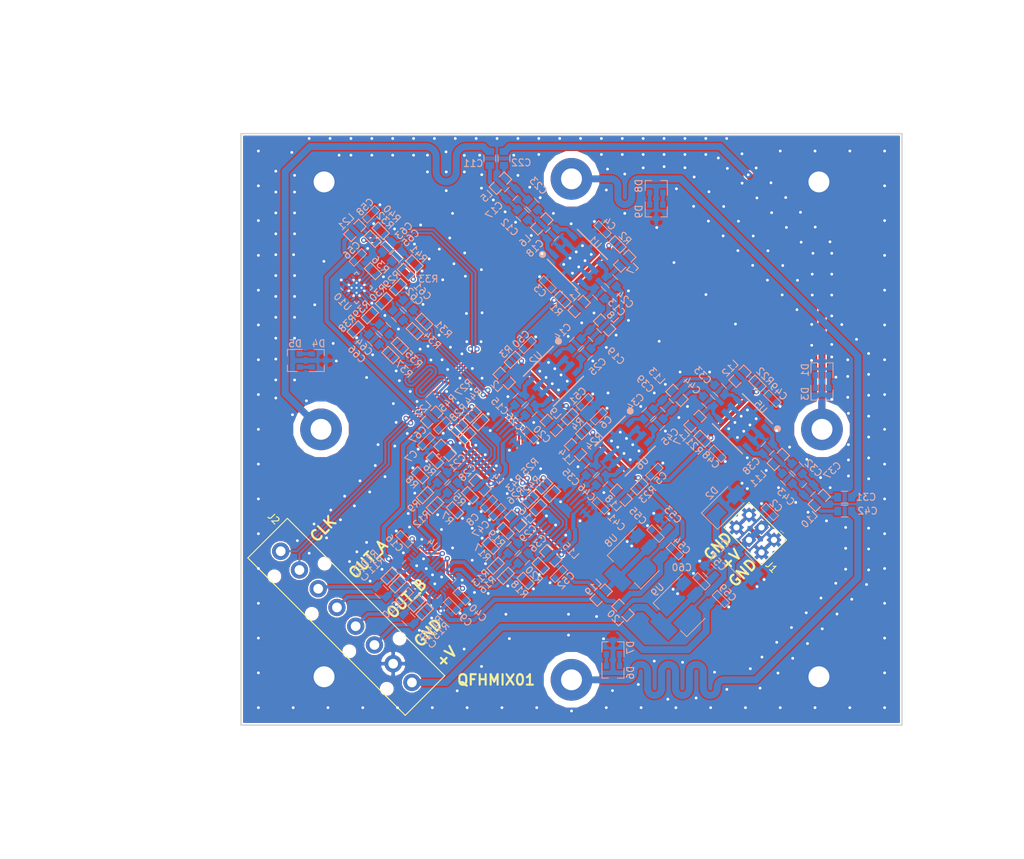
<source format=kicad_pcb>
(kicad_pcb (version 20171130) (host pcbnew "(6.0.0-rc1-dev-909-gb389236a7)")
  (title_block (title NAME) (date "%d. %m. %Y") (rev REV) (company "Orbisys www.orbisys.sk") (comment 1 VERSION) (comment 2 "Short description\\nTwo lines are maximum") (comment 3 "nickname <email@example.com>"))
  (layers (0 F.Cu signal) (31 B.Cu signal) (34 B.Paste user) (35 F.Paste user) (36 B.SilkS user) (37 F.SilkS user) (38 B.Mask user) (39 F.Mask user) (44 Edge.Cuts user))
  (net 0 "")
  (net 1 GND)
  (net 2 VCC)
  (net 3 +5V)
  (net 4 +3V3)
  (net 5 "Net-(C11-Pad1)")
  (net 6 "Net-(C12-Pad1)")
  (net 7 "Net-(C13-Pad2)")
  (net 8 "Net-(C14-Pad1)")
  (net 9 "Net-(C15-Pad1)")
  (net 10 "Net-(C17-Pad1)")
  (net 11 "Net-(C18-Pad1)")
  (net 12 "Net-(C19-Pad1)")
  (net 13 "Net-(C24-Pad2)")
  (net 14 "Net-(C25-Pad1)")
  (net 15 "Net-(C26-Pad1)")
  (net 16 "Net-(C26-Pad2)")
  (net 17 "Net-(C28-Pad1)")
  (net 18 "Net-(C28-Pad2)")
  (net 19 "Net-(C29-Pad1)")
  (net 20 "Net-(C29-Pad2)")
  (net 21 "Net-(C31-Pad1)")
  (net 22 "Net-(C32-Pad1)")
  (net 23 "Net-(C33-Pad2)")
  (net 24 "Net-(C33-Pad1)")
  (net 25 "Net-(C34-Pad1)")
  (net 26 "Net-(C35-Pad1)")
  (net 27 "Net-(C36-Pad1)")
  (net 28 "Net-(C37-Pad1)")
  (net 29 "Net-(C38-Pad1)")
  (net 30 "Net-(C39-Pad1)")
  (net 31 "Net-(C40-Pad1)")
  (net 32 "Net-(C45-Pad1)")
  (net 33 "Net-(C53-Pad1)")
  (net 34 "Net-(C57-Pad1)")
  (net 35 "Net-(C58-Pad1)")
  (net 36 "Net-(C61-Pad1)")
  (net 37 "Net-(C61-Pad2)")
  (net 38 "Net-(C62-Pad2)")
  (net 39 "Net-(C62-Pad1)")
  (net 40 "Net-(C63-Pad2)")
  (net 41 "Net-(L1-Pad1)")
  (net 42 "Net-(L9-Pad1)")
  (net 43 "Net-(L12-Pad2)")
  (net 44 "Net-(L18-Pad2)")
  (net 45 /CLK_MIX1_N)
  (net 46 /CLK_MIX1_P)
  (net 47 /CLK_MIX2_N)
  (net 48 /CLK_MIX2_P)
  (net 49 "Net-(D4-Pad2)")
  (net 50 "Net-(D4-Pad1)")
  (net 51 "Net-(C11-Pad2)")
  (net 52 "Net-(C13-Pad1)")
  (net 53 "Net-(C15-Pad2)")
  (net 54 "Net-(C16-Pad2)")
  (net 55 "Net-(C20-Pad1)")
  (net 56 "Net-(C21-Pad1)")
  (net 57 "Net-(C21-Pad2)")
  (net 58 "Net-(C22-Pad2)")
  (net 59 "Net-(C31-Pad2)")
  (net 60 "Net-(C35-Pad2)")
  (net 61 "Net-(C36-Pad2)")
  (net 62 "Net-(C41-Pad1)")
  (net 63 "Net-(C42-Pad2)")
  (net 64 "Net-(C44-Pad2)")
  (net 65 "Net-(C46-Pad1)")
  (net 66 "Net-(C46-Pad2)")
  (net 67 "Net-(C64-Pad1)")
  (net 68 "Net-(C64-Pad2)")
  (net 69 "Net-(C65-Pad2)")
  (net 70 "Net-(C66-Pad1)")
  (net 71 "Net-(C66-Pad2)")
  (net 72 "Net-(D1-Pad2)")
  (net 73 "Net-(D1-Pad1)")
  (net 74 "Net-(D6-Pad2)")
  (net 75 "Net-(D6-Pad1)")
  (net 76 "Net-(D8-Pad2)")
  (net 77 "Net-(D8-Pad1)")
  (net 78 "Net-(L2-Pad1)")
  (net 79 "Net-(L7-Pad1)")
  (net 80 "Net-(L14-Pad2)")
  (net 81 "Net-(L17-Pad2)")
  (net 82 "Net-(R9-Pad1)")
  (net 83 "Net-(R10-Pad2)")
  (net 84 "Net-(R11-Pad2)")
  (net 85 "Net-(R12-Pad1)")
  (net 86 "Net-(R13-Pad1)")
  (net 87 "Net-(R14-Pad2)")
  (net 88 "Net-(R15-Pad2)")
  (net 89 "Net-(R16-Pad1)")
  (net 90 "Net-(C67-Pad2)")
  (net 91 DEM_OUTA_P)
  (net 92 DEM_OUTA_N)
  (net 93 DEM_OUTB_P)
  (net 94 CLK_IN_P)
  (net 95 CLK_IN_N)
  (net 96 DEM_OUTB_N)
  (module maxrez:DL1020 (layer B.Cu) (at 150.858552 75.579184 45)
    (fp_text reference U1 (at 3.546047 0.006682 315) (layer B.SilkS) (effects (justify mirror)))
    (fp_text value MPGA-105+ hide)
    (pad 0 smd rect (at 0 0 45) (size 4.9 2.8) (layers B.Cu B.Paste B.Mask) (net 1 GND))
    (pad 1 smd rect (at -1.905 -2.794 45) (size 0.76 1.27) (layers B.Cu B.Paste B.Mask) (net 6 "Net-(C12-Pad1)"))
    (pad 2 smd rect (at -0.635 -2.794 45) (size 0.76 1.27) (layers B.Cu B.Paste B.Mask) (net 1 GND))
    (pad 3 smd rect (at 0.635 -2.794 45) (size 0.76 1.27) (layers B.Cu B.Paste B.Mask) (net 1 GND))
    (pad 4 smd rect (at 1.905 -2.794 45) (size 0.76 1.27) (layers B.Cu B.Paste B.Mask) (net 11 "Net-(C18-Pad1)"))
    (pad 8 smd rect (at -1.905 2.794 45) (size 0.76 1.27) (layers B.Cu B.Paste B.Mask) (net 7 "Net-(C13-Pad2)"))
    (pad 7 smd rect (at -0.635 2.794 45) (size 0.76 1.27) (layers B.Cu B.Paste B.Mask) (net 1 GND))
    (pad 6 smd rect (at 0.635 2.794 45) (size 0.76 1.27) (layers B.Cu B.Paste B.Mask) (net 1 GND))
    (pad 5 smd rect (at 1.905 2.794 45) (size 0.76 1.27) (layers B.Cu B.Paste B.Mask) (net 13 "Net-(C24-Pad2)"))
  )
  (module maxrez:DL1020 (layer B.Cu) (at 174.569151 99.191558 225)
    (fp_text reference U5 (at -3.547302 -0.131859 135) (layer B.SilkS) (effects (justify mirror)))
    (fp_text value MPGA-105+ hide)
    (pad 0 smd rect (at 0 0 225) (size 4.9 2.8) (layers B.Cu B.Paste B.Mask) (net 1 GND))
    (pad 1 smd rect (at -1.905 -2.794 225) (size 0.76 1.27) (layers B.Cu B.Paste B.Mask) (net 22 "Net-(C32-Pad1)"))
    (pad 2 smd rect (at -0.635 -2.794 225) (size 0.76 1.27) (layers B.Cu B.Paste B.Mask) (net 1 GND))
    (pad 3 smd rect (at 0.635 -2.794 225) (size 0.76 1.27) (layers B.Cu B.Paste B.Mask) (net 1 GND))
    (pad 4 smd rect (at 1.905 -2.794 225) (size 0.76 1.27) (layers B.Cu B.Paste B.Mask) (net 29 "Net-(C38-Pad1)"))
    (pad 8 smd rect (at -1.905 2.794 225) (size 0.76 1.27) (layers B.Cu B.Paste B.Mask) (net 23 "Net-(C33-Pad2)"))
    (pad 7 smd rect (at -0.635 2.794 225) (size 0.76 1.27) (layers B.Cu B.Paste B.Mask) (net 1 GND))
    (pad 6 smd rect (at 0.635 2.794 225) (size 0.76 1.27) (layers B.Cu B.Paste B.Mask) (net 1 GND))
    (pad 5 smd rect (at 1.905 2.794 225) (size 0.76 1.27) (layers B.Cu B.Paste B.Mask) (net 64 "Net-(C44-Pad2)"))
  )
  (module maxrez:DL1020 (layer B.Cu) (at 157.72504 102.407045 315)
    (fp_text reference U6 (at 3.475501 0.0168 225) (layer B.SilkS) (effects (justify mirror)))
    (fp_text value MGVA-63+ hide)
    (pad 0 smd rect (at 0 0 315) (size 4.9 2.8) (layers B.Cu B.Paste B.Mask) (net 1 GND))
    (pad 1 smd rect (at -1.905 -2.794 315) (size 0.76 1.27) (layers B.Cu B.Paste B.Mask) (net 25 "Net-(C34-Pad1)"))
    (pad 2 smd rect (at -0.635 -2.794 315) (size 0.76 1.27) (layers B.Cu B.Paste B.Mask) (net 1 GND))
    (pad 3 smd rect (at 0.635 -2.794 315) (size 0.76 1.27) (layers B.Cu B.Paste B.Mask) (net 1 GND))
    (pad 4 smd rect (at 1.905 -2.794 315) (size 0.76 1.27) (layers B.Cu B.Paste B.Mask) (net 32 "Net-(C45-Pad1)"))
    (pad 8 smd rect (at -1.905 2.794 315) (size 0.76 1.27) (layers B.Cu B.Paste B.Mask) (net 26 "Net-(C35-Pad1)"))
    (pad 7 smd rect (at -0.635 2.794 315) (size 0.76 1.27) (layers B.Cu B.Paste B.Mask) (net 1 GND))
    (pad 6 smd rect (at 0.635 2.794 315) (size 0.76 1.27) (layers B.Cu B.Paste B.Mask) (net 1 GND))
    (pad 5 smd rect (at 1.905 2.794 315) (size 0.76 1.27) (layers B.Cu B.Paste B.Mask) (net 65 "Net-(C46-Pad1)"))
  )
  (module maxrez:DL1020 (layer B.Cu) (at 147.401281 92.366129 315)
    (fp_text reference U2 (at -3.620545 -0.041779 225) (layer B.SilkS) (effects (justify mirror)))
    (fp_text value MGVA-63+ hide)
    (pad 0 smd rect (at 0 0 315) (size 4.9 2.8) (layers B.Cu B.Paste B.Mask) (net 1 GND))
    (pad 1 smd rect (at -1.905 -2.794 315) (size 0.76 1.27) (layers B.Cu B.Paste B.Mask) (net 8 "Net-(C14-Pad1)"))
    (pad 2 smd rect (at -0.635 -2.794 315) (size 0.76 1.27) (layers B.Cu B.Paste B.Mask) (net 1 GND))
    (pad 3 smd rect (at 0.635 -2.794 315) (size 0.76 1.27) (layers B.Cu B.Paste B.Mask) (net 1 GND))
    (pad 4 smd rect (at 1.905 -2.794 315) (size 0.76 1.27) (layers B.Cu B.Paste B.Mask) (net 14 "Net-(C25-Pad1)"))
    (pad 8 smd rect (at -1.905 2.794 315) (size 0.76 1.27) (layers B.Cu B.Paste B.Mask) (net 9 "Net-(C15-Pad1)"))
    (pad 7 smd rect (at -0.635 2.794 315) (size 0.76 1.27) (layers B.Cu B.Paste B.Mask) (net 1 GND))
    (pad 6 smd rect (at 0.635 2.794 315) (size 0.76 1.27) (layers B.Cu B.Paste B.Mask) (net 1 GND))
    (pad 5 smd rect (at 1.905 2.794 315) (size 0.76 1.27) (layers B.Cu B.Paste B.Mask) (net 15 "Net-(C26-Pad1)"))
  )
  (module maxrez:UFF_QFN34 (layer B.Cu) (at 129.553633 120.443804 225)
    (fp_text reference U4 (at -3.17503 2.289214 315) (layer B.SilkS) (effects (justify mirror)))
    (fp_text value LT6604-10 hide)
    (pad 35 smd roundrect (at 0 -1.904999 225) (size 2.64 1.85) (layers B.Cu B.Paste B.Mask) (roundrect_rratio 0.1) (net 1 GND))
    (pad 35 smd roundrect (at 0 1.904999 225) (size 2.64 1.85) (layers B.Cu B.Paste B.Mask) (roundrect_rratio 0.1) (net 1 GND))
    (pad 31 smd rect (at 0.75 3.35 135) (size 0.6 0.3) (layers B.Cu B.Paste B.Mask) (net 1 GND))
    (pad 34 smd rect (at -0.75 3.35 135) (size 0.6 0.3) (layers B.Cu B.Paste B.Mask) (net 54 "Net-(C16-Pad2)"))
    (pad 32 smd rect (at 0.25 3.35 135) (size 0.6 0.3) (layers B.Cu B.Paste B.Mask) (net 1 GND))
    (pad 33 smd rect (at -0.25 3.35 135) (size 0.6 0.3) (layers B.Cu B.Paste B.Mask))
    (pad 17 smd rect (at 0.75 -3.35 135) (size 0.6 0.3) (layers B.Cu B.Paste B.Mask) (net 4 +3V3))
    (pad 14 smd rect (at -0.75 -3.35 135) (size 0.6 0.3) (layers B.Cu B.Paste B.Mask) (net 31 "Net-(C40-Pad1)"))
    (pad 16 smd rect (at 0.25 -3.35 135) (size 0.6 0.3) (layers B.Cu B.Paste B.Mask))
    (pad 15 smd rect (at -0.25 -3.35 135) (size 0.6 0.3) (layers B.Cu B.Paste B.Mask))
    (pad 18 smd rect (at 1.85 -3 225) (size 0.6 0.3) (layers B.Cu B.Paste B.Mask))
    (pad 19 smd rect (at 1.85 -2.499999 225) (size 0.6 0.3) (layers B.Cu B.Paste B.Mask) (net 88 "Net-(R15-Pad2)"))
    (pad 20 smd rect (at 1.85 -2 225) (size 0.6 0.3) (layers B.Cu B.Paste B.Mask))
    (pad 21 smd rect (at 1.85 -1.5 225) (size 0.6 0.3) (layers B.Cu B.Paste B.Mask) (net 87 "Net-(R14-Pad2)"))
    (pad 22 smd rect (at 1.85 -1 225) (size 0.6 0.3) (layers B.Cu B.Paste B.Mask))
    (pad 30 smd rect (at 1.85 3 225) (size 0.6 0.3) (layers B.Cu B.Paste B.Mask))
    (pad 29 smd rect (at 1.85 2.499999 225) (size 0.6 0.3) (layers B.Cu B.Paste B.Mask) (net 83 "Net-(R10-Pad2)"))
    (pad 28 smd rect (at 1.85 2 225) (size 0.6 0.3) (layers B.Cu B.Paste B.Mask))
    (pad 27 smd rect (at 1.85 1.5 225) (size 0.6 0.3) (layers B.Cu B.Paste B.Mask) (net 84 "Net-(R11-Pad2)"))
    (pad 26 smd rect (at 1.85 1 225) (size 0.6 0.3) (layers B.Cu B.Paste B.Mask))
    (pad 13 smd rect (at -1.85 -3 225) (size 0.6 0.3) (layers B.Cu B.Paste B.Mask))
    (pad 12 smd rect (at -1.85 -2.499999 225) (size 0.6 0.3) (layers B.Cu B.Paste B.Mask) (net 89 "Net-(R16-Pad1)"))
    (pad 11 smd rect (at -1.85 -2 225) (size 0.6 0.3) (layers B.Cu B.Paste B.Mask))
    (pad 10 smd rect (at -1.85 -1.5 225) (size 0.6 0.3) (layers B.Cu B.Paste B.Mask) (net 86 "Net-(R13-Pad1)"))
    (pad 9 smd rect (at -1.85 -1 225) (size 0.6 0.3) (layers B.Cu B.Paste B.Mask))
    (pad 1 smd rect (at -1.85 3 225) (size 0.6 0.3) (layers B.Cu B.Paste B.Mask))
    (pad 2 smd rect (at -1.85 2.499999 225) (size 0.6 0.3) (layers B.Cu B.Paste B.Mask) (net 82 "Net-(R9-Pad1)"))
    (pad 3 smd rect (at -1.85 2 225) (size 0.6 0.3) (layers B.Cu B.Paste B.Mask))
    (pad 4 smd rect (at -1.85 1.5 225) (size 0.6 0.3) (layers B.Cu B.Paste B.Mask) (net 85 "Net-(R12-Pad1)"))
    (pad 25 smd rect (at 1.5 0.5 225) (size 1.3 0.3) (layers B.Cu B.Paste B.Mask) (net 4 +3V3))
    (pad 23 smd rect (at 1.5 -0.5 225) (size 1.3 0.3) (layers B.Cu B.Paste B.Mask))
    (pad 24 smd rect (at 1.5 0 225) (size 1.3 0.3) (layers B.Cu B.Paste B.Mask) (net 1 GND))
    (pad 8 smd rect (at -1.5 -0.5 225) (size 1.3 0.3) (layers B.Cu B.Paste B.Mask) (net 31 "Net-(C40-Pad1)"))
    (pad 6 smd rect (at -1.5 0.5 225) (size 1.3 0.3) (layers B.Cu B.Paste B.Mask) (net 54 "Net-(C16-Pad2)"))
    (pad 5 smd rect (at -1.85 1 225) (size 0.6 0.3) (layers B.Cu B.Paste B.Mask))
    (pad 35 smd rect (at 0 0 225) (size 1.45 2) (layers B.Cu B.Paste B.Mask) (net 1 GND))
    (pad 7 smd rect (at -1.5 0 225) (size 1.3 0.3) (layers B.Cu B.Paste B.Mask) (net 1 GND))
  )
  (module Mlab_R:SMD-0603 (layer B.Cu) (at 135.026912 100.922121 45)
    (fp_text reference R28 (at 1.446181 -3.26615 45) (layer B.SilkS) (effects (justify mirror)))
    (fp_text value 24.9 hide)
    (pad 2 smd rect (at 0.761999 0 45) (size 0.635 1.143) (layers B.Cu B.Paste B.Mask) (net 46 /CLK_MIX1_P))
    (pad 1 smd rect (at -0.761999 0 45) (size 0.635 1.143) (layers B.Cu B.Paste B.Mask) (net 1 GND))
  )
  (module Mlab_R:SMD-0603 (layer B.Cu) (at 148.703289 81.326548 315)
    (fp_text reference R1 (at 0.417308 1.68061 315) (layer B.SilkS) (effects (justify mirror)))
    (fp_text value 0 hide)
    (pad 2 smd rect (at 0.761999 0 315) (size 0.635 1.143) (layers B.Cu B.Paste B.Mask) (net 41 "Net-(L1-Pad1)"))
    (pad 1 smd rect (at -0.761999 0 315) (size 0.635 1.143) (layers B.Cu B.Paste B.Mask) (net 3 +5V))
  )
  (module Mlab_R:SMD-0603 (layer B.Cu) (at 156.605913 73.423921 135)
    (fp_text reference R2 (at -0.127 1.397 135) (layer B.SilkS) (effects (justify mirror)))
    (fp_text value 0 hide)
    (pad 2 smd rect (at 0.761999 0 135) (size 0.635 1.143) (layers B.Cu B.Paste B.Mask) (net 3 +5V))
    (pad 1 smd rect (at -0.761999 0 135) (size 0.635 1.143) (layers B.Cu B.Paste B.Mask) (net 79 "Net-(L7-Pad1)"))
  )
  (module Mlab_R:SMD-0603 (layer B.Cu) (at 135.409185 109.460315 135)
    (fp_text reference R5 (at 0.600687 -1.561907 135) (layer B.SilkS) (effects (justify mirror)))
    (fp_text value 47 hide)
    (pad 2 smd rect (at 0.761999 0 135) (size 0.635 1.143) (layers B.Cu B.Paste B.Mask) (net 18 "Net-(C28-Pad2)"))
    (pad 1 smd rect (at -0.761999 0 135) (size 0.635 1.143) (layers B.Cu B.Paste B.Mask) (net 1 GND))
  )
  (module Mlab_R:SMD-0603 (layer B.Cu) (at 130.380243 104.43137 135)
    (fp_text reference R6 (at -0.430195 -1.533625 135) (layer B.SilkS) (effects (justify mirror)))
    (fp_text value 47 hide)
    (pad 2 smd rect (at 0.761999 0 135) (size 0.635 1.143) (layers B.Cu B.Paste B.Mask) (net 1 GND))
    (pad 1 smd rect (at -0.761999 0 135) (size 0.635 1.143) (layers B.Cu B.Paste B.Mask) (net 57 "Net-(C21-Pad2)"))
  )
  (module Mlab_R:SMD-0603 (layer B.Cu) (at 133.253925 111.615576 135)
    (fp_text reference R7 (at -0.028637 -1.632249 135) (layer B.SilkS) (effects (justify mirror)))
    (fp_text value 47 hide)
    (pad 2 smd rect (at 0.761999 0 135) (size 0.635 1.143) (layers B.Cu B.Paste B.Mask) (net 17 "Net-(C28-Pad1)"))
    (pad 1 smd rect (at -0.761999 0 135) (size 0.635 1.143) (layers B.Cu B.Paste B.Mask) (net 1 GND))
  )
  (module Mlab_R:SMD-0603 (layer B.Cu) (at 128.224981 106.586633 135)
    (fp_text reference R8 (at 0.100136 -1.547396 135) (layer B.SilkS) (effects (justify mirror)))
    (fp_text value 47 hide)
    (pad 2 smd rect (at 0.761999 0 135) (size 0.635 1.143) (layers B.Cu B.Paste B.Mask) (net 1 GND))
    (pad 1 smd rect (at -0.761999 0 135) (size 0.635 1.143) (layers B.Cu B.Paste B.Mask) (net 56 "Net-(C21-Pad1)"))
  )
  (module Mlab_R:SMD-0603 (layer B.Cu) (at 128.943403 109.460313 45)
    (fp_text reference R9 (at -2.201287 -0.009699 45) (layer B.SilkS) (effects (justify mirror)))
    (fp_text value R hide)
    (pad 2 smd rect (at 0.761999 0 45) (size 0.635 1.143) (layers B.Cu B.Paste B.Mask) (net 56 "Net-(C21-Pad1)"))
    (pad 1 smd rect (at -0.761999 0 45) (size 0.635 1.143) (layers B.Cu B.Paste B.Mask) (net 82 "Net-(R9-Pad1)"))
  )
  (module Mlab_R:SMD-0603 (layer B.Cu) (at 123.842191 121.090383 45)
    (fp_text reference R10 (at -0.248766 -3.813126 45) (layer B.SilkS) (effects (justify mirror)))
    (fp_text value 47 hide)
    (pad 2 smd rect (at 0.761999 0 45) (size 0.635 1.143) (layers B.Cu B.Paste B.Mask) (net 83 "Net-(R10-Pad2)"))
    (pad 1 smd rect (at -0.761999 0 45) (size 0.635 1.143) (layers B.Cu B.Paste B.Mask) (net 92 DEM_OUTA_N))
  )
  (module Mlab_R:SMD-0603 (layer B.Cu) (at 125.009625 122.257817 45)
    (fp_text reference R11 (at -0.234624 -4.148908 45) (layer B.SilkS) (effects (justify mirror)))
    (fp_text value 47 hide)
    (pad 2 smd rect (at 0.761999 0 45) (size 0.635 1.143) (layers B.Cu B.Paste B.Mask) (net 84 "Net-(R11-Pad2)"))
    (pad 1 smd rect (at -0.761999 0 45) (size 0.635 1.143) (layers B.Cu B.Paste B.Mask) (net 91 DEM_OUTA_P))
  )
  (module Mlab_R:SMD-0603 (layer B.Cu) (at 130.380243 110.897154 45)
    (fp_text reference R12 (at -2.766972 0.079622 45) (layer B.SilkS) (effects (justify mirror)))
    (fp_text value R hide)
    (pad 2 smd rect (at 0.761999 0 45) (size 0.635 1.143) (layers B.Cu B.Paste B.Mask) (net 17 "Net-(C28-Pad1)"))
    (pad 1 smd rect (at -0.761999 0 45) (size 0.635 1.143) (layers B.Cu B.Paste B.Mask) (net 85 "Net-(R12-Pad1)"))
  )
  (module Mlab_R:SMD-0603 (layer B.Cu) (at 139.100282 119.617196 45)
    (fp_text reference R13 (at -2.76697 -0.28813 45) (layer B.SilkS) (effects (justify mirror)))
    (fp_text value R hide)
    (pad 2 smd rect (at 0.761999 0 45) (size 0.635 1.143) (layers B.Cu B.Paste B.Mask) (net 19 "Net-(C29-Pad1)"))
    (pad 1 smd rect (at -0.761999 0 45) (size 0.635 1.143) (layers B.Cu B.Paste B.Mask) (net 86 "Net-(R13-Pad1)"))
  )
  (module Mlab_R:SMD-0603 (layer B.Cu) (at 127.703702 125.023734 45)
    (fp_text reference R14 (at -0.304033 3.933327 45) (layer B.SilkS) (effects (justify mirror)))
    (fp_text value 47 hide)
    (pad 2 smd rect (at 0.761999 0 45) (size 0.635 1.143) (layers B.Cu B.Paste B.Mask) (net 87 "Net-(R14-Pad2)"))
    (pad 1 smd rect (at -0.761999 0 45) (size 0.635 1.143) (layers B.Cu B.Paste B.Mask) (net 96 DEM_OUTB_N))
  )
  (module Mlab_R:SMD-0603 (layer B.Cu) (at 128.871135 126.191169 45)
    (fp_text reference R15 (at -0.304032 3.611686 45) (layer B.SilkS) (effects (justify mirror)))
    (fp_text value 47 hide)
    (pad 2 smd rect (at 0.761999 0 45) (size 0.635 1.143) (layers B.Cu B.Paste B.Mask) (net 88 "Net-(R15-Pad2)"))
    (pad 1 smd rect (at -0.761999 0 45) (size 0.635 1.143) (layers B.Cu B.Paste B.Mask) (net 93 DEM_OUTB_P))
  )
  (module Mlab_R:SMD-0603 (layer B.Cu) (at 140.537125 121.054036 45)
    (fp_text reference R16 (at -2.745759 -0.941273 45) (layer B.SilkS) (effects (justify mirror)))
    (fp_text value R hide)
    (pad 2 smd rect (at 0.761999 0 45) (size 0.635 1.143) (layers B.Cu B.Paste B.Mask) (net 27 "Net-(C36-Pad1)"))
    (pad 1 smd rect (at -0.761999 0 45) (size 0.635 1.143) (layers B.Cu B.Paste B.Mask) (net 89 "Net-(R16-Pad1)"))
  )
  (module Mlab_R:SMD-0603 (layer B.Cu) (at 138.381861 116.743515 135)
    (fp_text reference R17 (at 0.180578 -1.575679 135) (layer B.SilkS) (effects (justify mirror)))
    (fp_text value 47 hide)
    (pad 2 smd rect (at 0.761999 0 135) (size 0.635 1.143) (layers B.Cu B.Paste B.Mask) (net 1 GND))
    (pad 1 smd rect (at -0.761999 0 135) (size 0.635 1.143) (layers B.Cu B.Paste B.Mask) (net 19 "Net-(C29-Pad1)"))
  )
  (module Mlab_R:SMD-0603 (layer B.Cu) (at 143.410807 121.772455 135)
    (fp_text reference R18 (at -0.23811 -1.483759 135) (layer B.SilkS) (effects (justify mirror)))
    (fp_text value 47 hide)
    (pad 2 smd rect (at 0.761999 0 135) (size 0.635 1.143) (layers B.Cu B.Paste B.Mask) (net 27 "Net-(C36-Pad1)"))
    (pad 1 smd rect (at -0.761999 0 135) (size 0.635 1.143) (layers B.Cu B.Paste B.Mask) (net 1 GND))
  )
  (module Mlab_R:SMD-0603 (layer B.Cu) (at 140.537123 114.588253 135)
    (fp_text reference R19 (at 0.152294 -1.724542 135) (layer B.SilkS) (effects (justify mirror)))
    (fp_text value 47 hide)
    (pad 2 smd rect (at 0.761999 0 135) (size 0.635 1.143) (layers B.Cu B.Paste B.Mask) (net 1 GND))
    (pad 1 smd rect (at -0.761999 0 135) (size 0.635 1.143) (layers B.Cu B.Paste B.Mask) (net 20 "Net-(C29-Pad2)"))
  )
  (module Mlab_R:SMD-0603 (layer B.Cu) (at 145.566067 119.617198 135)
    (fp_text reference R20 (at -0.25225 -1.618475 135) (layer B.SilkS) (effects (justify mirror)))
    (fp_text value 47 hide)
    (pad 2 smd rect (at 0.761999 0 135) (size 0.635 1.143) (layers B.Cu B.Paste B.Mask) (net 61 "Net-(C36-Pad2)"))
    (pad 1 smd rect (at -0.761999 0 135) (size 0.635 1.143) (layers B.Cu B.Paste B.Mask) (net 1 GND))
  )
  (module Mlab_R:SMD-0603 (layer B.Cu) (at 168.821788 101.346821 315)
    (fp_text reference R21 (at -0.069727 1.587431 315) (layer B.SilkS) (effects (justify mirror)))
    (fp_text value 0 hide)
    (pad 2 smd rect (at 0.761999 0 315) (size 0.635 1.143) (layers B.Cu B.Paste B.Mask) (net 3 +5V))
    (pad 1 smd rect (at -0.761999 0 315) (size 0.635 1.143) (layers B.Cu B.Paste B.Mask) (net 81 "Net-(L17-Pad2)"))
  )
  (module Mlab_R:SMD-0603 (layer B.Cu) (at 176.724415 93.444195 135)
    (fp_text reference R22 (at -0.000983 1.548408 135) (layer B.SilkS) (effects (justify mirror)))
    (fp_text value 0 hide)
    (pad 2 smd rect (at 0.761999 0 135) (size 0.635 1.143) (layers B.Cu B.Paste B.Mask) (net 43 "Net-(L12-Pad2)"))
    (pad 1 smd rect (at -0.761999 0 135) (size 0.635 1.143) (layers B.Cu B.Paste B.Mask) (net 3 +5V))
  )
  (module Mlab_R:SMD-0603 (layer B.Cu) (at 147.189149 109.265981 225)
    (fp_text reference R25 (at -0.521019 4.98873 225) (layer B.SilkS) (effects (justify mirror)))
    (fp_text value 24.9 hide)
    (pad 2 smd rect (at 0.761999 0 225) (size 0.635 1.143) (layers B.Cu B.Paste B.Mask) (net 47 /CLK_MIX2_N))
    (pad 1 smd rect (at -0.761999 0 225) (size 0.635 1.143) (layers B.Cu B.Paste B.Mask) (net 1 GND))
  )
  (module Mlab_R:SMD-0603 (layer B.Cu) (at 145.20925 111.24588 45)
    (fp_text reference R26 (at -1.070114 -3.525019 45) (layer B.SilkS) (effects (justify mirror)))
    (fp_text value 24.9 hide)
    (pad 2 smd rect (at 0.761999 0 45) (size 0.635 1.143) (layers B.Cu B.Paste B.Mask) (net 48 /CLK_MIX2_P))
    (pad 1 smd rect (at -0.761999 0 45) (size 0.635 1.143) (layers B.Cu B.Paste B.Mask) (net 1 GND))
  )
  (module Mlab_R:SMD-0603 (layer B.Cu) (at 136.915876 98.992708 225)
    (fp_text reference R27 (at -1.843309 5.203305 225) (layer B.SilkS) (effects (justify mirror)))
    (fp_text value 24.9 hide)
    (pad 2 smd rect (at 0.761999 0 225) (size 0.635 1.143) (layers B.Cu B.Paste B.Mask) (net 45 /CLK_MIX1_N))
    (pad 1 smd rect (at -0.761999 0 225) (size 0.635 1.143) (layers B.Cu B.Paste B.Mask) (net 1 GND))
  )
  (module Mlab_R:SMD-0603 (layer B.Cu) (at 125.077945 79.536723 225)
    (fp_text reference R29 (at -0.127 1.397 225) (layer B.SilkS) (effects (justify mirror)))
    (fp_text value 120 hide)
    (pad 2 smd rect (at 0.761999 0 225) (size 0.635 1.143) (layers B.Cu B.Paste B.Mask) (net 36 "Net-(C61-Pad1)"))
    (pad 1 smd rect (at -0.761999 0 225) (size 0.635 1.143) (layers B.Cu B.Paste B.Mask) (net 1 GND))
  )
  (module Mlab_R:SMD-0603 (layer B.Cu) (at 123.045945 81.568724 45)
    (fp_text reference R30 (at 0.249452 -1.417515 45) (layer B.SilkS) (effects (justify mirror)))
    (fp_text value 120 hide)
    (pad 2 smd rect (at 0.761999 0 45) (size 0.635 1.143) (layers B.Cu B.Paste B.Mask) (net 39 "Net-(C62-Pad1)"))
    (pad 1 smd rect (at -0.761999 0 45) (size 0.635 1.143) (layers B.Cu B.Paste B.Mask) (net 1 GND))
  )
  (module Mlab_R:SMD-0603 (layer B.Cu) (at 128.82205 84.534921 135)
    (fp_text reference R31 (at -2.70329 1.182898 135) (layer B.SilkS) (effects (justify mirror)))
    (fp_text value 75 hide)
    (pad 2 smd rect (at 0.761999 0 135) (size 0.635 1.143) (layers B.Cu B.Paste B.Mask) (net 37 "Net-(C61-Pad2)"))
    (pad 1 smd rect (at -0.761999 0 135) (size 0.635 1.143) (layers B.Cu B.Paste B.Mask) (net 47 /CLK_MIX2_N))
  )
  (module Mlab_R:SMD-0603 (layer B.Cu) (at 121.410579 72.618799 135)
    (fp_text reference R32 (at 0.579388 3.138295 135) (layer B.SilkS) (effects (justify mirror)))
    (fp_text value 127 hide)
    (pad 2 smd rect (at 0.761999 0 135) (size 0.635 1.143) (layers B.Cu B.Paste B.Mask) (net 35 "Net-(C58-Pad1)"))
    (pad 1 smd rect (at -0.761999 0 135) (size 0.635 1.143) (layers B.Cu B.Paste B.Mask) (net 94 CLK_IN_P))
  )
  (module Mlab_R:SMD-0603 (layer B.Cu) (at 126.214249 77.371669 315)
    (fp_text reference R33 (at 2.979806 -1.539668) (layer B.SilkS) (effects (justify mirror)))
    (fp_text value 127 hide)
    (pad 2 smd rect (at 0.761999 0 315) (size 0.635 1.143) (layers B.Cu B.Paste B.Mask) (net 35 "Net-(C58-Pad1)"))
    (pad 1 smd rect (at -0.761999 0 315) (size 0.635 1.143) (layers B.Cu B.Paste B.Mask) (net 95 CLK_IN_N))
  )
  (module Mlab_R:SMD-0603 (layer B.Cu) (at 127.478547 85.878424 135)
    (fp_text reference R34 (at -2.710361 0.827228 135) (layer B.SilkS) (effects (justify mirror)))
    (fp_text value 75 hide)
    (pad 2 smd rect (at 0.761999 0 135) (size 0.635 1.143) (layers B.Cu B.Paste B.Mask) (net 38 "Net-(C62-Pad2)"))
    (pad 1 smd rect (at -0.761999 0 135) (size 0.635 1.143) (layers B.Cu B.Paste B.Mask) (net 48 /CLK_MIX2_P))
  )
  (module Mlab_R:SMD-0603 (layer B.Cu) (at 125.339549 87.982067 135)
    (fp_text reference R35 (at -2.777787 0.037136 135) (layer B.SilkS) (effects (justify mirror)))
    (fp_text value 75 hide)
    (pad 2 smd rect (at 0.761999 0 135) (size 0.635 1.143) (layers B.Cu B.Paste B.Mask) (net 68 "Net-(C64-Pad2)"))
    (pad 1 smd rect (at -0.761999 0 135) (size 0.635 1.143) (layers B.Cu B.Paste B.Mask) (net 45 /CLK_MIX1_N))
  )
  (module Mlab_R:SMD-0603 (layer B.Cu) (at 121.458445 77.250724 135)
    (fp_text reference R36 (at -0.127 1.397 135) (layer B.SilkS) (effects (justify mirror)))
    (fp_text value 100 hide)
    (pad 2 smd rect (at 0.761999 0 135) (size 0.635 1.143) (layers B.Cu B.Paste B.Mask) (net 40 "Net-(C63-Pad2)"))
    (pad 1 smd rect (at -0.761999 0 135) (size 0.635 1.143) (layers B.Cu B.Paste B.Mask) (net 69 "Net-(C65-Pad2)"))
  )
  (module Mlab_R:SMD-0603 (layer B.Cu) (at 123.996046 89.325569 135)
    (fp_text reference R37 (at -2.799001 -0.078119 135) (layer B.SilkS) (effects (justify mirror)))
    (fp_text value 75 hide)
    (pad 2 smd rect (at 0.761999 0 135) (size 0.635 1.143) (layers B.Cu B.Paste B.Mask) (net 71 "Net-(C66-Pad2)"))
    (pad 1 smd rect (at -0.761999 0 135) (size 0.635 1.143) (layers B.Cu B.Paste B.Mask) (net 46 /CLK_MIX1_P))
  )
  (module Mlab_R:SMD-0603 (layer B.Cu) (at 118.981945 85.632724 225)
    (fp_text reference R38 (at 0.246937 1.438728 225) (layer B.SilkS) (effects (justify mirror)))
    (fp_text value 120 hide)
    (pad 2 smd rect (at 0.761999 0 225) (size 0.635 1.143) (layers B.Cu B.Paste B.Mask) (net 1 GND))
    (pad 1 smd rect (at -0.761999 0 225) (size 0.635 1.143) (layers B.Cu B.Paste B.Mask) (net 70 "Net-(C66-Pad1)"))
  )
  (module Mlab_R:SMD-0603 (layer B.Cu) (at 121.013945 83.600724 45)
    (fp_text reference R39 (at -0.228552 -1.445799 45) (layer B.SilkS) (effects (justify mirror)))
    (fp_text value 120 hide)
    (pad 2 smd rect (at 0.761999 0 45) (size 0.635 1.143) (layers B.Cu B.Paste B.Mask) (net 1 GND))
    (pad 1 smd rect (at -0.761999 0 45) (size 0.635 1.143) (layers B.Cu B.Paste B.Mask) (net 67 "Net-(C64-Pad1)"))
  )
  (module Mlab_R:SMD-0603 (layer B.Cu) (at 122.578979 71.450399 315)
    (fp_text reference R40 (at -0.565246 -2.843573 315) (layer B.SilkS) (effects (justify mirror)))
    (fp_text value 83 hide)
    (pad 2 smd rect (at 0.761999 0 315) (size 0.635 1.143) (layers B.Cu B.Paste B.Mask) (net 94 CLK_IN_P))
    (pad 1 smd rect (at -0.761999 0 315) (size 0.635 1.143) (layers B.Cu B.Paste B.Mask) (net 1 GND))
  )
  (module Mlab_R:SMD-0603 (layer B.Cu) (at 127.432958 76.156043 135)
    (fp_text reference R41 (at 0.543766 1.402253 135) (layer B.SilkS) (effects (justify mirror)))
    (fp_text value 83 hide)
    (pad 2 smd rect (at 0.761999 0 135) (size 0.635 1.143) (layers B.Cu B.Paste B.Mask) (net 95 CLK_IN_N))
    (pad 1 smd rect (at -0.761999 0 135) (size 0.635 1.143) (layers B.Cu B.Paste B.Mask) (net 1 GND))
  )
  (module Mlab_R:SMD-0603 (layer B.Cu) (at 141.56765 89.997321 225)
    (fp_text reference R3 (at -0.127047 1.49551 225) (layer B.SilkS) (effects (justify mirror)))
    (fp_text value 0 hide)
    (pad 2 smd rect (at 0.761999 0 225) (size 0.635 1.143) (layers B.Cu B.Paste B.Mask) (net 78 "Net-(L2-Pad1)"))
    (pad 1 smd rect (at -0.761999 0 225) (size 0.635 1.143) (layers B.Cu B.Paste B.Mask) (net 3 +5V))
  )
  (module Mlab_R:SMD-0603 (layer B.Cu) (at 149.770089 98.19976 45)
    (fp_text reference R4 (at 0.042194 1.499173 45) (layer B.SilkS) (effects (justify mirror)))
    (fp_text value 0 hide)
    (pad 2 smd rect (at 0.761999 0 45) (size 0.635 1.143) (layers B.Cu B.Paste B.Mask) (net 3 +5V))
    (pad 1 smd rect (at -0.761999 0 45) (size 0.635 1.143) (layers B.Cu B.Paste B.Mask) (net 42 "Net-(L9-Pad1)"))
  )
  (module Mlab_R:SMD-0603 (layer B.Cu) (at 159.77565 108.205321 45)
    (fp_text reference R23 (at 0.013909 1.661014 45) (layer B.SilkS) (effects (justify mirror)))
    (fp_text value 0 hide)
    (pad 2 smd rect (at 0.761999 0 45) (size 0.635 1.143) (layers B.Cu B.Paste B.Mask) (net 3 +5V))
    (pad 1 smd rect (at -0.761999 0 45) (size 0.635 1.143) (layers B.Cu B.Paste B.Mask) (net 44 "Net-(L18-Pad2)"))
  )
  (module Mlab_R:SMD-0603 (layer B.Cu) (at 151.820698 100.250369 225)
    (fp_text reference R24 (at 0.007304 -2.056926 225) (layer B.SilkS) (effects (justify mirror)))
    (fp_text value 0 hide)
    (pad 2 smd rect (at 0.761999 0 225) (size 0.635 1.143) (layers B.Cu B.Paste B.Mask) (net 80 "Net-(L14-Pad2)"))
    (pad 1 smd rect (at -0.761999 0 225) (size 0.635 1.143) (layers B.Cu B.Paste B.Mask) (net 3 +5V))
  )
  (module Mlab_R:SMD-0603 (layer B.Cu) (at 146.057778 108.13461 45)
    (fp_text reference R42 (at -1.098256 -1.373476 45) (layer B.SilkS) (effects (justify mirror)))
    (fp_text value 200 hide)
    (pad 2 smd rect (at 0.761999 0 45) (size 0.635 1.143) (layers B.Cu B.Paste B.Mask) (net 90 "Net-(C67-Pad2)"))
    (pad 1 smd rect (at -0.761999 0 45) (size 0.635 1.143) (layers B.Cu B.Paste B.Mask) (net 47 /CLK_MIX2_N))
  )
  (module Mlab_R:SMD-0603 (layer B.Cu) (at 144.077879 110.114509 225)
    (fp_text reference R43 (at -0.08247 3.247309 225) (layer B.SilkS) (effects (justify mirror)))
    (fp_text value 200 hide)
    (pad 2 smd rect (at 0.761999 0 225) (size 0.635 1.143) (layers B.Cu B.Paste B.Mask) (net 90 "Net-(C67-Pad2)"))
    (pad 1 smd rect (at -0.761999 0 225) (size 0.635 1.143) (layers B.Cu B.Paste B.Mask) (net 48 /CLK_MIX2_P))
  )
  (module Mlab_R:SMD-0603 (layer B.Cu) (at 135.80473 97.881562 45)
    (fp_text reference R44 (at 1.92109 -1.814642 45) (layer B.SilkS) (effects (justify mirror)))
    (fp_text value 200 hide)
    (pad 2 smd rect (at 0.761999 0 45) (size 0.635 1.143) (layers B.Cu B.Paste B.Mask) (net 90 "Net-(C67-Pad2)"))
    (pad 1 smd rect (at -0.761999 0 45) (size 0.635 1.143) (layers B.Cu B.Paste B.Mask) (net 45 /CLK_MIX1_N))
  )
  (module Mlab_R:SMD-0603 (layer B.Cu) (at 133.895541 99.79075 225)
    (fp_text reference R45 (at -1.325973 3.709688 225) (layer B.SilkS) (effects (justify mirror)))
    (fp_text value 200 hide)
    (pad 2 smd rect (at 0.761999 0 225) (size 0.635 1.143) (layers B.Cu B.Paste B.Mask) (net 90 "Net-(C67-Pad2)"))
    (pad 1 smd rect (at -0.761999 0 225) (size 0.635 1.143) (layers B.Cu B.Paste B.Mask) (net 46 /CLK_MIX1_P))
  )
  (module maxrez:IDC381-8-110 (layer F.Cu) (at 117.635621 126.947186 135)
    (fp_text reference J2 (at 17.369639 2.612193 135) (layer F.SilkS))
    (fp_text value HEADER_1x08 hide)
    (pad "" np_thru_hole circle (at 11.43 -3.2 135) (size 1.6 1.6) (drill 1.6) (layers *.Cu *.Mask))
    (pad "" np_thru_hole circle (at -11.43 -3.2 135) (size 1.6 1.6) (drill 1.6) (layers *.Cu *.Mask))
    (pad 8 thru_hole circle (at 13.335 0 135) (size 2.5 2.5) (drill 1.4) (layers *.Cu *.Mask) (net 95 CLK_IN_N))
    (pad 1 thru_hole circle (at -13.335 0 135) (size 2.5 2.5) (drill 1.4) (layers *.Cu *.Mask) (net 2 VCC))
    (pad "" np_thru_hole circle (at 7.62 3.2 135) (size 1.6 1.6) (drill 1.6) (layers *.Cu *.Mask))
    (pad "" np_thru_hole circle (at -7.62 3.2 135) (size 1.6 1.6) (drill 1.6) (layers *.Cu *.Mask))
    (pad "" np_thru_hole circle (at 3.81 -3.2 135) (size 1.6 1.6) (drill 1.6) (layers *.Cu *.Mask))
    (pad "" np_thru_hole circle (at -3.81 -3.2 135) (size 1.6 1.6) (drill 1.6) (layers *.Cu *.Mask))
    (pad 7 thru_hole circle (at 9.525 0 135) (size 2.5 2.5) (drill 1.4) (layers *.Cu *.Mask) (net 94 CLK_IN_P))
    (pad 6 thru_hole circle (at 5.715 0 135) (size 2.5 2.5) (drill 1.4) (layers *.Cu *.Mask) (net 92 DEM_OUTA_N))
    (pad 5 thru_hole circle (at 1.904999 0 135) (size 2.5 2.5) (drill 1.4) (layers *.Cu *.Mask) (net 91 DEM_OUTA_P))
    (pad 4 thru_hole circle (at -1.904999 0 135) (size 2.5 2.5) (drill 1.4) (layers *.Cu *.Mask) (net 96 DEM_OUTB_N))
    (pad 3 thru_hole circle (at -5.715 0 135) (size 2.5 2.5) (drill 1.4) (layers *.Cu *.Mask) (net 93 DEM_OUTB_P))
    (pad 2 thru_hole circle (at -9.525 0 135) (size 2.5 2.5) (drill 1.4) (layers *.Cu *.Mask) (net 1 GND))
  )
  (module Mlab_C:SMD-0603_narrow (layer B.Cu) (at 178.498801 111.861799 135)
    (fp_text reference C2 (at -0.020789 1.253699 135) (layer B.SilkS) (effects (justify mirror)))
    (fp_text value 100nF hide)
    (pad 2 smd rect (at 0.75 0 135) (size 0.8 0.75) (layers B.Cu B.Paste B.Mask) (net 1 GND))
    (pad 1 smd rect (at -0.75 0 135) (size 0.8 0.75) (layers B.Cu B.Paste B.Mask) (net 2 VCC))
  )
  (module Mlab_C:SMD-0603_narrow (layer B.Cu) (at 164.859001 117.525999 135)
    (fp_text reference C54 (at -0.123744 1.263598 135) (layer B.SilkS) (effects (justify mirror)))
    (fp_text value 100nF hide)
    (pad 2 smd rect (at 0.75 0 135) (size 0.8 0.75) (layers B.Cu B.Paste B.Mask) (net 3 +5V))
    (pad 1 smd rect (at -0.75 0 135) (size 0.8 0.75) (layers B.Cu B.Paste B.Mask) (net 1 GND))
  )
  (module Mlab_C:SMD-0603_narrow (layer B.Cu) (at 162.065 114.985999 315)
    (fp_text reference C55 (at -3.585738 -0.014849 315) (layer B.SilkS) (effects (justify mirror)))
    (fp_text value 100nF hide)
    (pad 2 smd rect (at 0.75 0 315) (size 0.8 0.75) (layers B.Cu B.Paste B.Mask) (net 33 "Net-(C53-Pad1)"))
    (pad 1 smd rect (at -0.75 0 315) (size 0.8 0.75) (layers B.Cu B.Paste B.Mask) (net 1 GND))
  )
  (module Mlab_C:SMD-0603_narrow (layer B.Cu) (at 171.463 124.384 135)
    (fp_text reference C59 (at -0.051619 1.315926 135) (layer B.SilkS) (effects (justify mirror)))
    (fp_text value 100nF hide)
    (pad 2 smd rect (at 0.75 0 135) (size 0.8 0.75) (layers B.Cu B.Paste B.Mask) (net 2 VCC))
    (pad 1 smd rect (at -0.75 0 135) (size 0.8 0.75) (layers B.Cu B.Paste B.Mask) (net 1 GND))
  )
  (module Mlab_C:SMD-0603_narrow (layer B.Cu) (at 168.669 121.844 315)
    (fp_text reference C60 (at -3.396234 0.590434 180) (layer B.SilkS) (effects (justify mirror)))
    (fp_text value 100nF hide)
    (pad 2 smd rect (at 0.75 0 315) (size 0.8 0.75) (layers B.Cu B.Paste B.Mask) (net 34 "Net-(C57-Pad1)"))
    (pad 1 smd rect (at -0.75 0 315) (size 0.8 0.75) (layers B.Cu B.Paste B.Mask) (net 1 GND))
  )
  (module Mlab_C:SMD-0603_narrow (layer B.Cu) (at 146.548026 79.171284 135)
    (fp_text reference C3 (at 0.098507 -1.426052 135) (layer B.SilkS) (effects (justify mirror)))
    (fp_text value 10nF hide)
    (pad 2 smd rect (at 0.75 0 135) (size 0.8 0.75) (layers B.Cu B.Paste B.Mask) (net 1 GND))
    (pad 1 smd rect (at -0.75 0 135) (size 0.8 0.75) (layers B.Cu B.Paste B.Mask) (net 3 +5V))
  )
  (module Mlab_C:SMD-0603_narrow (layer B.Cu) (at 154.450653 71.268661 315)
    (fp_text reference C4 (at 0.134835 -1.264313 315) (layer B.SilkS) (effects (justify mirror)))
    (fp_text value 10nF hide)
    (pad 2 smd rect (at 0.75 0 315) (size 0.8 0.75) (layers B.Cu B.Paste B.Mask) (net 3 +5V))
    (pad 1 smd rect (at -0.75 0 315) (size 0.8 0.75) (layers B.Cu B.Paste B.Mask) (net 1 GND))
  )
  (module Mlab_C:SMD-0603_narrow (layer B.Cu) (at 129.123006 101.737294 225)
    (fp_text reference C7 (at 3.044598 -0.028072 225) (layer B.SilkS) (effects (justify mirror)))
    (fp_text value 100nF hide)
    (pad 2 smd rect (at 0.75 0 225) (size 0.8 0.75) (layers B.Cu B.Paste B.Mask) (net 1 GND))
    (pad 1 smd rect (at -0.75 0 225) (size 0.8 0.75) (layers B.Cu B.Paste B.Mask) (net 3 +5V))
  )
  (module Mlab_C:SMD-0603_narrow (layer B.Cu) (at 138.10326 110.71755 225)
    (fp_text reference C8 (at 3.20016 0.014715 225) (layer B.SilkS) (effects (justify mirror)))
    (fp_text value 100nF hide)
    (pad 2 smd rect (at 0.75 0 225) (size 0.8 0.75) (layers B.Cu B.Paste B.Mask) (net 1 GND))
    (pad 1 smd rect (at -0.75 0 225) (size 0.8 0.75) (layers B.Cu B.Paste B.Mask) (net 3 +5V))
  )
  (module Mlab_C:SMD-0603_narrow (layer B.Cu) (at 132.876328 125.382945 315)
    (fp_text reference C9 (at 2.779444 0.087245 315) (layer B.SilkS) (effects (justify mirror)))
    (fp_text value 100nF hide)
    (pad 2 smd rect (at 0.75 0 315) (size 0.8 0.75) (layers B.Cu B.Paste B.Mask) (net 1 GND))
    (pad 1 smd rect (at -0.75 0 315) (size 0.8 0.75) (layers B.Cu B.Paste B.Mask) (net 4 +3V3))
  )
  (module Mlab_C:SMD-0603_narrow (layer B.Cu) (at 125.961532 115.774071 315)
    (fp_text reference C16 (at -0.576718 1.405347 315) (layer B.SilkS) (effects (justify mirror)))
    (fp_text value 10nF hide)
    (pad 2 smd rect (at 0.75 0 315) (size 0.8 0.75) (layers B.Cu B.Paste B.Mask) (net 54 "Net-(C16-Pad2)"))
    (pad 1 smd rect (at -0.75 0 315) (size 0.8 0.75) (layers B.Cu B.Paste B.Mask) (net 1 GND))
  )
  (module Mlab_C:SMD-0603_narrow (layer B.Cu) (at 144.041545 100.850583 315)
    (fp_text reference C20 (at 1.108653 -1.293325 315) (layer B.SilkS) (effects (justify mirror)))
    (fp_text value 10nF hide)
    (pad 2 smd rect (at 0.75 0 315) (size 0.8 0.75) (layers B.Cu B.Paste B.Mask) (net 1 GND))
    (pad 1 smd rect (at -0.75 0 315) (size 0.8 0.75) (layers B.Cu B.Paste B.Mask) (net 55 "Net-(C20-Pad1)"))
  )
  (module Mlab_C:SMD-0603_narrow (layer B.Cu) (at 134.223367 124.035906 315)
    (fp_text reference C40 (at 3.316845 0.040631 315) (layer B.SilkS) (effects (justify mirror)))
    (fp_text value 10nF hide)
    (pad 2 smd rect (at 0.75 0 315) (size 0.8 0.75) (layers B.Cu B.Paste B.Mask) (net 1 GND))
    (pad 1 smd rect (at -0.75 0 315) (size 0.8 0.75) (layers B.Cu B.Paste B.Mask) (net 31 "Net-(C40-Pad1)"))
  )
  (module Mlab_C:SMD-0603_narrow (layer B.Cu) (at 126.01142 123.959686 225)
    (fp_text reference C10 (at 2.751872 -0.006289 45) (layer B.SilkS) (effects (justify mirror)))
    (fp_text value 100nF hide)
    (pad 2 smd rect (at 0.75 0 225) (size 0.8 0.75) (layers B.Cu B.Paste B.Mask) (net 1 GND))
    (pad 1 smd rect (at -0.75 0 225) (size 0.8 0.75) (layers B.Cu B.Paste B.Mask) (net 4 +3V3))
  )
  (module Mlab_C:SMD-0603_narrow (layer B.Cu) (at 154.187113 110.996151 315)
    (fp_text reference C41 (at 3.278667 0.06432 315) (layer B.SilkS) (effects (justify mirror)))
    (fp_text value 10n hide)
    (pad 2 smd rect (at 0.75 0 315) (size 0.8 0.75) (layers B.Cu B.Paste B.Mask) (net 1 GND))
    (pad 1 smd rect (at -0.75 0 315) (size 0.8 0.75) (layers B.Cu B.Paste B.Mask) (net 62 "Net-(C41-Pad1)"))
  )
  (module Mlab_C:SMD-0603_narrow (layer B.Cu) (at 139.313584 111.905991 45)
    (fp_text reference C47 (at -3.357055 0.099295 45) (layer B.SilkS) (effects (justify mirror)))
    (fp_text value 100nF hide)
    (pad 2 smd rect (at 0.75 0 45) (size 0.8 0.75) (layers B.Cu B.Paste B.Mask) (net 3 +5V))
    (pad 1 smd rect (at -0.75 0 45) (size 0.8 0.75) (layers B.Cu B.Paste B.Mask) (net 1 GND))
  )
  (module Mlab_C:SMD-0603_narrow (layer B.Cu) (at 170.97705 103.502082 135)
    (fp_text reference C48 (at 0.041813 -1.297518 135) (layer B.SilkS) (effects (justify mirror)))
    (fp_text value 10nF hide)
    (pad 2 smd rect (at 0.75 0 135) (size 0.8 0.75) (layers B.Cu B.Paste B.Mask) (net 3 +5V))
    (pad 1 smd rect (at -0.75 0 135) (size 0.8 0.75) (layers B.Cu B.Paste B.Mask) (net 1 GND))
  )
  (module Mlab_C:SMD-0603_narrow (layer B.Cu) (at 178.879674 95.599455 315)
    (fp_text reference C49 (at -0.112521 -1.343348 315) (layer B.SilkS) (effects (justify mirror)))
    (fp_text value 10nF hide)
    (pad 2 smd rect (at 0.75 0 315) (size 0.8 0.75) (layers B.Cu B.Paste B.Mask) (net 1 GND))
    (pad 1 smd rect (at -0.75 0 315) (size 0.8 0.75) (layers B.Cu B.Paste B.Mask) (net 3 +5V))
  )
  (module Mlab_C:SMD-0603_narrow (layer B.Cu) (at 148.17034 120.78463 45)
    (fp_text reference C52 (at 0.080815 1.403628 45) (layer B.SilkS) (effects (justify mirror)))
    (fp_text value 100nF hide)
    (pad 2 smd rect (at 0.75 0 45) (size 0.8 0.75) (layers B.Cu B.Paste B.Mask) (net 3 +5V))
    (pad 1 smd rect (at -0.75 0 45) (size 0.8 0.75) (layers B.Cu B.Paste B.Mask) (net 1 GND))
  )
  (module Mlab_C:SMD-0603_narrow (layer B.Cu) (at 119.3 75.3 45)
    (fp_text reference C56 (at 0.110106 -1.365999 45) (layer B.SilkS) (effects (justify mirror)))
    (fp_text value 10nF hide)
    (pad 2 smd rect (at 0.75 0 45) (size 0.8 0.75) (layers B.Cu B.Paste B.Mask) (net 1 GND))
    (pad 1 smd rect (at -0.75 0 45) (size 0.8 0.75) (layers B.Cu B.Paste B.Mask) (net 4 +3V3))
  )
  (module Mlab_C:SMD-0603_narrow (layer B.Cu) (at 121.178909 69.091269 45)
    (fp_text reference C58 (at 0.150161 -1.322416 45) (layer B.SilkS) (effects (justify mirror)))
    (fp_text value 100nF hide)
    (pad 2 smd rect (at 0.75 0 45) (size 0.8 0.75) (layers B.Cu B.Paste B.Mask) (net 1 GND))
    (pad 1 smd rect (at -0.75 0 45) (size 0.8 0.75) (layers B.Cu B.Paste B.Mask) (net 35 "Net-(C58-Pad1)"))
  )
  (module Mlab_C:SMD-0603_narrow (layer B.Cu) (at 161.89697 106.084 45)
    (fp_text reference C5 (at 0.019113 1.314533 45) (layer B.SilkS) (effects (justify mirror)))
    (fp_text value 10nF hide)
    (pad 2 smd rect (at 0.75 0 45) (size 0.8 0.75) (layers B.Cu B.Paste B.Mask) (net 1 GND))
    (pad 1 smd rect (at -0.75 0 45) (size 0.8 0.75) (layers B.Cu B.Paste B.Mask) (net 3 +5V))
  )
  (module Mlab_C:SMD-0603_narrow (layer B.Cu) (at 153.942019 98.129049 225)
    (fp_text reference C6 (at -0.118108 -1.307392 225) (layer B.SilkS) (effects (justify mirror)))
    (fp_text value 10nF hide)
    (pad 2 smd rect (at 0.75 0 225) (size 0.8 0.75) (layers B.Cu B.Paste B.Mask) (net 3 +5V))
    (pad 1 smd rect (at -0.75 0 225) (size 0.8 0.75) (layers B.Cu B.Paste B.Mask) (net 1 GND))
  )
  (module Mlab_C:SMD-0603_narrow (layer B.Cu) (at 143.68897 87.876001 225)
    (fp_text reference C50 (at 0.065739 1.262165 225) (layer B.SilkS) (effects (justify mirror)))
    (fp_text value 10nF hide)
    (pad 2 smd rect (at 0.75 0 225) (size 0.8 0.75) (layers B.Cu B.Paste B.Mask) (net 3 +5V))
    (pad 1 smd rect (at -0.75 0 225) (size 0.8 0.75) (layers B.Cu B.Paste B.Mask) (net 1 GND))
  )
  (module Mlab_C:SMD-0603_narrow (layer B.Cu) (at 151.891409 96.078439 45)
    (fp_text reference C51 (at -0.079882 -1.322182 45) (layer B.SilkS) (effects (justify mirror)))
    (fp_text value 10nF hide)
    (pad 2 smd rect (at 0.75 0 45) (size 0.8 0.75) (layers B.Cu B.Paste B.Mask) (net 1 GND))
    (pad 1 smd rect (at -0.75 0 45) (size 0.8 0.75) (layers B.Cu B.Paste B.Mask) (net 3 +5V))
  )
  (module Mlab_C:SMD-0603_narrow (layer B.Cu) (at 131.420668 99.437196 45)
    (fp_text reference C67 (at -3.424852 -1.497556 45) (layer B.SilkS) (effects (justify mirror)))
    (fp_text value 10nF hide)
    (pad 2 smd rect (at 0.75 0 45) (size 0.8 0.75) (layers B.Cu B.Paste B.Mask) (net 90 "Net-(C67-Pad2)"))
    (pad 1 smd rect (at -0.75 0 45) (size 0.8 0.75) (layers B.Cu B.Paste B.Mask) (net 1 GND))
  )
  (module Mlab_L:SMD-0805 (layer B.Cu) (at 151.099449 82.346426 45)
    (fp_text reference L1 (at 0.683756 -1.588073 45) (layer B.SilkS) (effects (justify mirror)))
    (fp_text value 680nH hide)
    (pad 2 smd rect (at 0.9525 0 45) (size 0.889 1.397) (layers B.Cu B.Paste B.Mask) (net 7 "Net-(C13-Pad2)"))
    (pad 1 smd rect (at -0.9525 0 45) (size 0.889 1.397) (layers B.Cu B.Paste B.Mask) (net 41 "Net-(L1-Pad1)"))
  )
  (module Mlab_L:SMD-0805 (layer B.Cu) (at 131.817084 102.994529 315)
    (fp_text reference L3 (at 0 1.27 315) (layer B.SilkS) (effects (font (size 0.5 0.5) (thickness 0.1)) (justify mirror)))
    (fp_text value 680nH hide)
    (pad 2 smd rect (at 0.9525 0 315) (size 0.889 1.397) (layers B.Cu B.Paste B.Mask) (net 57 "Net-(C21-Pad2)"))
    (pad 1 smd rect (at -0.9525 0 315) (size 0.889 1.397) (layers B.Cu B.Paste B.Mask) (net 3 +5V))
  )
  (module Mlab_L:SMD-0805 (layer B.Cu) (at 136.846026 108.023472 135)
    (fp_text reference L4 (at -1.145868 2.508423 135) (layer B.SilkS) (effects (justify mirror)))
    (fp_text value 680nH hide)
    (pad 2 smd rect (at 0.9525 0 135) (size 0.889 1.397) (layers B.Cu B.Paste B.Mask) (net 18 "Net-(C28-Pad2)"))
    (pad 1 smd rect (at -0.9525 0 135) (size 0.889 1.397) (layers B.Cu B.Paste B.Mask) (net 3 +5V))
  )
  (module Mlab_L:SMD-0805 (layer B.Cu) (at 139.78612 64.628879 45)
    (fp_text reference L5 (at -2.713339 -0.081317 45) (layer B.SilkS) (effects (justify mirror)))
    (fp_text value 10nH hide)
    (pad 2 smd rect (at 0.9525 0 45) (size 0.889 1.397) (layers B.Cu B.Paste B.Mask) (net 10 "Net-(C17-Pad1)"))
    (pad 1 smd rect (at -0.9525 0 45) (size 0.889 1.397) (layers B.Cu B.Paste B.Mask) (net 5 "Net-(C11-Pad1)"))
  )
  (module Mlab_L:SMD-0805 (layer B.Cu) (at 145.729203 70.470797 45)
    (fp_text reference L6 (at -3.414199 0.021213 45) (layer B.SilkS) (effects (justify mirror)))
    (fp_text value 10nH hide)
    (pad 2 smd rect (at 0.9525 0 45) (size 0.889 1.397) (layers B.Cu B.Paste B.Mask) (net 11 "Net-(C18-Pad1)"))
    (pad 1 smd rect (at -0.9525 0 45) (size 0.889 1.397) (layers B.Cu B.Paste B.Mask) (net 6 "Net-(C12-Pad1)"))
  )
  (module Mlab_L:SMD-0805 (layer B.Cu) (at 154.755191 85.012218 315)
    (fp_text reference L8 (at 0.015974 -1.60303 315) (layer B.SilkS) (effects (justify mirror)))
    (fp_text value 10nH hide)
    (pad 2 smd rect (at 0.9525 0 315) (size 0.889 1.397) (layers B.Cu B.Paste B.Mask) (net 12 "Net-(C19-Pad1)"))
    (pad 1 smd rect (at -0.9525 0 315) (size 0.889 1.397) (layers B.Cu B.Paste B.Mask) (net 52 "Net-(C13-Pad1)"))
  )
  (module Mlab_L:SMD-0805 (layer B.Cu) (at 157.642182 75.803693 225)
    (fp_text reference L7 (at -0.00814 -1.657547 225) (layer B.SilkS) (effects (justify mirror)))
    (fp_text value 680nH hide)
    (pad 2 smd rect (at 0.9525 0 225) (size 0.889 1.397) (layers B.Cu B.Paste B.Mask) (net 13 "Net-(C24-Pad2)"))
    (pad 1 smd rect (at -0.9525 0 225) (size 0.889 1.397) (layers B.Cu B.Paste B.Mask) (net 79 "Net-(L7-Pad1)"))
  )
  (module Mlab_L:SMD-0805 (layer B.Cu) (at 174.209941 92.366562 45)
    (fp_text reference L12 (at -0.179166 -1.786507 45) (layer B.SilkS) (effects (justify mirror)))
    (fp_text value 680nH hide)
    (pad 2 smd rect (at 0.9525 0 45) (size 0.889 1.397) (layers B.Cu B.Paste B.Mask) (net 43 "Net-(L12-Pad2)"))
    (pad 1 smd rect (at -0.9525 0 45) (size 0.889 1.397) (layers B.Cu B.Paste B.Mask) (net 23 "Net-(C33-Pad2)"))
  )
  (module Mlab_L:SMD-0805 (layer B.Cu) (at 185.605255 110.211844 225)
    (fp_text reference L10 (at 2.951047 -0.963717 225) (layer B.SilkS) (effects (justify mirror)))
    (fp_text value 10nH hide)
    (pad 2 smd rect (at 0.9525 0 225) (size 0.889 1.397) (layers B.Cu B.Paste B.Mask) (net 28 "Net-(C37-Pad1)"))
    (pad 1 smd rect (at -0.9525 0 225) (size 0.889 1.397) (layers B.Cu B.Paste B.Mask) (net 21 "Net-(C31-Pad1)"))
  )
  (module Mlab_L:SMD-0805 (layer B.Cu) (at 179.716061 104.316233 225)
    (fp_text reference L11 (at 4.016245 0.079404 225) (layer B.SilkS) (effects (justify mirror)))
    (fp_text value 10nH hide)
    (pad 2 smd rect (at 0.9525 0 225) (size 0.889 1.397) (layers B.Cu B.Paste B.Mask) (net 29 "Net-(C38-Pad1)"))
    (pad 1 smd rect (at -0.9525 0 225) (size 0.889 1.397) (layers B.Cu B.Paste B.Mask) (net 22 "Net-(C32-Pad1)"))
  )
  (module Mlab_L:SMD-0805 (layer B.Cu) (at 165.149661 95.123845 315)
    (fp_text reference L13 (at -4.018846 0.067752 315) (layer B.SilkS) (effects (justify mirror)))
    (fp_text value 10nH hide)
    (pad 2 smd rect (at 0.9525 0 315) (size 0.889 1.397) (layers B.Cu B.Paste B.Mask) (net 30 "Net-(C39-Pad1)"))
    (pad 1 smd rect (at -0.9525 0 315) (size 0.889 1.397) (layers B.Cu B.Paste B.Mask) (net 24 "Net-(C33-Pad1)"))
  )
  (module Mlab_L:SMD-0805 (layer B.Cu) (at 147.002908 118.180357 315)
    (fp_text reference L15 (at 1.525042 -2.557923 315) (layer B.SilkS) (effects (justify mirror)))
    (fp_text value 680nH hide)
    (pad 2 smd rect (at 0.9525 0 315) (size 0.889 1.397) (layers B.Cu B.Paste B.Mask) (net 3 +5V))
    (pad 1 smd rect (at -0.9525 0 315) (size 0.889 1.397) (layers B.Cu B.Paste B.Mask) (net 61 "Net-(C36-Pad2)"))
  )
  (module Mlab_L:SMD-0805 (layer B.Cu) (at 141.973964 113.151412 135)
    (fp_text reference L16 (at -0.646737 1.68111 135) (layer B.SilkS) (effects (justify mirror)))
    (fp_text value 680nH hide)
    (pad 2 smd rect (at 0.9525 0 135) (size 0.889 1.397) (layers B.Cu B.Paste B.Mask) (net 3 +5V))
    (pad 1 smd rect (at -0.9525 0 135) (size 0.889 1.397) (layers B.Cu B.Paste B.Mask) (net 20 "Net-(C29-Pad2)"))
  )
  (module Mlab_L:SMD-0805 (layer B.Cu) (at 167.744157 98.832348 225)
    (fp_text reference L17 (at 3.020625 -0.356025 225) (layer B.SilkS) (effects (justify mirror)))
    (fp_text value 680nH hide)
    (pad 2 smd rect (at 0.9525 0 225) (size 0.889 1.397) (layers B.Cu B.Paste B.Mask) (net 81 "Net-(L17-Pad2)"))
    (pad 1 smd rect (at -0.9525 0 225) (size 0.889 1.397) (layers B.Cu B.Paste B.Mask) (net 64 "Net-(C44-Pad2)"))
  )
  (module Mlab_L:SMD-0805 (layer B.Cu) (at 154.253151 123.813849 225)
    (fp_text reference L19 (at 0.013649 1.574727 225) (layer B.SilkS) (effects (justify mirror)))
    (fp_text value BLM21PG331SN1D hide)
    (pad 2 smd rect (at 0.9525 0 225) (size 0.889 1.397) (layers B.Cu B.Paste B.Mask) (net 4 +3V3))
    (pad 1 smd rect (at -0.9525 0 225) (size 0.889 1.397) (layers B.Cu B.Paste B.Mask) (net 33 "Net-(C53-Pad1)"))
  )
  (module Mlab_L:SMD-0805 (layer B.Cu) (at 157.4 126 135)
    (fp_text reference L20 (at -0.032172 -1.595941 135) (layer B.SilkS) (effects (justify mirror)))
    (fp_text value BLM21PG331SN1D hide)
    (pad 2 smd rect (at 0.9525 0 135) (size 0.889 1.397) (layers B.Cu B.Paste B.Mask) (net 3 +5V))
    (pad 1 smd rect (at -0.9525 0 135) (size 0.889 1.397) (layers B.Cu B.Paste B.Mask) (net 34 "Net-(C57-Pad1)"))
  )
  (module Mlab_L:SMD-0805 (layer B.Cu) (at 118.859228 71.410951 45)
    (fp_text reference L21 (at -0.019995 -1.774965 45) (layer B.SilkS) (effects (justify mirror)))
    (fp_text value BLM21PG331SN1D hide)
    (pad 2 smd rect (at 0.9525 0 45) (size 0.889 1.397) (layers B.Cu B.Paste B.Mask) (net 35 "Net-(C58-Pad1)"))
    (pad 1 smd rect (at -0.9525 0 45) (size 0.889 1.397) (layers B.Cu B.Paste B.Mask) (net 4 +3V3))
  )
  (module Mlab_L:SMD-0805 (layer B.Cu) (at 140.330213 92.648971 315)
    (fp_text reference L2 (at 0.043003 1.584797 315) (layer B.SilkS) (effects (justify mirror)))
    (fp_text value 680nH hide)
    (pad 2 smd rect (at 0.9525 0 315) (size 0.889 1.397) (layers B.Cu B.Paste B.Mask) (net 9 "Net-(C15-Pad1)"))
    (pad 1 smd rect (at -0.9525 0 315) (size 0.889 1.397) (layers B.Cu B.Paste B.Mask) (net 78 "Net-(L2-Pad1)"))
  )
  (module Mlab_L:SMD-0805 (layer B.Cu) (at 147.118438 99.437196 135)
    (fp_text reference L9 (at 0.83837 1.604254 135) (layer B.SilkS) (effects (justify mirror)))
    (fp_text value 680nH hide)
    (pad 2 smd rect (at 0.9525 0 135) (size 0.889 1.397) (layers B.Cu B.Paste B.Mask) (net 15 "Net-(C26-Pad1)"))
    (pad 1 smd rect (at -0.9525 0 135) (size 0.889 1.397) (layers B.Cu B.Paste B.Mask) (net 42 "Net-(L9-Pad1)"))
  )
  (module Mlab_L:SMD-0805 (layer B.Cu) (at 150.583261 102.90202 135)
    (fp_text reference L14 (at 0.187582 -1.683792 135) (layer B.SilkS) (effects (justify mirror)))
    (fp_text value 680nH hide)
    (pad 2 smd rect (at 0.9525 0 135) (size 0.889 1.397) (layers B.Cu B.Paste B.Mask) (net 80 "Net-(L14-Pad2)"))
    (pad 1 smd rect (at -0.9525 0 135) (size 0.889 1.397) (layers B.Cu B.Paste B.Mask) (net 26 "Net-(C35-Pad1)"))
  )
  (module Mlab_L:SMD-0805 (layer B.Cu) (at 157.123999 109.442757 315)
    (fp_text reference L18 (at 0.023507 1.641366 315) (layer B.SilkS) (effects (justify mirror)))
    (fp_text value 680nH hide)
    (pad 2 smd rect (at 0.9525 0 315) (size 0.889 1.397) (layers B.Cu B.Paste B.Mask) (net 44 "Net-(L18-Pad2)"))
    (pad 1 smd rect (at -0.9525 0 315) (size 0.889 1.397) (layers B.Cu B.Paste B.Mask) (net 65 "Net-(C46-Pad1)"))
  )
  (module Mlab_L:SMD-0805 (layer B.Cu) (at 129.935743 98.235115 45)
    (fp_text reference L22 (at -0.078226 -1.711805 45) (layer B.SilkS) (effects (justify mirror)))
    (fp_text value BLM21PG331SN1D hide)
    (pad 2 smd rect (at 0.9525 0 45) (size 0.889 1.397) (layers B.Cu B.Paste B.Mask) (net 90 "Net-(C67-Pad2)"))
    (pad 1 smd rect (at -0.9525 0 45) (size 0.889 1.397) (layers B.Cu B.Paste B.Mask) (net 4 +3V3))
  )
  (module Mlab_C:C_0805 (layer B.Cu) (at 189.253783 109.752736)
    (fp_text reference C31 (at 3.076217 -0.012736) (layer B.SilkS) (effects (justify mirror)))
    (fp_text value 10pF hide)
    (pad 1 smd rect (at -1 0) (size 1 1.25) (layers B.Cu B.Paste B.Mask) (net 21 "Net-(C31-Pad1)"))
    (pad 2 smd rect (at 1 0) (size 1 1.25) (layers B.Cu B.Paste B.Mask) (net 59 "Net-(C31-Pad2)"))
  )
  (module Mlab_C:C_0805 (layer B.Cu) (at 138.26212 61.07288 90)
    (fp_text reference C11 (at -0.703595 -2.391409) (layer B.SilkS) (effects (justify mirror)))
    (fp_text value 10nF hide)
    (pad 1 smd rect (at -1 0 90) (size 1 1.25) (layers B.Cu B.Paste B.Mask) (net 5 "Net-(C11-Pad1)"))
    (pad 2 smd rect (at 1 0 90) (size 1 1.25) (layers B.Cu B.Paste B.Mask) (net 51 "Net-(C11-Pad2)"))
  )
  (module Mlab_C:C_0805 (layer B.Cu) (at 142.966503 69.150197 135)
    (fp_text reference C12 (at 0.054235 -2.613683 135) (layer B.SilkS) (effects (justify mirror)))
    (fp_text value 4.7pF hide)
    (pad 1 smd rect (at -1 0 135) (size 1 1.25) (layers B.Cu B.Paste B.Mask) (net 6 "Net-(C12-Pad1)"))
    (pad 2 smd rect (at 1 0 135) (size 1 1.25) (layers B.Cu B.Paste B.Mask) (net 5 "Net-(C11-Pad1)"))
  )
  (module Mlab_C:C_0805 (layer B.Cu) (at 153.998587 80.437237 135)
    (fp_text reference C13 (at -3.206147 0.303101 135) (layer B.SilkS) (effects (justify mirror)))
    (fp_text value 4.7pF hide)
    (pad 1 smd rect (at -1 0 135) (size 1 1.25) (layers B.Cu B.Paste B.Mask) (net 52 "Net-(C13-Pad1)"))
    (pad 2 smd rect (at 1 0 135) (size 1 1.25) (layers B.Cu B.Paste B.Mask) (net 7 "Net-(C13-Pad2)"))
  )
  (module Mlab_C:C_0805 (layer B.Cu) (at 150.653972 87.699224 45)
    (fp_text reference C14 (at -0.173063 -2.547844 45) (layer B.SilkS) (effects (justify mirror)))
    (fp_text value 10nF hide)
    (pad 1 smd rect (at -1 0 45) (size 1 1.25) (layers B.Cu B.Paste B.Mask) (net 8 "Net-(C14-Pad1)"))
    (pad 2 smd rect (at 1 0 45) (size 1 1.25) (layers B.Cu B.Paste B.Mask) (net 52 "Net-(C13-Pad1)"))
  )
  (module Mlab_C:C_0805 (layer B.Cu) (at 142.572793 95.772792 225)
    (fp_text reference C15 (at 2.684514 1.406513 315) (layer B.SilkS) (effects (justify mirror)))
    (fp_text value 10nF hide)
    (pad 1 smd rect (at -1 0 225) (size 1 1.25) (layers B.Cu B.Paste B.Mask) (net 9 "Net-(C15-Pad1)"))
    (pad 2 smd rect (at 1 0 225) (size 1 1.25) (layers B.Cu B.Paste B.Mask) (net 53 "Net-(C15-Pad2)"))
  )
  (module Mlab_C:C_0805 (layer B.Cu) (at 141.31012 66.15288 225)
    (fp_text reference C17 (at 3.370948 0.023335 225) (layer B.SilkS) (effects (justify mirror)))
    (fp_text value 10pF hide)
    (pad 1 smd rect (at -1 0 225) (size 1 1.25) (layers B.Cu B.Paste B.Mask) (net 10 "Net-(C17-Pad1)"))
    (pad 2 smd rect (at 1 0 225) (size 1 1.25) (layers B.Cu B.Paste B.Mask) (net 5 "Net-(C11-Pad1)"))
  )
  (module Mlab_C:C_0805 (layer B.Cu) (at 147.229203 71.970797 225)
    (fp_text reference C18 (at 3.166711 0.325269 225) (layer B.SilkS) (effects (justify mirror)))
    (fp_text value 8.2pF hide)
    (pad 1 smd rect (at -1 0 225) (size 1 1.25) (layers B.Cu B.Paste B.Mask) (net 11 "Net-(C18-Pad1)"))
    (pad 2 smd rect (at 1 0 225) (size 1 1.25) (layers B.Cu B.Paste B.Mask) (net 6 "Net-(C12-Pad1)"))
  )
  (module Mlab_C:C_0805 (layer B.Cu) (at 153.340978 86.426432 135)
    (fp_text reference C19 (at -4.299051 -0.014361 135) (layer B.SilkS) (effects (justify mirror)))
    (fp_text value 10pF hide)
    (pad 1 smd rect (at -1 0 135) (size 1 1.25) (layers B.Cu B.Paste B.Mask) (net 12 "Net-(C19-Pad1)"))
    (pad 2 smd rect (at 1 0 135) (size 1 1.25) (layers B.Cu B.Paste B.Mask) (net 52 "Net-(C13-Pad1)"))
  )
  (module Mlab_C:C_0805 (layer B.Cu) (at 131.457874 106.945842 45)
    (fp_text reference C21 (at 3.047999 0 225) (layer B.SilkS) (effects (justify mirror)))
    (fp_text value 100nF hide)
    (pad 1 smd rect (at -1 0 45) (size 1 1.25) (layers B.Cu B.Paste B.Mask) (net 56 "Net-(C21-Pad1)"))
    (pad 2 smd rect (at 1 0 45) (size 1 1.25) (layers B.Cu B.Paste B.Mask) (net 57 "Net-(C21-Pad2)"))
  )
  (module Mlab_C:C_0805 (layer B.Cu) (at 140.29412 61.07288 90)
    (fp_text reference C22 (at -0.603595 2.476591) (layer B.SilkS) (effects (justify mirror)))
    (fp_text value 10nF hide)
    (pad 1 smd rect (at -1 0 90) (size 1 1.25) (layers B.Cu B.Paste B.Mask) (net 10 "Net-(C17-Pad1)"))
    (pad 2 smd rect (at 1 0 90) (size 1 1.25) (layers B.Cu B.Paste B.Mask) (net 58 "Net-(C22-Pad2)"))
  )
  (module Mlab_C:C_0805 (layer B.Cu) (at 144.403344 67.713356 135)
    (fp_text reference C23 (at 1.334098 2.503166 135) (layer B.SilkS) (effects (justify mirror)))
    (fp_text value 4.7pF hide)
    (pad 1 smd rect (at -1 0 135) (size 1 1.25) (layers B.Cu B.Paste B.Mask) (net 11 "Net-(C18-Pad1)"))
    (pad 2 smd rect (at 1 0 135) (size 1 1.25) (layers B.Cu B.Paste B.Mask) (net 10 "Net-(C17-Pad1)"))
  )
  (module Mlab_C:C_0805 (layer B.Cu) (at 155.695643 78.740181 135)
    (fp_text reference C24 (at -3.241502 -0.463482 135) (layer B.SilkS) (effects (justify mirror)))
    (fp_text value 4.7pF hide)
    (pad 1 smd rect (at -1 0 135) (size 1 1.25) (layers B.Cu B.Paste B.Mask) (net 12 "Net-(C19-Pad1)"))
    (pad 2 smd rect (at 1 0 135) (size 1 1.25) (layers B.Cu B.Paste B.Mask) (net 13 "Net-(C24-Pad2)"))
  )
  (module Mlab_C:C_0805 (layer B.Cu) (at 152.068186 89.113437 45)
    (fp_text reference C25 (at -0.1135 2.521234 45) (layer B.SilkS) (effects (justify mirror)))
    (fp_text value 10nF hide)
    (pad 1 smd rect (at -1 0 45) (size 1 1.25) (layers B.Cu B.Paste B.Mask) (net 14 "Net-(C25-Pad1)"))
    (pad 2 smd rect (at 1 0 45) (size 1 1.25) (layers B.Cu B.Paste B.Mask) (net 12 "Net-(C19-Pad1)"))
  )
  (module Mlab_C:C_0805 (layer B.Cu) (at 144.077879 97.245165 225)
    (fp_text reference C26 (at 2.780849 0.454701 135) (layer B.SilkS) (effects (justify mirror)))
    (fp_text value 10nF hide)
    (pad 1 smd rect (at -1 0 225) (size 1 1.25) (layers B.Cu B.Paste B.Mask) (net 15 "Net-(C26-Pad1)"))
    (pad 2 smd rect (at 1 0 225) (size 1 1.25) (layers B.Cu B.Paste B.Mask) (net 16 "Net-(C26-Pad2)"))
  )
  (module Mlab_C:C_0805 (layer B.Cu) (at 122.71 123.35 315)
    (fp_text reference C27 (at -4.101219 0.212132 315) (layer B.SilkS) (effects (justify mirror)))
    (fp_text value 18pF hide)
    (pad 1 smd rect (at -1 0 315) (size 1 1.25) (layers B.Cu B.Paste B.Mask) (net 92 DEM_OUTA_N))
    (pad 2 smd rect (at 1 0 315) (size 1 1.25) (layers B.Cu B.Paste B.Mask) (net 91 DEM_OUTA_P))
  )
  (module Mlab_C:C_0805 (layer B.Cu) (at 132.894714 108.382683 45)
    (fp_text reference C28 (at 3.047999 0 225) (layer B.SilkS) (effects (justify mirror)))
    (fp_text value 100nF hide)
    (pad 1 smd rect (at -1 0 45) (size 1 1.25) (layers B.Cu B.Paste B.Mask) (net 17 "Net-(C28-Pad1)"))
    (pad 2 smd rect (at 1 0 45) (size 1 1.25) (layers B.Cu B.Paste B.Mask) (net 18 "Net-(C28-Pad2)"))
  )
  (module Mlab_C:C_0805 (layer B.Cu) (at 126.576986 127.261848 315)
    (fp_text reference C30 (at 4.07376 0.152126 315) (layer B.SilkS) (effects (justify mirror)))
    (fp_text value 18pF hide)
    (pad 1 smd rect (at -1 0 315) (size 1 1.25) (layers B.Cu B.Paste B.Mask) (net 96 DEM_OUTB_N))
    (pad 2 smd rect (at 1 0 315) (size 1 1.25) (layers B.Cu B.Paste B.Mask) (net 93 DEM_OUTB_P))
  )
  (module Mlab_C:C_0805 (layer B.Cu) (at 182.44729 105.650052 315)
    (fp_text reference C32 (at 1.59088 -1.694934 315) (layer B.SilkS) (effects (justify mirror)))
    (fp_text value 4.7pF hide)
    (pad 1 smd rect (at -1 0 315) (size 1 1.25) (layers B.Cu B.Paste B.Mask) (net 22 "Net-(C32-Pad1)"))
    (pad 2 smd rect (at 1 0 315) (size 1 1.25) (layers B.Cu B.Paste B.Mask) (net 21 "Net-(C31-Pad1)"))
  )
  (module Mlab_C:C_0805 (layer B.Cu) (at 171.30149 94.346028 315)
    (fp_text reference C33 (at -3.222652 0.244279 315) (layer B.SilkS) (effects (justify mirror)))
    (fp_text value 4.7pF hide)
    (pad 1 smd rect (at -1 0 315) (size 1 1.25) (layers B.Cu B.Paste B.Mask) (net 24 "Net-(C33-Pad1)"))
    (pad 2 smd rect (at 1 0 315) (size 1 1.25) (layers B.Cu B.Paste B.Mask) (net 23 "Net-(C33-Pad2)"))
  )
  (module Mlab_C:C_0805 (layer B.Cu) (at 161.048442 97.810851 45)
    (fp_text reference C34 (at -0.09022 -2.509729 45) (layer B.SilkS) (effects (justify mirror)))
    (fp_text value 10nF hide)
    (pad 1 smd rect (at -1 0 45) (size 1 1.25) (layers B.Cu B.Paste B.Mask) (net 25 "Net-(C34-Pad1)"))
    (pad 2 smd rect (at 1 0 45) (size 1 1.25) (layers B.Cu B.Paste B.Mask) (net 24 "Net-(C33-Pad1)"))
  )
  (module Mlab_C:C_0805 (layer B.Cu) (at 152.846003 105.871868 225)
    (fp_text reference C35 (at 2.795996 1.35614 135) (layer B.SilkS) (effects (justify mirror)))
    (fp_text value 10nF hide)
    (pad 1 smd rect (at -1 0 225) (size 1 1.25) (layers B.Cu B.Paste B.Mask) (net 26 "Net-(C35-Pad1)"))
    (pad 2 smd rect (at 1 0 225) (size 1 1.25) (layers B.Cu B.Paste B.Mask) (net 60 "Net-(C35-Pad2)"))
  )
  (module Mlab_C:C_0805 (layer B.Cu) (at 184.081255 108.687842 45)
    (fp_text reference C37 (at 4.374578 0.4744 45) (layer B.SilkS) (effects (justify mirror)))
    (fp_text value 10pF hide)
    (pad 1 smd rect (at -1 0 45) (size 1 1.25) (layers B.Cu B.Paste B.Mask) (net 28 "Net-(C37-Pad1)"))
    (pad 2 smd rect (at 1 0 45) (size 1 1.25) (layers B.Cu B.Paste B.Mask) (net 21 "Net-(C31-Pad1)"))
  )
  (module Mlab_C:C_0805 (layer B.Cu) (at 178.160426 102.760598 45)
    (fp_text reference C38 (at -3.398067 0.159921 45) (layer B.SilkS) (effects (justify mirror)))
    (fp_text value 8.2pF hide)
    (pad 1 smd rect (at -1 0 45) (size 1 1.25) (layers B.Cu B.Paste B.Mask) (net 29 "Net-(C38-Pad1)"))
    (pad 2 smd rect (at 1 0 45) (size 1 1.25) (layers B.Cu B.Paste B.Mask) (net 22 "Net-(C32-Pad1)"))
  )
  (module Mlab_C:C_0805 (layer B.Cu) (at 163.735448 96.538059 135)
    (fp_text reference C39 (at 4.402674 -0.07294 135) (layer B.SilkS) (effects (justify mirror)))
    (fp_text value 10pF hide)
    (pad 1 smd rect (at -1 0 135) (size 1 1.25) (layers B.Cu B.Paste B.Mask) (net 30 "Net-(C39-Pad1)"))
    (pad 2 smd rect (at 1 0 135) (size 1 1.25) (layers B.Cu B.Paste B.Mask) (net 24 "Net-(C33-Pad1)"))
  )
  (module Mlab_C:C_0805 (layer B.Cu) (at 189.262002 111.740854)
    (fp_text reference C42 (at 3.287998 -0.010854) (layer B.SilkS) (effects (justify mirror)))
    (fp_text value 10pF hide)
    (pad 1 smd rect (at -1 0) (size 1 1.25) (layers B.Cu B.Paste B.Mask) (net 28 "Net-(C37-Pad1)"))
    (pad 2 smd rect (at 1 0) (size 1 1.25) (layers B.Cu B.Paste B.Mask) (net 63 "Net-(C42-Pad2)"))
  )
  (module Mlab_C:C_0805 (layer B.Cu) (at 181.010449 107.086893 315)
    (fp_text reference C43 (at 1.706007 2.003627 135) (layer B.SilkS) (effects (justify mirror)))
    (fp_text value 4.7pF hide)
    (pad 1 smd rect (at -1 0 315) (size 1 1.25) (layers B.Cu B.Paste B.Mask) (net 29 "Net-(C38-Pad1)"))
    (pad 2 smd rect (at 1 0 315) (size 1 1.25) (layers B.Cu B.Paste B.Mask) (net 28 "Net-(C37-Pad1)"))
  )
  (module Mlab_C:C_0805 (layer B.Cu) (at 169.675145 95.972373 315)
    (fp_text reference C44 (at -3.272149 0.100955 315) (layer B.SilkS) (effects (justify mirror)))
    (fp_text value 4.7pF hide)
    (pad 1 smd rect (at -1 0 315) (size 1 1.25) (layers B.Cu B.Paste B.Mask) (net 30 "Net-(C39-Pad1)"))
    (pad 2 smd rect (at 1 0 315) (size 1 1.25) (layers B.Cu B.Paste B.Mask) (net 64 "Net-(C44-Pad2)"))
  )
  (module Mlab_C:C_0805 (layer B.Cu) (at 162.450647 99.213056 45)
    (fp_text reference C45 (at -0.101367 2.533905 45) (layer B.SilkS) (effects (justify mirror)))
    (fp_text value 10nF hide)
    (pad 1 smd rect (at -1 0 45) (size 1 1.25) (layers B.Cu B.Paste B.Mask) (net 32 "Net-(C45-Pad1)"))
    (pad 2 smd rect (at 1 0 45) (size 1 1.25) (layers B.Cu B.Paste B.Mask) (net 30 "Net-(C39-Pad1)"))
  )
  (module Mlab_C:C_0805 (layer B.Cu) (at 154.260217 107.286082 225)
    (fp_text reference C46 (at 2.750574 0.232718 315) (layer B.SilkS) (effects (justify mirror)))
    (fp_text value 10nF hide)
    (pad 1 smd rect (at -1 0 225) (size 1 1.25) (layers B.Cu B.Paste B.Mask) (net 65 "Net-(C46-Pad1)"))
    (pad 2 smd rect (at 1 0 225) (size 1 1.25) (layers B.Cu B.Paste B.Mask) (net 66 "Net-(C46-Pad2)"))
  )
  (module Mlab_C:C_0805 (layer B.Cu) (at 163.208 113.462 135)
    (fp_text reference C53 (at -0.125289 1.801875 135) (layer B.SilkS) (effects (justify mirror)))
    (fp_text value 10uF hide)
    (pad 1 smd rect (at -1 0 135) (size 1 1.25) (layers B.Cu B.Paste B.Mask) (net 33 "Net-(C53-Pad1)"))
    (pad 2 smd rect (at 1 0 135) (size 1 1.25) (layers B.Cu B.Paste B.Mask) (net 1 GND))
  )
  (module Mlab_C:C_0805 (layer B.Cu) (at 169.812 120.319999 135)
    (fp_text reference C57 (at 0.059972 1.698637 135) (layer B.SilkS) (effects (justify mirror)))
    (fp_text value 10uF hide)
    (pad 1 smd rect (at -1 0 135) (size 1 1.25) (layers B.Cu B.Paste B.Mask) (net 34 "Net-(C57-Pad1)"))
    (pad 2 smd rect (at 1 0 135) (size 1 1.25) (layers B.Cu B.Paste B.Mask) (net 1 GND))
  )
  (module Mlab_C:C_0805 (layer B.Cu) (at 126.553609 82.125059 315)
    (fp_text reference C61 (at 0.05751 -2.822381 315) (layer B.SilkS) (effects (justify mirror)))
    (fp_text value 10nF hide)
    (pad 1 smd rect (at -1 0 315) (size 1 1.25) (layers B.Cu B.Paste B.Mask) (net 36 "Net-(C61-Pad1)"))
    (pad 2 smd rect (at 1 0 315) (size 1 1.25) (layers B.Cu B.Paste B.Mask) (net 37 "Net-(C61-Pad2)"))
  )
  (module Mlab_C:C_0805 (layer B.Cu) (at 125.068686 83.609984 315)
    (fp_text reference C62 (at -0.253618 -3.578878 315) (layer B.SilkS) (effects (justify mirror)))
    (fp_text value 10nF hide)
    (pad 1 smd rect (at -1 0 315) (size 1 1.25) (layers B.Cu B.Paste B.Mask) (net 39 "Net-(C62-Pad1)"))
    (pad 2 smd rect (at 1 0 315) (size 1 1.25) (layers B.Cu B.Paste B.Mask) (net 38 "Net-(C62-Pad2)"))
  )
  (module Mlab_C:C_0805 (layer B.Cu) (at 123.536291 73.804711 225)
    (fp_text reference C63 (at -3.342494 -0.036062 225) (layer B.SilkS) (effects (justify mirror)))
    (fp_text value 100nF hide)
    (pad 1 smd rect (at -1 0 225) (size 1 1.25) (layers B.Cu B.Paste B.Mask) (net 94 CLK_IN_P))
    (pad 2 smd rect (at 1 0 225) (size 1 1.25) (layers B.Cu B.Paste B.Mask) (net 40 "Net-(C63-Pad2)"))
  )
  (module Mlab_C:C_0805 (layer B.Cu) (at 123.076808 85.577904 315)
    (fp_text reference C64 (at -0.25789 3.909526 315) (layer B.SilkS) (effects (justify mirror)))
    (fp_text value 10nF hide)
    (pad 1 smd rect (at -1 0 315) (size 1 1.25) (layers B.Cu B.Paste B.Mask) (net 67 "Net-(C64-Pad1)"))
    (pad 2 smd rect (at 1 0 315) (size 1 1.25) (layers B.Cu B.Paste B.Mask) (net 68 "Net-(C64-Pad2)"))
  )
  (module Mlab_C:C_0805 (layer B.Cu) (at 124.893294 75.134714 225)
    (fp_text reference C65 (at -3.274908 0.465282 225) (layer B.SilkS) (effects (justify mirror)))
    (fp_text value 100nF hide)
    (pad 1 smd rect (at -1 0 225) (size 1 1.25) (layers B.Cu B.Paste B.Mask) (net 95 CLK_IN_N))
    (pad 2 smd rect (at 1 0 225) (size 1 1.25) (layers B.Cu B.Paste B.Mask) (net 69 "Net-(C65-Pad2)"))
  )
  (module Mlab_C:C_0805 (layer B.Cu) (at 121.603862 87.074806 315)
    (fp_text reference C66 (at -0.246546 3.252024 315) (layer B.SilkS) (effects (justify mirror)))
    (fp_text value 10nF hide)
    (pad 1 smd rect (at -1 0 315) (size 1 1.25) (layers B.Cu B.Paste B.Mask) (net 70 "Net-(C66-Pad1)"))
    (pad 2 smd rect (at 1 0 315) (size 1 1.25) (layers B.Cu B.Paste B.Mask) (net 71 "Net-(C66-Pad2)"))
  )
  (module Mlab_C:C_0805 (layer B.Cu) (at 141.60344 117.114038 45)
    (fp_text reference C29 (at 3.055124 0.022997 45) (layer B.SilkS) (effects (justify mirror)))
    (fp_text value 100nF hide)
    (pad 1 smd rect (at -1 0 45) (size 1 1.25) (layers B.Cu B.Paste B.Mask) (net 19 "Net-(C29-Pad1)"))
    (pad 2 smd rect (at 1 0 45) (size 1 1.25) (layers B.Cu B.Paste B.Mask) (net 20 "Net-(C29-Pad2)"))
  )
  (module Mlab_C:C_0805 (layer B.Cu) (at 143.051596 118.539567 45)
    (fp_text reference C36 (at 3.046196 -0.007893 225) (layer B.SilkS) (effects (justify mirror)))
    (fp_text value 100nF hide)
    (pad 1 smd rect (at -1 0 45) (size 1 1.25) (layers B.Cu B.Paste B.Mask) (net 27 "Net-(C36-Pad1)"))
    (pad 2 smd rect (at 1 0 45) (size 1 1.25) (layers B.Cu B.Paste B.Mask) (net 61 "Net-(C36-Pad2)"))
  )
  (module Housings_DFN_QFN:QFN-16-1EP_3x3mm_Pitch0.5mm_ThermalVias (layer B.Cu) (at 119.108944 79.663723 315)
    (fp_text reference U10 (at 0 2.85 315) (layer B.SilkS) (effects (justify mirror)))
    (fp_text value Si53322 hide)
    (pad 17 thru_hole circle (at -0.5 -0.5 315) (size 0.6 0.6) (drill 0.3) (layers *.Cu) (net 1 GND))
    (pad 17 thru_hole circle (at 0.5 -0.5 315) (size 0.6 0.6) (drill 0.3) (layers *.Cu) (net 1 GND))
    (pad 17 thru_hole circle (at 0.5 0.5 315) (size 0.6 0.6) (drill 0.3) (layers *.Cu) (net 1 GND))
    (pad 17 thru_hole circle (at -0.5 0.5 315) (size 0.6 0.6) (drill 0.3) (layers *.Cu) (net 1 GND))
    (pad 17 thru_hole circle (at 0 0 315) (size 0.6 0.6) (drill 0.3) (layers *.Cu) (net 1 GND))
    (pad 17 smd rect (at -0.45 0.45 315) (size 0.9 0.9) (layers B.Cu B.Paste B.Mask) (net 1 GND))
    (pad 17 smd rect (at -0.45 -0.45 315) (size 0.9 0.9) (layers B.Cu B.Paste B.Mask) (net 1 GND))
    (pad 17 smd rect (at 0.45 0.45 315) (size 0.9 0.9) (layers B.Cu B.Paste B.Mask) (net 1 GND))
    (pad 17 smd rect (at 0.45 -0.45 315) (size 0.9 0.9) (layers B.Cu B.Paste B.Mask) (net 1 GND))
    (pad 16 smd oval (at -0.750001 1.475 225) (size 0.75 0.3) (layers B.Cu B.Paste B.Mask))
    (pad 15 smd oval (at -0.25 1.475 225) (size 0.75 0.3) (layers B.Cu B.Paste B.Mask))
    (pad 14 smd oval (at 0.25 1.475 225) (size 0.75 0.3) (layers B.Cu B.Paste B.Mask))
    (pad 13 smd oval (at 0.750001 1.475 225) (size 0.75 0.3) (layers B.Cu B.Paste B.Mask))
    (pad 12 smd oval (at 1.475 0.750001 315) (size 0.75 0.3) (layers B.Cu B.Paste B.Mask) (net 70 "Net-(C66-Pad1)"))
    (pad 11 smd oval (at 1.475 0.25 315) (size 0.75 0.3) (layers B.Cu B.Paste B.Mask) (net 67 "Net-(C64-Pad1)"))
    (pad 10 smd oval (at 1.475 -0.25 315) (size 0.75 0.3) (layers B.Cu B.Paste B.Mask) (net 39 "Net-(C62-Pad1)"))
    (pad 9 smd oval (at 1.475 -0.750001 315) (size 0.75 0.3) (layers B.Cu B.Paste B.Mask) (net 36 "Net-(C61-Pad1)"))
    (pad 8 smd oval (at 0.750001 -1.475 225) (size 0.75 0.3) (layers B.Cu B.Paste B.Mask))
    (pad 7 smd oval (at 0.25 -1.475 225) (size 0.75 0.3) (layers B.Cu B.Paste B.Mask) (net 69 "Net-(C65-Pad2)"))
    (pad 6 smd oval (at -0.25 -1.475 225) (size 0.75 0.3) (layers B.Cu B.Paste B.Mask) (net 40 "Net-(C63-Pad2)"))
    (pad 5 smd oval (at -0.750001 -1.475 225) (size 0.75 0.3) (layers B.Cu B.Paste B.Mask) (net 4 +3V3))
    (pad 4 smd oval (at -1.475 -0.750001 315) (size 0.75 0.3) (layers B.Cu B.Paste B.Mask))
    (pad 3 smd oval (at -1.475 -0.25 315) (size 0.75 0.3) (layers B.Cu B.Paste B.Mask))
    (pad 2 smd oval (at -1.475 0.25 315) (size 0.75 0.3) (layers B.Cu B.Paste B.Mask))
    (pad 1 smd oval (at -1.475 0.750001 315) (size 0.75 0.3) (layers B.Cu B.Paste B.Mask) (net 1 GND))
  )
  (module Diodes_SMD:D_SMA (layer B.Cu) (at 172.225001 110.794999 45)
    (fp_text reference D2 (at -0.308133 -2.597072 45) (layer B.SilkS) (effects (justify mirror)))
    (fp_text value M4 hide)
    (pad 1 smd rect (at -2.000001 0 45) (size 2.5 1.8) (layers B.Cu B.Paste B.Mask) (net 2 VCC))
    (pad 2 smd rect (at 2.000001 0 45) (size 2.5 1.8) (layers B.Cu B.Paste B.Mask) (net 1 GND))
  )
  (module TO_SOT_Packages_SMD:SOT-23 (layer B.Cu) (at 109.924622 90.103387 180)
    (fp_text reference D5 (at -0.346089 2.426912) (layer B.SilkS) (effects (justify mirror)))
    (fp_text value BAS70-04 hide)
    (pad 1 smd rect (at -1 0.95 180) (size 0.9 0.8) (layers B.Cu B.Paste B.Mask) (net 49 "Net-(D4-Pad2)"))
    (pad 2 smd rect (at -1 -0.95 180) (size 0.9 0.8) (layers B.Cu B.Paste B.Mask) (net 50 "Net-(D4-Pad1)"))
    (pad 3 smd rect (at 1 0 180) (size 0.9 0.8) (layers B.Cu B.Paste B.Mask) (net 51 "Net-(C11-Pad2)"))
  )
  (module TO_SOT_Packages_SMD:SOT-23 (layer B.Cu) (at 186 95.047 270)
    (fp_text reference D3 (at -0.170525 2.429289 90) (layer B.SilkS) (effects (justify mirror)))
    (fp_text value BAS70-04 hide)
    (pad 3 smd rect (at 1 0 270) (size 0.9 0.8) (layers B.Cu B.Paste B.Mask) (net 58 "Net-(C22-Pad2)"))
    (pad 2 smd rect (at -1 -0.95 270) (size 0.9 0.8) (layers B.Cu B.Paste B.Mask) (net 73 "Net-(D1-Pad1)"))
    (pad 1 smd rect (at -1 0.95 270) (size 0.9 0.8) (layers B.Cu B.Paste B.Mask) (net 72 "Net-(D1-Pad2)"))
  )
  (module TO_SOT_Packages_SMD:SOT-23 (layer B.Cu) (at 155.957273 135.004668 270)
    (fp_text reference D6 (at -0.028193 -2.513438 270) (layer B.SilkS) (effects (justify mirror)))
    (fp_text value BAS70-04 hide)
    (pad 3 smd rect (at 1 0 270) (size 0.9 0.8) (layers B.Cu B.Paste B.Mask) (net 63 "Net-(C42-Pad2)"))
    (pad 2 smd rect (at -1 -0.95 270) (size 0.9 0.8) (layers B.Cu B.Paste B.Mask) (net 74 "Net-(D6-Pad2)"))
    (pad 1 smd rect (at -1 0.95 270) (size 0.9 0.8) (layers B.Cu B.Paste B.Mask) (net 75 "Net-(D6-Pad1)"))
  )
  (module TO_SOT_Packages_SMD:SOT-223-3_TabPin2 (layer B.Cu) (at 158.89 119.176999 225)
    (fp_text reference U8 (at 0 4.500001 225) (layer B.SilkS) (effects (justify mirror)))
    (fp_text value LM1117MP-3,3/NO hide)
    (pad 2 smd rect (at 3.149999 0 225) (size 2 3.8) (layers B.Cu B.Paste B.Mask) (net 33 "Net-(C53-Pad1)"))
    (pad 2 smd rect (at -3.149999 0 225) (size 2 1.5) (layers B.Cu B.Paste B.Mask) (net 33 "Net-(C53-Pad1)"))
    (pad 3 smd rect (at -3.15 -2.3 225) (size 2 1.5) (layers B.Cu B.Paste B.Mask) (net 3 +5V))
    (pad 1 smd rect (at -3.15 2.3 225) (size 2 1.5) (layers B.Cu B.Paste B.Mask) (net 1 GND))
  )
  (module TO_SOT_Packages_SMD:SOT-223-3_TabPin2 (layer B.Cu) (at 165.494 126.034999 225)
    (fp_text reference U9 (at 0.116506 4.300491 225) (layer B.SilkS) (effects (justify mirror)))
    (fp_text value NCP1117ST50 hide)
    (pad 1 smd rect (at -3.15 2.3 225) (size 2 1.5) (layers B.Cu B.Paste B.Mask) (net 1 GND))
    (pad 3 smd rect (at -3.15 -2.3 225) (size 2 1.5) (layers B.Cu B.Paste B.Mask) (net 2 VCC))
    (pad 2 smd rect (at -3.149999 0 225) (size 2 1.5) (layers B.Cu B.Paste B.Mask) (net 34 "Net-(C57-Pad1)"))
    (pad 2 smd rect (at 3.149999 0 225) (size 2 3.8) (layers B.Cu B.Paste B.Mask) (net 34 "Net-(C57-Pad1)"))
  )
  (module kicad-libraries-master:TSSOP14 (layer B.Cu) (at 138.642078 102.63532 315)
    (fp_text reference U3)
    (fp_text value AD8343 hide)
    (pad 14 smd rect (at -1.94818 2.79908 315) (size 0.29972 1.5494) (layers B.Cu B.Paste B.Mask) (net 1 GND))
    (pad 13 smd rect (at -1.29794 2.79908 315) (size 0.29972 1.5494) (layers B.Cu B.Paste B.Mask) (net 57 "Net-(C21-Pad2)"))
    (pad 12 smd rect (at -0.647701 2.79908 315) (size 0.29972 1.5494) (layers B.Cu B.Paste B.Mask) (net 18 "Net-(C28-Pad2)"))
    (pad 11 smd rect (at 0 2.799079 315) (size 0.29972 1.5494) (layers B.Cu B.Paste B.Mask) (net 1 GND))
    (pad 10 smd rect (at 0.647701 2.79908 315) (size 0.29972 1.5494) (layers B.Cu B.Paste B.Mask) (net 46 /CLK_MIX1_P))
    (pad 9 smd rect (at 1.29794 2.79908 315) (size 0.29972 1.5494) (layers B.Cu B.Paste B.Mask) (net 45 /CLK_MIX1_N))
    (pad 8 smd rect (at 1.94818 2.79908 315) (size 0.29972 1.5494) (layers B.Cu B.Paste B.Mask) (net 1 GND))
    (pad 7 smd rect (at 1.94818 -2.79908 135) (size 0.29972 1.5494) (layers B.Cu B.Paste B.Mask) (net 1 GND))
    (pad 6 smd rect (at 1.29794 -2.79908 135) (size 0.29972 1.5494) (layers B.Cu B.Paste B.Mask) (net 1 GND))
    (pad 5 smd rect (at 0.647701 -2.79908 135) (size 0.29972 1.5494) (layers B.Cu B.Paste B.Mask) (net 3 +5V))
    (pad 4 smd rect (at 0 -2.799079 135) (size 0.29972 1.5494) (layers B.Cu B.Paste B.Mask) (net 55 "Net-(C20-Pad1)"))
    (pad 3 smd rect (at -0.647701 -2.79908 135) (size 0.29972 1.5494) (layers B.Cu B.Paste B.Mask) (net 16 "Net-(C26-Pad2)"))
    (pad 2 smd rect (at -1.29794 -2.79908 135) (size 0.29972 1.5494) (layers B.Cu B.Paste B.Mask) (net 53 "Net-(C15-Pad2)"))
    (pad 1 smd rect (at -1.94818 -2.79908 135) (size 0.29972 1.5494) (layers B.Cu B.Paste B.Mask) (net 1 GND))
  )
  (module Mlab_Pin_Headers:Straight_2x03 (layer F.Cu) (at 176.406974 114.995026 225)
    (fp_text reference J1 (at 1.744936 -5.031196 135) (layer F.SilkS))
    (fp_text value +9V hide)
    (fp_text user 1 (at -2.921 -2.54 225) (layer F.SilkS) (effects (font (size 0.5 0.5) (thickness 0.05))))
    (pad 1 thru_hole rect (at -1.27 -2.54 225) (size 1.524 1.524) (drill 0.889) (layers *.Cu *.Mask) (net 1 GND))
    (pad 2 thru_hole rect (at 1.27 -2.54 225) (size 1.524 1.524) (drill 0.889) (layers *.Cu *.Mask) (net 1 GND))
    (pad 3 thru_hole rect (at -1.270001 0 225) (size 1.524 1.524) (drill 0.889) (layers *.Cu *.Mask) (net 2 VCC))
    (pad 4 thru_hole rect (at 1.270001 0 225) (size 1.524 1.524) (drill 0.889) (layers *.Cu *.Mask) (net 2 VCC))
    (pad 5 thru_hole rect (at -1.27 2.54 225) (size 1.524 1.524) (drill 0.889) (layers *.Cu *.Mask) (net 1 GND))
    (pad 6 thru_hole rect (at 1.27 2.54 225) (size 1.524 1.524) (drill 0.889) (layers *.Cu *.Mask) (net 1 GND))
  )
  (module Mlab_Mechanical:MountingHole_3mm (layer B.Cu) (at 114.44 135.56)
    (fp_text reference M1 hide)
    (fp_text value HOLE hide)
    (pad 1 thru_hole circle (at 0 0) (size 6 6) (drill 3) (layers *.Cu *.Mask) (net 1 GND) (clearance 1))
  )
  (module Mlab_Mechanical:MountingHole_3mm (layer B.Cu) (at 185.56 64.44)
    (fp_text reference M2 hide)
    (fp_text value HOLE hide)
    (pad 1 thru_hole circle (at 0 0) (size 6 6) (drill 3) (layers *.Cu *.Mask) (net 1 GND) (clearance 1))
  )
  (module Mlab_Mechanical:MountingHole_3mm (layer B.Cu) (at 185.56 135.56)
    (fp_text reference M3 hide)
    (fp_text value HOLE hide)
    (pad 1 thru_hole circle (at 0 0) (size 6 6) (drill 3) (layers *.Cu *.Mask) (net 1 GND) (clearance 1))
  )
  (module kicad-libraries-master:TSSOP14 (layer B.Cu) (at 148.798959 112.792201 315)
    (fp_text reference U7)
    (fp_text value AD8343 hide)
    (pad 14 smd rect (at -1.94818 2.79908 315) (size 0.29972 1.5494) (layers B.Cu B.Paste B.Mask) (net 1 GND))
    (pad 13 smd rect (at -1.29794 2.79908 315) (size 0.29972 1.5494) (layers B.Cu B.Paste B.Mask) (net 20 "Net-(C29-Pad2)"))
    (pad 12 smd rect (at -0.647701 2.79908 315) (size 0.29972 1.5494) (layers B.Cu B.Paste B.Mask) (net 61 "Net-(C36-Pad2)"))
    (pad 11 smd rect (at 0 2.799079 315) (size 0.29972 1.5494) (layers B.Cu B.Paste B.Mask) (net 1 GND))
    (pad 10 smd rect (at 0.647701 2.79908 315) (size 0.29972 1.5494) (layers B.Cu B.Paste B.Mask) (net 48 /CLK_MIX2_P))
    (pad 9 smd rect (at 1.29794 2.79908 315) (size 0.29972 1.5494) (layers B.Cu B.Paste B.Mask) (net 47 /CLK_MIX2_N))
    (pad 8 smd rect (at 1.94818 2.79908 315) (size 0.29972 1.5494) (layers B.Cu B.Paste B.Mask) (net 1 GND))
    (pad 7 smd rect (at 1.94818 -2.79908 135) (size 0.29972 1.5494) (layers B.Cu B.Paste B.Mask) (net 1 GND))
    (pad 6 smd rect (at 1.29794 -2.79908 135) (size 0.29972 1.5494) (layers B.Cu B.Paste B.Mask) (net 1 GND))
    (pad 5 smd rect (at 0.647701 -2.79908 135) (size 0.29972 1.5494) (layers B.Cu B.Paste B.Mask) (net 3 +5V))
    (pad 4 smd rect (at 0 -2.799079 135) (size 0.29972 1.5494) (layers B.Cu B.Paste B.Mask) (net 62 "Net-(C41-Pad1)"))
    (pad 3 smd rect (at -0.647701 -2.79908 135) (size 0.29972 1.5494) (layers B.Cu B.Paste B.Mask) (net 66 "Net-(C46-Pad2)"))
    (pad 2 smd rect (at -1.29794 -2.79908 135) (size 0.29972 1.5494) (layers B.Cu B.Paste B.Mask) (net 60 "Net-(C35-Pad2)"))
    (pad 1 smd rect (at -1.94818 -2.79908 135) (size 0.29972 1.5494) (layers B.Cu B.Paste B.Mask) (net 1 GND))
  )
  (module Mlab_Mechanical:MountingHole_3mm (layer B.Cu) (at 114 100)
    (fp_text reference M5 hide)
    (fp_text value HOLE hide)
    (pad 1 thru_hole circle (at 0 0) (size 6 6) (drill 3) (layers *.Cu *.Mask) (net 51 "Net-(C11-Pad2)") (clearance 1))
  )
  (module Mlab_Mechanical:MountingHole_3mm (layer B.Cu) (at 186 100)
    (fp_text reference M6 hide)
    (fp_text value HOLE hide)
    (pad 1 thru_hole circle (at 0 0) (size 6 6) (drill 3) (layers *.Cu *.Mask) (net 58 "Net-(C22-Pad2)") (clearance 1))
  )
  (module Mlab_Mechanical:MountingHole_3mm (layer B.Cu) (at 150 64)
    (fp_text reference M7 hide)
    (fp_text value HOLE hide)
    (pad 1 thru_hole circle (at 0 0) (size 6 6) (drill 3) (layers *.Cu *.Mask) (net 59 "Net-(C31-Pad2)") (clearance 1))
  )
  (module Mlab_Mechanical:MountingHole_3mm (layer B.Cu) (at 150 136)
    (fp_text reference M8 hide)
    (fp_text value HOLE hide)
    (pad 1 thru_hole circle (at 0 0) (size 6 6) (drill 3) (layers *.Cu *.Mask) (net 63 "Net-(C42-Pad2)") (clearance 1))
  )
  (module Capacitors_SMD:C_1210_HandSoldering (layer B.Cu) (at 174.638 119.557999 315)
    (fp_text reference C1 (at -4.02768 -0.028284 45) (layer B.SilkS) (effects (justify mirror)))
    (fp_text value 10uF/16V hide)
    (pad 2 smd rect (at 2.000001 0 315) (size 2 2.5) (layers B.Cu B.Paste B.Mask) (net 1 GND))
    (pad 1 smd rect (at -2.000001 0 315) (size 2 2.5) (layers B.Cu B.Paste B.Mask) (net 2 VCC))
  )
  (module TO_SOT_Packages_SMD:SOT-23 (layer B.Cu) (at 162.179813 65.001096 90)
    (fp_text reference D8 (at 0 -2.509102 90) (layer B.SilkS) (effects (justify mirror)))
    (fp_text value BAS70-04 hide)
    (pad 3 smd rect (at 1 0 90) (size 0.9 0.8) (layers B.Cu B.Paste B.Mask) (net 59 "Net-(C31-Pad2)"))
    (pad 2 smd rect (at -1 -0.95 90) (size 0.9 0.8) (layers B.Cu B.Paste B.Mask) (net 76 "Net-(D8-Pad2)"))
    (pad 1 smd rect (at -1 0.95 90) (size 0.9 0.8) (layers B.Cu B.Paste B.Mask) (net 77 "Net-(D8-Pad1)"))
  )
  (module TO_SOT_Packages_SMD:SOT-23 (layer B.Cu) (at 186 91.2 90)
    (fp_text reference D1 (at -0.276476 -2.429289 90) (layer B.SilkS) (effects (justify mirror)))
    (fp_text value BAS70-04 hide)
    (pad 3 smd rect (at 1 0 90) (size 0.9 0.8) (layers B.Cu B.Paste B.Mask) (net 1 GND))
    (pad 2 smd rect (at -1 -0.95 90) (size 0.9 0.8) (layers B.Cu B.Paste B.Mask) (net 72 "Net-(D1-Pad2)"))
    (pad 1 smd rect (at -1 0.95 90) (size 0.9 0.8) (layers B.Cu B.Paste B.Mask) (net 73 "Net-(D1-Pad1)"))
  )
  (module TO_SOT_Packages_SMD:SOT-23 (layer B.Cu) (at 113.7 90.1)
    (fp_text reference D4 (at -0.048023 -2.426912 180) (layer B.SilkS) (effects (justify mirror)))
    (fp_text value BAS70-04 hide)
    (pad 1 smd rect (at -1 0.95) (size 0.9 0.8) (layers B.Cu B.Paste B.Mask) (net 50 "Net-(D4-Pad1)"))
    (pad 2 smd rect (at -1 -0.95) (size 0.9 0.8) (layers B.Cu B.Paste B.Mask) (net 49 "Net-(D4-Pad2)"))
    (pad 3 smd rect (at 1 0) (size 0.9 0.8) (layers B.Cu B.Paste B.Mask) (net 1 GND))
  )
  (module TO_SOT_Packages_SMD:SOT-23 (layer B.Cu) (at 155.957273 131.3 90)
    (fp_text reference D7 (at -0.055869 2.513438 270) (layer B.SilkS) (effects (justify mirror)))
    (fp_text value BAS70-04 hide)
    (pad 1 smd rect (at -1 0.95 90) (size 0.9 0.8) (layers B.Cu B.Paste B.Mask) (net 74 "Net-(D6-Pad2)"))
    (pad 2 smd rect (at -1 -0.95 90) (size 0.9 0.8) (layers B.Cu B.Paste B.Mask) (net 75 "Net-(D6-Pad1)"))
    (pad 3 smd rect (at 1 0 90) (size 0.9 0.8) (layers B.Cu B.Paste B.Mask) (net 1 GND))
  )
  (module TO_SOT_Packages_SMD:SOT-23 (layer B.Cu) (at 162.179813 68.7 270)
    (fp_text reference D9 (at 0 2.5 270) (layer B.SilkS) (effects (justify mirror)))
    (fp_text value BAS70-04 hide)
    (pad 3 smd rect (at 1 0 270) (size 0.9 0.8) (layers B.Cu B.Paste B.Mask) (net 1 GND))
    (pad 2 smd rect (at -1 -0.95 270) (size 0.9 0.8) (layers B.Cu B.Paste B.Mask) (net 77 "Net-(D8-Pad1)"))
    (pad 1 smd rect (at -1 0.95 270) (size 0.9 0.8) (layers B.Cu B.Paste B.Mask) (net 76 "Net-(D8-Pad2)"))
  )
  (module Mlab_Mechanical:MountingHole_3mm (layer B.Cu) (at 114.44 64.44)
    (fp_text reference M4 hide)
    (fp_text value HOLE hide)
    (pad 1 thru_hole circle (at 0 0) (size 6 6) (drill 3) (layers *.Cu *.Mask) (net 1 GND) (clearance 1))
  )
  (gr_text GND (at 174.602 120.629 45) (layer F.SilkS) (effects (font (size 1.5 1.5) (thickness 0.3))))
  (gr_text GND (at 171.046 116.819 45) (layer F.SilkS) (effects (font (size 1.5 1.5) (thickness 0.3))))
  (gr_text +V (at 172.909 118.745 45) (layer F.SilkS) (effects (font (size 1.5 1.5) (thickness 0.3))))
  (gr_text QFHMIX01 (at 139.165 136.015) (layer F.SilkS) (effects (font (size 1.5 1.5) (thickness 0.3))))
  (gr_text OUT_B (at 126.320711 124.315 45) (layer F.SilkS) (effects (font (size 1.5 1.5) (thickness 0.3))))
  (gr_text OUT_A (at 120.79 118.665 45) (layer F.SilkS) (effects (font (size 1.5 1.5) (thickness 0.3))))
  (gr_text "CLK\n" (at 114.320711 114.315 45) (layer F.SilkS) (effects (font (size 1.5 1.5) (thickness 0.3))))
  (gr_text +V (at 132.015 132.715 45) (layer F.SilkS) (effects (font (size 1.5 1.5) (thickness 0.3))))
  (gr_text GND (at 129.39 129.265 45) (layer F.SilkS) (effects (font (size 1.5 1.5) (thickness 0.3))))
  (gr_line (start 197.5 57.5) (end 102.5 57.5) (layer Edge.Cuts) (width 0.2))
  (gr_line (start 197.5 142.5) (end 197.5 57.5) (layer Edge.Cuts) (width 0.2))
  (gr_line (start 102.5 142.5) (end 197.5 142.5) (layer Edge.Cuts) (width 0.2))
  (gr_line (start 102.5 57.5) (end 102.5 142.5) (layer Edge.Cuts) (width 0.2))
  (via (at 134.570711 131.576475) (size 0.75) (drill 0.4) (layers F.Cu B.Cu) (net 1))
  (via (at 137.070711 134.076475) (size 0.75) (drill 0.4) (layers F.Cu B.Cu) (net 1))
  (via (at 153.6 126.9) (size 0.75) (drill 0.4) (layers F.Cu B.Cu) (net 1))
  (via (at 149.570711 126.576475) (size 0.75) (drill 0.4) (layers F.Cu B.Cu) (net 1))
  (via (at 149.570711 129.576475) (size 0.75) (drill 0.4) (layers F.Cu B.Cu) (net 1))
  (via (at 141.070711 130.076475) (size 0.75) (drill 0.4) (layers F.Cu B.Cu) (net 1))
  (via (at 133.570711 137.576475) (size 0.75) (drill 0.4) (layers F.Cu B.Cu) (net 1))
  (via (at 140.570711 126.576475) (size 0.75) (drill 0.4) (layers F.Cu B.Cu) (net 1))
  (segment (start 118.401837 79.663723) (end 119.108944 79.663723) (width 0.5) (layer F.Cu) (net 1))
  (segment (start 119.108944 80.37083) (end 119.108944 79.663723) (width 0.5) (layer F.Cu) (net 1))
  (segment (start 119.816051 79.663723) (end 119.108944 79.663723) (width 0.5) (layer F.Cu) (net 1))
  (segment (start 119.108944 78.956616) (end 119.108944 79.663723) (width 0.5) (layer F.Cu) (net 1))
  (segment (start 117.535631 79.151071) (end 118.048283 79.663723) (width 0.25) (layer B.Cu) (net 1))
  (segment (start 118.048283 79.663723) (end 118.401837 79.663723) (width 0.25) (layer B.Cu) (net 1))
  (via (at 131 74.1) (size 0.75) (drill 0.4) (layers F.Cu B.Cu) (net 1))
  (via (at 132.905592 68.960894) (size 0.75) (drill 0.4) (layers F.Cu B.Cu) (net 1))
  (via (at 134.25 89.15) (size 0.75) (drill 0.4) (layers F.Cu B.Cu) (net 1))
  (via (at 137.15 83.25) (size 0.75) (drill 0.4) (layers F.Cu B.Cu) (net 1))
  (via (at 173.564232 84.870797) (size 0.75) (drill 0.4) (layers F.Cu B.Cu) (net 1))
  (via (at 131.491378 78.506836) (size 0.75) (drill 0.4) (layers F.Cu B.Cu) (net 1))
  (via (at 129.546835 75.501632) (size 0.75) (drill 0.4) (layers F.Cu B.Cu) (net 1))
  (via (at 128.662951 82.04237) (size 0.75) (drill 0.4) (layers F.Cu B.Cu) (net 1))
  (via (at 125.127417 85.577904) (size 0.75) (drill 0.4) (layers F.Cu B.Cu) (net 1))
  (via (at 134.95 87.4) (size 0.75) (drill 0.4) (layers F.Cu B.Cu) (net 1))
  (via (at 115.75 87.65) (size 0.75) (drill 0.4) (layers F.Cu B.Cu) (net 1))
  (via (at 114.8 115.6) (size 0.75) (drill 0.4) (layers F.Cu B.Cu) (net 1))
  (via (at 120.55 92.55) (size 0.75) (drill 0.4) (layers F.Cu B.Cu) (net 1))
  (via (at 121.415107 89.290214) (size 0.75) (drill 0.4) (layers F.Cu B.Cu) (net 1))
  (via (at 133.1 76.2) (size 0.75) (drill 0.4) (layers F.Cu B.Cu) (net 1))
  (via (at 134.65 74.65) (size 0.75) (drill 0.4) (layers F.Cu B.Cu) (net 1))
  (via (at 124.4 96.3) (size 0.75) (drill 0.4) (layers F.Cu B.Cu) (net 1))
  (via (at 119.15 117.6) (size 0.75) (drill 0.4) (layers F.Cu B.Cu) (net 1))
  (via (at 120.55 116.25) (size 0.75) (drill 0.4) (layers F.Cu B.Cu) (net 1))
  (via (at 165.609281 91.765088) (size 0.75) (drill 0.4) (layers F.Cu B.Cu) (net 1))
  (via (at 169.851921 91.765088) (size 0.75) (drill 0.4) (layers F.Cu B.Cu) (net 1))
  (via (at 181.342406 102.548466) (size 0.75) (drill 0.4) (layers F.Cu B.Cu) (net 1))
  (via (at 177.983649 105.907223) (size 0.75) (drill 0.4) (layers F.Cu B.Cu) (net 1))
  (via (at 158.184659 84.340467) (size 0.75) (drill 0.4) (layers F.Cu B.Cu) (net 1))
  (via (at 140.860543 95.300622) (size 0.75) (drill 0.4) (layers F.Cu B.Cu) (net 1))
  (via (at 144.572854 99.012932) (size 0.75) (drill 0.4) (layers F.Cu B.Cu) (net 1))
  (via (at 156.416892 86.461787) (size 0.75) (drill 0.4) (layers F.Cu B.Cu) (net 1))
  (via (at 150.936815 105.376893) (size 0.75) (drill 0.4) (layers F.Cu B.Cu) (net 1))
  (via (at 154.649125 109.089204) (size 0.75) (drill 0.4) (layers F.Cu B.Cu) (net 1))
  (via (at 162.250523 71) (size 0.75) (drill 0.4) (layers F.Cu B.Cu) (net 1))
  (via (at 116.2 90.174098) (size 0.75) (drill 0.4) (layers F.Cu B.Cu) (net 1))
  (via (at 158.184659 80.097826) (size 0.75) (drill 0.4) (layers F.Cu B.Cu) (net 1))
  (via (at 153.234912 83.279806) (size 0.75) (drill 0.4) (layers F.Cu B.Cu) (net 1))
  (via (at 163.134407 104.846563) (size 0.75) (drill 0.4) (layers F.Cu B.Cu) (net 1))
  (via (at 170.559028 134.898602) (size 0.75) (drill 0.4) (layers F.Cu B.Cu) (net 1))
  (via (at 177.099766 137.196699) (size 0.75) (drill 0.4) (layers F.Cu B.Cu) (net 1))
  (via (at 172.326795 137.373475) (size 0.75) (drill 0.4) (layers F.Cu B.Cu) (net 1))
  (via (at 167.907378 138.610912) (size 0.75) (drill 0.4) (layers F.Cu B.Cu) (net 1))
  (via (at 165.962834 133.484388) (size 0.75) (drill 0.4) (layers F.Cu B.Cu) (net 1))
  (via (at 163.841514 138.787689) (size 0.75) (drill 0.4) (layers F.Cu B.Cu) (net 1))
  (via (at 161.89697 133.307611) (size 0.75) (drill 0.4) (layers F.Cu B.Cu) (net 1))
  (via (at 159.598873 136.666368) (size 0.75) (drill 0.4) (layers F.Cu B.Cu) (net 1))
  (via (at 155.886562 137.550252) (size 0.75) (drill 0.4) (layers F.Cu B.Cu) (net 1))
  (via (at 124.826897 125.158206) (size 0.75) (drill 0.4) (layers F.Cu B.Cu) (net 1))
  (via (at 138.032116 97.775496) (size 0.75) (drill 0.4) (layers F.Cu B.Cu) (net 1))
  (via (at 137.148233 92.648971) (size 0.75) (drill 0.4) (layers F.Cu B.Cu) (net 1))
  (via (at 135.557242 94.239962) (size 0.75) (drill 0.4) (layers F.Cu B.Cu) (net 1))
  (via (at 153.058135 90.174098) (size 0.75) (drill 0.4) (layers F.Cu B.Cu) (net 1))
  (via (at 149.522601 86.638564) (size 0.75) (drill 0.4) (layers F.Cu B.Cu) (net 1))
  (via (at 163.48796 100.250369) (size 0.75) (drill 0.4) (layers F.Cu B.Cu) (net 1))
  (via (at 159.952426 96.714835) (size 0.75) (drill 0.4) (layers F.Cu B.Cu) (net 1))
  (via (at 109.900001 97.899999) (size 0.75) (drill 0.4) (layers F.Cu B.Cu) (net 1))
  (via (at 111.904521 95.901663) (size 0.75) (drill 0.4) (layers F.Cu B.Cu) (net 1))
  (via (at 157.654329 63.30404) (size 0.75) (drill 0.4) (layers F.Cu B.Cu) (net 1))
  (via (at 163.311184 62.24338) (size 0.75) (drill 0.4) (layers F.Cu B.Cu) (net 1))
  (via (at 133.683409 96.184505) (size 0.75) (drill 0.4) (layers F.Cu B.Cu) (net 1))
  (via (at 166.669941 96.714835) (size 0.75) (drill 0.4) (layers F.Cu B.Cu) (net 1))
  (via (at 163.48796 93.532855) (size 0.75) (drill 0.4) (layers F.Cu B.Cu) (net 1))
  (via (at 125.268839 93.002525) (size 0.75) (drill 0.4) (layers F.Cu B.Cu) (net 1))
  (via (at 157.654329 68.960894) (size 0.75) (drill 0.4) (layers F.Cu B.Cu) (net 1))
  (via (at 155.179456 62.596933) (size 0.75) (drill 0.4) (layers F.Cu B.Cu) (net 1))
  (via (at 160.30598 62.420156) (size 0.75) (drill 0.4) (layers F.Cu B.Cu) (net 1))
  (via (at 134.9 83.35) (size 0.75) (drill 0.4) (layers F.Cu B.Cu) (net 1))
  (segment (start 138.342597 100.179659) (end 138.314959 100.179659) (width 0.3) (layer B.Cu) (net 1))
  (via (at 138.314959 100.179659) (size 0.75) (drill 0.4) (layers F.Cu B.Cu) (net 1))
  (segment (start 149.137227 115.209075) (end 149.172257 115.209075) (width 0.3) (layer B.Cu) (net 1))
  (segment (start 147.719479 113.871681) (end 147.719479 113.756109) (width 0.3) (layer B.Cu) (net 1))
  (via (at 147.719479 113.756109) (size 0.75) (drill 0.4) (layers F.Cu B.Cu) (net 1))
  (via (at 149.172257 115.209075) (size 0.75) (drill 0.4) (layers F.Cu B.Cu) (net 1))
  (segment (start 139.195582 105.232212) (end 139.198842 105.235472) (width 0.3) (layer B.Cu) (net 1))
  (via (at 139.198842 105.235472) (size 0.75) (drill 0.4) (layers F.Cu B.Cu) (net 1))
  (segment (start 151.219662 113.126641) (end 151.219662 113.155072) (width 0.3) (layer B.Cu) (net 1))
  (via (at 151.219662 113.155072) (size 0.75) (drill 0.4) (layers F.Cu B.Cu) (net 1))
  (segment (start 141.072661 102.959879) (end 141.072661 103.0081) (width 0.3) (layer B.Cu) (net 1))
  (via (at 141.072661 103.0081) (size 0.75) (drill 0.4) (layers F.Cu B.Cu) (net 1))
  (segment (start 117.535631 79.151072) (end 116.911124 78.526564) (width 0.3) (layer B.Cu) (net 1))
  (segment (start 116.911124 78.526564) (end 116.904344 78.526564) (width 0.3) (layer B.Cu) (net 1))
  (via (at 116.904344 78.526564) (size 0.75) (drill 0.4) (layers F.Cu B.Cu) (net 1))
  (via (at 120.7 74) (size 0.75) (drill 0.4) (layers F.Cu B.Cu) (net 1))
  (via (at 114.41475 75.855185) (size 0.75) (drill 0.4) (layers F.Cu B.Cu) (net 1))
  (via (at 144.855697 86.709274) (size 0.75) (drill 0.4) (layers F.Cu B.Cu) (net 1))
  (via (at 133.983907 101.965126) (size 0.75) (drill 0.4) (layers F.Cu B.Cu) (net 1))
  (via (at 140.7572 109.233362) (size 0.75) (drill 0.4) (layers F.Cu B.Cu) (net 1))
  (via (at 145.562803 105.659736) (size 0.75) (drill 0.4) (layers F.Cu B.Cu) (net 1))
  (via (at 128.486175 115.806718) (size 0.75) (drill 0.4) (layers F.Cu B.Cu) (net 1))
  (via (at 125.834524 117.751262) (size 0.75) (drill 0.4) (layers F.Cu B.Cu) (net 1))
  (via (at 136.052217 123.443472) (size 0.75) (drill 0.4) (layers F.Cu B.Cu) (net 1))
  (via (at 134.28445 121.675705) (size 0.75) (drill 0.4) (layers F.Cu B.Cu) (net 1))
  (via (at 131.562089 100.568567) (size 0.75) (drill 0.4) (layers F.Cu B.Cu) (net 1))
  (via (at 126.824474 94.55816) (size 0.75) (drill 0.4) (layers F.Cu B.Cu) (net 1))
  (via (at 110.6 116) (size 0.75) (drill 0.4) (layers F.Cu B.Cu) (net 1))
  (via (at 164.725397 76.031962) (size 0.75) (drill 0.4) (layers F.Cu B.Cu) (net 1))
  (via (at 121.061553 121.817126) (size 0.75) (drill 0.4) (layers F.Cu B.Cu) (net 1))
  (via (at 129.794322 90.032676) (size 0.75) (drill 0.4) (layers F.Cu B.Cu) (net 1))
  (segment (start 140.006793 114.057922) (end 140.006793 114.072458) (width 0.5) (layer B.Cu) (net 1))
  (via (at 139.368548 114.710703) (size 0.75) (drill 0.4) (layers F.Cu B.Cu) (net 1))
  (segment (start 135.267764 110.662396) (end 135.267764 110.666488) (width 0.5) (layer B.Cu) (net 1))
  (segment (start 135.267764 110.666488) (end 135.295613 110.694336) (width 0.5) (layer B.Cu) (net 1))
  (via (at 135.295613 110.694336) (size 0.75) (drill 0.4) (layers F.Cu B.Cu) (net 1))
  (segment (start 133.784256 112.145906) (end 133.791477 112.145906) (width 0.5) (layer B.Cu) (net 1))
  (via (at 134.319805 112.801515) (size 0.75) (drill 0.4) (layers F.Cu B.Cu) (net 1))
  (segment (start 137.851531 116.213185) (end 137.84461 116.213185) (width 0.5) (layer B.Cu) (net 1))
  (via (at 137.148233 115.629942) (size 0.75) (drill 0.4) (layers F.Cu B.Cu) (net 1))
  (via (at 145.166821 101.954499) (size 0.75) (drill 0.4) (layers F.Cu B.Cu) (net 1))
  (via (at 155.250166 94.770292) (size 0.75) (drill 0.4) (layers F.Cu B.Cu) (net 1))
  (via (at 165.432504 98.305826) (size 0.75) (drill 0.4) (layers F.Cu B.Cu) (net 1))
  (via (at 153.058135 94.911713) (size 0.75) (drill 0.4) (layers F.Cu B.Cu) (net 1))
  (via (at 141.337349 107.243707) (size 0.75) (drill 0.4) (layers F.Cu B.Cu) (net 1))
  (segment (start 148.927924 89.941459) (end 147.596715 91.272669) (width 0.6) (layer B.Cu) (net 1))
  (segment (start 147.596715 91.272669) (end 147.596715 91.28579) (width 0.6) (layer B.Cu) (net 1))
  (segment (start 149.82595 90.839485) (end 148.49474 92.170696) (width 0.6) (layer B.Cu) (net 1))
  (segment (start 148.49474 92.170696) (end 148.49474 92.183815) (width 0.6) (layer B.Cu) (net 1))
  (segment (start 144.976612 93.892772) (end 146.326358 92.543026) (width 0.6) (layer B.Cu) (net 1))
  (segment (start 146.326358 92.543026) (end 146.339479 92.543026) (width 0.6) (layer B.Cu) (net 1))
  (segment (start 145.874637 94.790798) (end 147.224384 93.441051) (width 0.6) (layer B.Cu) (net 1))
  (segment (start 147.224384 93.441051) (end 147.237504 93.441051) (width 0.6) (layer B.Cu) (net 1))
  (via (at 148.135531 94.339077) (size 0.75) (drill 0.4) (layers F.Cu B.Cu) (net 1))
  (via (at 147.237504 93.441051) (size 0.75) (drill 0.4) (layers F.Cu B.Cu) (net 1))
  (via (at 146.339479 92.543026) (size 0.75) (drill 0.4) (layers F.Cu B.Cu) (net 1))
  (via (at 145.441452 91.645001) (size 0.75) (drill 0.4) (layers F.Cu B.Cu) (net 1))
  (via (at 146.698688 90.387765) (size 0.75) (drill 0.4) (layers F.Cu B.Cu) (net 1))
  (via (at 147.596715 91.28579) (size 0.75) (drill 0.4) (layers F.Cu B.Cu) (net 1))
  (via (at 148.49474 92.183815) (size 0.75) (drill 0.4) (layers F.Cu B.Cu) (net 1))
  (via (at 149.392765 93.081842) (size 0.75) (drill 0.4) (layers F.Cu B.Cu) (net 1))
  (segment (start 159.251683 99.982376) (end 157.92503 101.309029) (width 0.6) (layer B.Cu) (net 1))
  (segment (start 157.92503 101.309029) (end 157.902796 101.309029) (width 0.6) (layer B.Cu) (net 1))
  (segment (start 160.149709 100.880401) (end 158.823057 102.207054) (width 0.6) (layer B.Cu) (net 1))
  (segment (start 158.823057 102.207054) (end 158.800821 102.207054) (width 0.6) (layer B.Cu) (net 1))
  (segment (start 155.300371 103.933688) (end 156.64556 102.588499) (width 0.6) (layer B.Cu) (net 1))
  (segment (start 156.64556 102.588499) (end 156.64556 102.566265) (width 0.6) (layer B.Cu) (net 1))
  (segment (start 156.198396 104.831714) (end 157.543585 103.486525) (width 0.6) (layer B.Cu) (net 1))
  (segment (start 157.543585 103.486525) (end 157.543585 103.46429) (width 0.6) (layer B.Cu) (net 1))
  (via (at 158.441612 104.362315) (size 0.75) (drill 0.4) (layers F.Cu B.Cu) (net 1))
  (via (at 157.543585 103.46429) (size 0.75) (drill 0.4) (layers F.Cu B.Cu) (net 1))
  (via (at 156.64556 102.566265) (size 0.75) (drill 0.4) (layers F.Cu B.Cu) (net 1))
  (via (at 155.747533 101.668239) (size 0.75) (drill 0.4) (layers F.Cu B.Cu) (net 1))
  (via (at 157.00477 100.411004) (size 0.75) (drill 0.4) (layers F.Cu B.Cu) (net 1))
  (via (at 157.902796 101.309029) (size 0.75) (drill 0.4) (layers F.Cu B.Cu) (net 1))
  (via (at 158.800821 102.207054) (size 0.75) (drill 0.4) (layers F.Cu B.Cu) (net 1))
  (via (at 159.698846 103.105081) (size 0.75) (drill 0.4) (layers F.Cu B.Cu) (net 1))
  (segment (start 176.095795 101.616229) (end 174.569152 100.089586) (width 0.6) (layer B.Cu) (net 1))
  (segment (start 176.993819 100.718201) (end 175.467176 99.191558) (width 0.6) (layer B.Cu) (net 1))
  (segment (start 172.144482 97.664914) (end 173.671127 99.191561) (width 0.6) (layer B.Cu) (net 1))
  (segment (start 173.042511 96.76689) (end 174.569151 98.293534) (width 0.6) (layer B.Cu) (net 1))
  (via (at 161.89697 94.770292) (size 0.75) (drill 0.4) (layers F.Cu B.Cu) (net 1))
  (via (at 131.314602 114.392505) (size 0.75) (drill 0.4) (layers F.Cu B.Cu) (net 1))
  (via (at 137.006811 111.811565) (size 0.75) (drill 0.4) (layers F.Cu B.Cu) (net 1))
  (segment (start 138.606478 112.616062) (end 138.583893 112.638647) (width 0.5) (layer B.Cu) (net 1))
  (segment (start 138.583893 112.638647) (end 138.208893 113.013647) (width 0.5) (layer B.Cu) (net 1))
  (segment (start 138.606478 112.613096) (end 138.606478 112.616062) (width 0.5) (layer B.Cu) (net 1))
  (via (at 138.208893 113.013647) (size 0.75) (drill 0.4) (layers F.Cu B.Cu) (net 1))
  (via (at 155.002679 88.229554) (size 0.75) (drill 0.4) (layers F.Cu B.Cu) (net 1))
  (via (at 155.108745 96.962323) (size 0.75) (drill 0.4) (layers F.Cu B.Cu) (net 1))
  (via (at 138.761436 67.038564) (size 0.75) (drill 0.4) (layers F.Cu B.Cu) (net 1))
  (via (at 140.461436 68.738564) (size 0.75) (drill 0.4) (layers F.Cu B.Cu) (net 1))
  (via (at 141.961436 70.238564) (size 0.75) (drill 0.4) (layers F.Cu B.Cu) (net 1))
  (via (at 144.2193 72.142875) (size 0.75) (drill 0.4) (layers F.Cu B.Cu) (net 1))
  (via (at 145.758579 74.741421) (size 0.75) (drill 0.4) (layers F.Cu B.Cu) (net 1))
  (segment (start 173.671127 99.191561) (end 174.569151 99.191558) (width 0.6) (layer B.Cu) (net 1))
  (via (at 188.000001 92.5) (size 0.75) (drill 0.4) (layers F.Cu B.Cu) (net 1))
  (via (at 116.6 60.599999) (size 0.75) (drill 0.4) (layers F.Cu B.Cu) (net 1))
  (via (at 175.265894 104.085453) (size 0.75) (drill 0.4) (layers F.Cu B.Cu) (net 1))
  (via (at 179.465895 100.185454) (size 0.75) (drill 0.4) (layers F.Cu B.Cu) (net 1))
  (via (at 169.321591 80.628156) (size 0.75) (drill 0.4) (layers F.Cu B.Cu) (net 1))
  (via (at 186.645707 113.155068) (size 0.75) (drill 0.4) (layers F.Cu B.Cu) (net 1))
  (via (at 182.22629 110.503418) (size 0.75) (drill 0.4) (layers F.Cu B.Cu) (net 1))
  (via (at 179.751416 108.382097) (size 0.75) (drill 0.4) (layers F.Cu B.Cu) (net 1))
  (via (at 183.994057 111.917631) (size 0.75) (drill 0.4) (layers F.Cu B.Cu) (net 1))
  (via (at 183.81728 104.316233) (size 0.75) (drill 0.4) (layers F.Cu B.Cu) (net 1))
  (via (at 187.176037 108.382097) (size 0.75) (drill 0.4) (layers F.Cu B.Cu) (net 1))
  (via (at 185.797011 106.932697) (size 0.75) (drill 0.4) (layers F.Cu B.Cu) (net 1))
  (via (at 151.467145 84.69402) (size 0.75) (drill 0.4) (layers F.Cu B.Cu) (net 1))
  (via (at 149.952857 70.45181) (size 0.75) (drill 0.4) (layers F.Cu B.Cu) (net 1))
  (via (at 105 139.999999) (size 0.75) (drill 0.4) (layers F.Cu B.Cu) (net 1))
  (via (at 105 134.999999) (size 0.75) (drill 0.4) (layers F.Cu B.Cu) (net 1))
  (via (at 105 114.999999) (size 0.75) (drill 0.4) (layers F.Cu B.Cu) (net 1))
  (via (at 105 110) (size 0.75) (drill 0.4) (layers F.Cu B.Cu) (net 1))
  (via (at 105 105) (size 0.75) (drill 0.4) (layers F.Cu B.Cu) (net 1))
  (via (at 105 100) (size 0.75) (drill 0.4) (layers F.Cu B.Cu) (net 1))
  (via (at 105 95) (size 0.75) (drill 0.4) (layers F.Cu B.Cu) (net 1))
  (via (at 105 89.999999) (size 0.75) (drill 0.4) (layers F.Cu B.Cu) (net 1))
  (via (at 105 119.999999) (size 0.75) (drill 0.4) (layers F.Cu B.Cu) (net 1))
  (via (at 105 124.999999) (size 0.75) (drill 0.4) (layers F.Cu B.Cu) (net 1))
  (via (at 105 129.999999) (size 0.75) (drill 0.4) (layers F.Cu B.Cu) (net 1))
  (via (at 105 84.999999) (size 0.75) (drill 0.4) (layers F.Cu B.Cu) (net 1))
  (via (at 105 79.999999) (size 0.75) (drill 0.4) (layers F.Cu B.Cu) (net 1))
  (via (at 105 74.999999) (size 0.75) (drill 0.4) (layers F.Cu B.Cu) (net 1))
  (via (at 105 69.999999) (size 0.75) (drill 0.4) (layers F.Cu B.Cu) (net 1))
  (via (at 105 64.999999) (size 0.75) (drill 0.4) (layers F.Cu B.Cu) (net 1))
  (via (at 105 60) (size 0.75) (drill 0.4) (layers F.Cu B.Cu) (net 1))
  (via (at 110.000002 139.999999) (size 0.75) (drill 0.4) (layers F.Cu B.Cu) (net 1))
  (via (at 114.999999 139.999999) (size 0.75) (drill 0.4) (layers F.Cu B.Cu) (net 1))
  (via (at 135 139.999999) (size 0.75) (drill 0.4) (layers F.Cu B.Cu) (net 1))
  (via (at 140 139.999999) (size 0.75) (drill 0.4) (layers F.Cu B.Cu) (net 1))
  (via (at 145 139.999999) (size 0.75) (drill 0.4) (layers F.Cu B.Cu) (net 1))
  (via (at 150 140.476475) (size 0.75) (drill 0.4) (layers F.Cu B.Cu) (net 1))
  (via (at 155 139.999999) (size 0.75) (drill 0.4) (layers F.Cu B.Cu) (net 1))
  (via (at 160.000002 139.999999) (size 0.75) (drill 0.4) (layers F.Cu B.Cu) (net 1))
  (via (at 130 140) (size 0.75) (drill 0.4) (layers F.Cu B.Cu) (net 1))
  (via (at 125.000001 139.999999) (size 0.75) (drill 0.4) (layers F.Cu B.Cu) (net 1))
  (via (at 120.000001 139.999999) (size 0.75) (drill 0.4) (layers F.Cu B.Cu) (net 1))
  (via (at 164.999999 139.999999) (size 0.75) (drill 0.4) (layers F.Cu B.Cu) (net 1))
  (via (at 169.999999 139.999999) (size 0.75) (drill 0.4) (layers F.Cu B.Cu) (net 1))
  (via (at 175.000001 139.999999) (size 0.75) (drill 0.4) (layers F.Cu B.Cu) (net 1))
  (via (at 180 140) (size 0.75) (drill 0.4) (layers F.Cu B.Cu) (net 1))
  (via (at 185 139.999999) (size 0.75) (drill 0.4) (layers F.Cu B.Cu) (net 1))
  (via (at 190 139.999999) (size 0.75) (drill 0.4) (layers F.Cu B.Cu) (net 1))
  (via (at 195 139.999999) (size 0.75) (drill 0.4) (layers F.Cu B.Cu) (net 1))
  (via (at 195 134.999999) (size 0.75) (drill 0.4) (layers F.Cu B.Cu) (net 1))
  (via (at 195 129.999999) (size 0.75) (drill 0.4) (layers F.Cu B.Cu) (net 1))
  (via (at 195.000001 125) (size 0.75) (drill 0.4) (layers F.Cu B.Cu) (net 1))
  (via (at 195.000001 120) (size 0.75) (drill 0.4) (layers F.Cu B.Cu) (net 1))
  (via (at 195.000001 114.999999) (size 0.75) (drill 0.4) (layers F.Cu B.Cu) (net 1))
  (via (at 195.000001 109.999999) (size 0.75) (drill 0.4) (layers F.Cu B.Cu) (net 1))
  (via (at 195.000001 104.999999) (size 0.75) (drill 0.4) (layers F.Cu B.Cu) (net 1))
  (via (at 195 100) (size 0.75) (drill 0.4) (layers F.Cu B.Cu) (net 1))
  (via (at 195 95) (size 0.75) (drill 0.4) (layers F.Cu B.Cu) (net 1))
  (via (at 195 89.999999) (size 0.75) (drill 0.4) (layers F.Cu B.Cu) (net 1))
  (via (at 195 84.999999) (size 0.75) (drill 0.4) (layers F.Cu B.Cu) (net 1))
  (via (at 195 79.999999) (size 0.75) (drill 0.4) (layers F.Cu B.Cu) (net 1))
  (via (at 195.000001 75) (size 0.75) (drill 0.4) (layers F.Cu B.Cu) (net 1))
  (via (at 195.000001 70) (size 0.75) (drill 0.4) (layers F.Cu B.Cu) (net 1))
  (via (at 195.000001 64.999999) (size 0.75) (drill 0.4) (layers F.Cu B.Cu) (net 1))
  (via (at 195.000001 59.999999) (size 0.75) (drill 0.4) (layers F.Cu B.Cu) (net 1))
  (via (at 140.84328 122.50697) (size 0.75) (drill 0.4) (layers F.Cu B.Cu) (net 1))
  (via (at 138.032116 123.584893) (size 0.75) (drill 0.4) (layers F.Cu B.Cu) (net 1))
  (via (at 135.734019 118.811922) (size 0.75) (drill 0.4) (layers F.Cu B.Cu) (net 1))
  (via (at 137.64328 119.30697) (size 0.75) (drill 0.4) (layers F.Cu B.Cu) (net 1))
  (via (at 126.541631 112.094408) (size 0.75) (drill 0.4) (layers F.Cu B.Cu) (net 1))
  (via (at 127.472792 109.172792) (size 0.75) (drill 0.4) (layers F.Cu B.Cu) (net 1))
  (via (at 135.734019 114.215728) (size 0.75) (drill 0.4) (layers F.Cu B.Cu) (net 1))
  (via (at 130.772792 112.272791) (size 0.75) (drill 0.4) (layers F.Cu B.Cu) (net 1))
  (via (at 132.905592 117.044155) (size 0.75) (drill 0.4) (layers F.Cu B.Cu) (net 1))
  (via (at 129.900388 127.120427) (size 0.75) (drill 0.4) (layers F.Cu B.Cu) (net 1))
  (via (at 126.718408 114.038951) (size 0.75) (drill 0.4) (layers F.Cu B.Cu) (net 1))
  (via (at 122.763604 120.115076) (size 0.75) (drill 0.4) (layers F.Cu B.Cu) (net 1))
  (via (at 127.425514 73.380312) (size 0.75) (drill 0.4) (layers F.Cu B.Cu) (net 1))
  (via (at 128.134672 128.886143) (size 0.75) (drill 0.4) (layers F.Cu B.Cu) (net 1))
  (via (at 122.970711 78.076475) (size 0.75) (drill 0.4) (layers F.Cu B.Cu) (net 1))
  (via (at 137.061436 65.338564) (size 0.75) (drill 0.4) (layers F.Cu B.Cu) (net 1))
  (via (at 190.000001 59.999999) (size 0.75) (drill 0.4) (layers F.Cu B.Cu) (net 1))
  (via (at 147.401281 68.960894) (size 0.75) (drill 0.4) (layers F.Cu B.Cu) (net 1))
  (via (at 137.1 63.399999) (size 0.75) (drill 0.4) (layers F.Cu B.Cu) (net 1))
  (via (at 145.49697 66.70303) (size 0.75) (drill 0.4) (layers F.Cu B.Cu) (net 1))
  (via (at 142.29697 63.50303) (size 0.75) (drill 0.4) (layers F.Cu B.Cu) (net 1))
  (via (at 155.002679 65.602137) (size 0.75) (drill 0.4) (layers F.Cu B.Cu) (net 1))
  (via (at 143.99697 65.20303) (size 0.75) (drill 0.4) (layers F.Cu B.Cu) (net 1))
  (via (at 179.672079 135.027921) (size 0.75) (drill 0.4) (layers F.Cu B.Cu) (net 1))
  (via (at 181.7934 132.9066) (size 0.75) (drill 0.4) (layers F.Cu B.Cu) (net 1))
  (via (at 175.7 134.399999) (size 0.75) (drill 0.4) (layers F.Cu B.Cu) (net 1))
  (via (at 181.614719 128.48528) (size 0.75) (drill 0.4) (layers F.Cu B.Cu) (net 1))
  (via (at 183.736039 126.36396) (size 0.75) (drill 0.4) (layers F.Cu B.Cu) (net 1))
  (via (at 179.493398 130.606601) (size 0.75) (drill 0.4) (layers F.Cu B.Cu) (net 1))
  (via (at 177.372078 132.727921) (size 0.75) (drill 0.4) (layers F.Cu B.Cu) (net 1))
  (via (at 185.857359 124.24264) (size 0.75) (drill 0.4) (layers F.Cu B.Cu) (net 1))
  (via (at 187.97868 122.121319) (size 0.75) (drill 0.4) (layers F.Cu B.Cu) (net 1))
  (via (at 189.4 120.099999) (size 0.75) (drill 0.4) (layers F.Cu B.Cu) (net 1))
  (via (at 189.400001 117.099999) (size 0.75) (drill 0.4) (layers F.Cu B.Cu) (net 1))
  (via (at 192.7 120.199999) (size 0.75) (drill 0.4) (layers F.Cu B.Cu) (net 1))
  (via (at 192.7 117.2) (size 0.75) (drill 0.4) (layers F.Cu B.Cu) (net 1))
  (via (at 183.914719 130.785281) (size 0.75) (drill 0.4) (layers F.Cu B.Cu) (net 1))
  (via (at 188.157359 126.542641) (size 0.75) (drill 0.4) (layers F.Cu B.Cu) (net 1))
  (via (at 190.278681 124.42132) (size 0.75) (drill 0.4) (layers F.Cu B.Cu) (net 1))
  (via (at 192.400001 122.299999) (size 0.75) (drill 0.4) (layers F.Cu B.Cu) (net 1))
  (via (at 186.03604 128.66396) (size 0.75) (drill 0.4) (layers F.Cu B.Cu) (net 1))
  (via (at 192.700001 114.199999) (size 0.75) (drill 0.4) (layers F.Cu B.Cu) (net 1))
  (via (at 189.8 104.4) (size 0.75) (drill 0.4) (layers F.Cu B.Cu) (net 1))
  (via (at 189.8 102.2) (size 0.75) (drill 0.4) (layers F.Cu B.Cu) (net 1))
  (via (at 189.8 106.699999) (size 0.75) (drill 0.4) (layers F.Cu B.Cu) (net 1))
  (via (at 189.8 97.699999) (size 0.75) (drill 0.4) (layers F.Cu B.Cu) (net 1))
  (via (at 162.604077 87.34567) (size 0.75) (drill 0.4) (layers F.Cu B.Cu) (net 1))
  (via (at 184.52132 87.92132) (size 0.75) (drill 0.4) (layers F.Cu B.Cu) (net 1))
  (via (at 189.7 89.999999) (size 0.75) (drill 0.4) (layers F.Cu B.Cu) (net 1))
  (via (at 187.400001 87.799999) (size 0.75) (drill 0.4) (layers F.Cu B.Cu) (net 1))
  (via (at 189.400001 114.1) (size 0.75) (drill 0.4) (layers F.Cu B.Cu) (net 1))
  (via (at 189.700001 95.399999) (size 0.75) (drill 0.4) (layers F.Cu B.Cu) (net 1))
  (via (at 189.700001 92.4) (size 0.75) (drill 0.4) (layers F.Cu B.Cu) (net 1))
  (via (at 192.7 92.1) (size 0.75) (drill 0.4) (layers F.Cu B.Cu) (net 1))
  (via (at 192.700001 89.1) (size 0.75) (drill 0.4) (layers F.Cu B.Cu) (net 1))
  (via (at 190.963962 87.063961) (size 0.75) (drill 0.4) (layers F.Cu B.Cu) (net 1))
  (via (at 188.842641 84.94264) (size 0.75) (drill 0.4) (layers F.Cu B.Cu) (net 1))
  (via (at 192.706602 101.106602) (size 0.75) (drill 0.4) (layers F.Cu B.Cu) (net 1))
  (via (at 192.706602 98.106601) (size 0.75) (drill 0.4) (layers F.Cu B.Cu) (net 1))
  (via (at 192.706602 104.106602) (size 0.75) (drill 0.4) (layers F.Cu B.Cu) (net 1))
  (via (at 192.706602 107.106601) (size 0.75) (drill 0.4) (layers F.Cu B.Cu) (net 1))
  (via (at 192.706602 95.106602) (size 0.75) (drill 0.4) (layers F.Cu B.Cu) (net 1))
  (via (at 184.52132 84.921319) (size 0.75) (drill 0.4) (layers F.Cu B.Cu) (net 1))
  (via (at 182.400001 82.799999) (size 0.75) (drill 0.4) (layers F.Cu B.Cu) (net 1))
  (via (at 173.91472 74.314719) (size 0.75) (drill 0.4) (layers F.Cu B.Cu) (net 1))
  (via (at 176.03604 76.436038) (size 0.75) (drill 0.4) (layers F.Cu B.Cu) (net 1))
  (via (at 167.550759 67.950757) (size 0.75) (drill 0.4) (layers F.Cu B.Cu) (net 1))
  (via (at 171.793399 72.193397) (size 0.75) (drill 0.4) (layers F.Cu B.Cu) (net 1))
  (via (at 169.672079 70.072077) (size 0.75) (drill 0.4) (layers F.Cu B.Cu) (net 1))
  (via (at 178.15736 78.557359) (size 0.75) (drill 0.4) (layers F.Cu B.Cu) (net 1))
  (via (at 180.27868 80.678679) (size 0.75) (drill 0.4) (layers F.Cu B.Cu) (net 1))
  (via (at 184.7 74.7) (size 0.75) (drill 0.4) (layers F.Cu B.Cu) (net 1))
  (via (at 184.6 77.699999) (size 0.75) (drill 0.4) (layers F.Cu B.Cu) (net 1))
  (via (at 184.600001 80.7) (size 0.75) (drill 0.4) (layers F.Cu B.Cu) (net 1))
  (via (at 176.114719 72.214718) (size 0.75) (drill 0.4) (layers F.Cu B.Cu) (net 1))
  (via (at 178.23604 74.336038) (size 0.75) (drill 0.4) (layers F.Cu B.Cu) (net 1))
  (via (at 167.629437 63.729436) (size 0.75) (drill 0.4) (layers F.Cu B.Cu) (net 1))
  (via (at 169.750758 65.850757) (size 0.75) (drill 0.4) (layers F.Cu B.Cu) (net 1))
  (via (at 173.993398 70.093397) (size 0.75) (drill 0.4) (layers F.Cu B.Cu) (net 1))
  (via (at 171.872079 67.972077) (size 0.75) (drill 0.4) (layers F.Cu B.Cu) (net 1))
  (via (at 180.357359 76.457358) (size 0.75) (drill 0.4) (layers F.Cu B.Cu) (net 1))
  (via (at 182.47868 78.578679) (size 0.75) (drill 0.4) (layers F.Cu B.Cu) (net 1))
  (via (at 187.4 74.7) (size 0.75) (drill 0.4) (layers F.Cu B.Cu) (net 1))
  (via (at 187.4 83.7) (size 0.75) (drill 0.4) (layers F.Cu B.Cu) (net 1))
  (via (at 187.4 95.699999) (size 0.75) (drill 0.4) (layers F.Cu B.Cu) (net 1))
  (via (at 187.4 89.6) (size 0.75) (drill 0.4) (layers F.Cu B.Cu) (net 1))
  (via (at 187.400001 80.7) (size 0.75) (drill 0.4) (layers F.Cu B.Cu) (net 1))
  (via (at 187.4 77.699999) (size 0.75) (drill 0.4) (layers F.Cu B.Cu) (net 1))
  (via (at 172.4 62.5) (size 0.75) (drill 0.4) (layers F.Cu B.Cu) (net 1))
  (via (at 180.885281 70.985281) (size 0.75) (drill 0.4) (layers F.Cu B.Cu) (net 1))
  (via (at 178.763961 68.86396) (size 0.75) (drill 0.4) (layers F.Cu B.Cu) (net 1))
  (via (at 183.006602 73.106602) (size 0.75) (drill 0.4) (layers F.Cu B.Cu) (net 1))
  (via (at 176.642641 66.742641) (size 0.75) (drill 0.4) (layers F.Cu B.Cu) (net 1))
  (via (at 174.52132 64.62132) (size 0.75) (drill 0.4) (layers F.Cu B.Cu) (net 1))
  (via (at 174.500001 60.4) (size 0.75) (drill 0.4) (layers F.Cu B.Cu) (net 1))
  (via (at 145.3 60.5) (size 0.75) (drill 0.4) (layers F.Cu B.Cu) (net 1))
  (via (at 157.299999 60.5) (size 0.75) (drill 0.4) (layers F.Cu B.Cu) (net 1))
  (via (at 154.3 60.5) (size 0.75) (drill 0.4) (layers F.Cu B.Cu) (net 1))
  (via (at 169.3 60.5) (size 0.75) (drill 0.4) (layers F.Cu B.Cu) (net 1))
  (via (at 166.299999 60.5) (size 0.75) (drill 0.4) (layers F.Cu B.Cu) (net 1))
  (via (at 160.3 60.5) (size 0.75) (drill 0.4) (layers F.Cu B.Cu) (net 1))
  (via (at 163.3 60.5) (size 0.75) (drill 0.4) (layers F.Cu B.Cu) (net 1))
  (via (at 180.78528 66.68528) (size 0.75) (drill 0.4) (layers F.Cu B.Cu) (net 1))
  (via (at 178.66396 64.563961) (size 0.75) (drill 0.4) (layers F.Cu B.Cu) (net 1))
  (via (at 129.300001 63) (size 0.75) (drill 0.4) (layers F.Cu B.Cu) (net 1))
  (via (at 187.149241 73.049241) (size 0.75) (drill 0.4) (layers F.Cu B.Cu) (net 1))
  (via (at 182.906601 68.806601) (size 0.75) (drill 0.4) (layers F.Cu B.Cu) (net 1))
  (via (at 185.027921 70.927922) (size 0.75) (drill 0.4) (layers F.Cu B.Cu) (net 1))
  (via (at 134.600001 63) (size 0.75) (drill 0.4) (layers F.Cu B.Cu) (net 1))
  (via (at 176.54264 62.44264) (size 0.75) (drill 0.4) (layers F.Cu B.Cu) (net 1))
  (via (at 169.3 58.199999) (size 0.75) (drill 0.4) (layers F.Cu B.Cu) (net 1))
  (via (at 172.300711 58.20071) (size 0.75) (drill 0.4) (layers F.Cu B.Cu) (net 1))
  (via (at 166.3 58.2) (size 0.75) (drill 0.4) (layers F.Cu B.Cu) (net 1))
  (via (at 163.300001 58.2) (size 0.75) (drill 0.4) (layers F.Cu B.Cu) (net 1))
  (via (at 129.3 60.599999) (size 0.75) (drill 0.4) (layers F.Cu B.Cu) (net 1))
  (via (at 110.200001 63.5) (size 0.75) (drill 0.4) (layers F.Cu B.Cu) (net 1))
  (via (at 124.558579 71.199999) (size 0.75) (drill 0.4) (layers F.Cu B.Cu) (net 1))
  (via (at 165.07895 65.42536) (size 0.75) (drill 0.4) (layers F.Cu B.Cu) (net 1))
  (via (at 107.5 95.499999) (size 0.75) (drill 0.4) (layers F.Cu B.Cu) (net 1))
  (via (at 110.058579 74.899999) (size 0.75) (drill 0.4) (layers F.Cu B.Cu) (net 1))
  (via (at 110.2 86.899999) (size 0.75) (drill 0.4) (layers F.Cu B.Cu) (net 1))
  (via (at 110.2 80.899999) (size 0.75) (drill 0.4) (layers F.Cu B.Cu) (net 1))
  (via (at 110.200001 83.899999) (size 0.75) (drill 0.4) (layers F.Cu B.Cu) (net 1))
  (via (at 110.200001 92.899999) (size 0.75) (drill 0.4) (layers F.Cu B.Cu) (net 1))
  (via (at 110.2 77.9) (size 0.75) (drill 0.4) (layers F.Cu B.Cu) (net 1))
  (via (at 110.2 71.899999) (size 0.75) (drill 0.4) (layers F.Cu B.Cu) (net 1))
  (via (at 110.2 68.9) (size 0.75) (drill 0.4) (layers F.Cu B.Cu) (net 1))
  (via (at 110.200001 65.899999) (size 0.75) (drill 0.4) (layers F.Cu B.Cu) (net 1))
  (via (at 121.3 60.599999) (size 0.75) (drill 0.4) (layers F.Cu B.Cu) (net 1))
  (via (at 127.299999 60.599999) (size 0.75) (drill 0.4) (layers F.Cu B.Cu) (net 1))
  (via (at 124.3 60.599999) (size 0.75) (drill 0.4) (layers F.Cu B.Cu) (net 1))
  (via (at 118.300001 60.599999) (size 0.75) (drill 0.4) (layers F.Cu B.Cu) (net 1))
  (via (at 107.5 71.899999) (size 0.75) (drill 0.4) (layers F.Cu B.Cu) (net 1))
  (via (at 107.5 92.9) (size 0.75) (drill 0.4) (layers F.Cu B.Cu) (net 1))
  (via (at 107.5 86.899999) (size 0.75) (drill 0.4) (layers F.Cu B.Cu) (net 1))
  (via (at 107.5 83.9) (size 0.75) (drill 0.4) (layers F.Cu B.Cu) (net 1))
  (via (at 107.5 77.9) (size 0.75) (drill 0.4) (layers F.Cu B.Cu) (net 1))
  (via (at 107.5 80.899999) (size 0.75) (drill 0.4) (layers F.Cu B.Cu) (net 1))
  (via (at 107.5 89.899999) (size 0.75) (drill 0.4) (layers F.Cu B.Cu) (net 1))
  (via (at 107.5 74.899999) (size 0.75) (drill 0.4) (layers F.Cu B.Cu) (net 1))
  (via (at 107.5 68.9) (size 0.75) (drill 0.4) (layers F.Cu B.Cu) (net 1))
  (via (at 107.5 65.899999) (size 0.75) (drill 0.4) (layers F.Cu B.Cu) (net 1))
  (via (at 107.5 62.899999) (size 0.75) (drill 0.4) (layers F.Cu B.Cu) (net 1))
  (via (at 136.300001 58.2) (size 0.75) (drill 0.4) (layers F.Cu B.Cu) (net 1))
  (via (at 142.3 58.199999) (size 0.75) (drill 0.4) (layers F.Cu B.Cu) (net 1))
  (via (at 133.300001 58.199999) (size 0.75) (drill 0.4) (layers F.Cu B.Cu) (net 1))
  (via (at 130.3 58.2) (size 0.75) (drill 0.4) (layers F.Cu B.Cu) (net 1))
  (via (at 151.3 58.199999) (size 0.75) (drill 0.4) (layers F.Cu B.Cu) (net 1))
  (via (at 154.300001 58.2) (size 0.75) (drill 0.4) (layers F.Cu B.Cu) (net 1))
  (via (at 160.3 58.199999) (size 0.75) (drill 0.4) (layers F.Cu B.Cu) (net 1))
  (via (at 157.3 58.2) (size 0.75) (drill 0.4) (layers F.Cu B.Cu) (net 1))
  (via (at 148.3 58.2) (size 0.75) (drill 0.4) (layers F.Cu B.Cu) (net 1))
  (via (at 139.3 58.2) (size 0.75) (drill 0.4) (layers F.Cu B.Cu) (net 1))
  (via (at 171.100001 61) (size 0.75) (drill 0.4) (layers F.Cu B.Cu) (net 1))
  (via (at 166.3 62.399999) (size 0.75) (drill 0.4) (layers F.Cu B.Cu) (net 1))
  (via (at 180 59.999999) (size 0.75) (drill 0.4) (layers F.Cu B.Cu) (net 1))
  (via (at 185 59.999999) (size 0.75) (drill 0.4) (layers F.Cu B.Cu) (net 1))
  (via (at 109.8 60.199999) (size 0.75) (drill 0.4) (layers F.Cu B.Cu) (net 1))
  (via (at 115.3 58.2) (size 0.75) (drill 0.4) (layers F.Cu B.Cu) (net 1))
  (via (at 118.3 58.199999) (size 0.75) (drill 0.4) (layers F.Cu B.Cu) (net 1))
  (via (at 121.3 58.2) (size 0.75) (drill 0.4) (layers F.Cu B.Cu) (net 1))
  (via (at 124.3 58.2) (size 0.75) (drill 0.4) (layers F.Cu B.Cu) (net 1))
  (via (at 127.300001 58.2) (size 0.75) (drill 0.4) (layers F.Cu B.Cu) (net 1))
  (via (at 145.300001 58.2) (size 0.75) (drill 0.4) (layers F.Cu B.Cu) (net 1))
  (via (at 134.600001 60.63) (size 0.75) (drill 0.4) (layers F.Cu B.Cu) (net 1))
  (via (at 132 65.699999) (size 0.75) (drill 0.4) (layers F.Cu B.Cu) (net 1))
  (via (at 136.8 60.599999) (size 0.75) (drill 0.4) (layers F.Cu B.Cu) (net 1))
  (via (at 141.7 60.599999) (size 0.75) (drill 0.4) (layers F.Cu B.Cu) (net 1))
  (via (at 112.3 58.2) (size 0.75) (drill 0.4) (layers F.Cu B.Cu) (net 1))
  (via (at 132 63) (size 0.75) (drill 0.4) (layers F.Cu B.Cu) (net 1))
  (via (at 131.966 60.121999) (size 0.75) (drill 0.4) (layers F.Cu B.Cu) (net 1))
  (segment (start 147.640011 121.314959) (end 147.64001 121.323461) (width 0.5) (layer B.Cu) (net 1))
  (via (at 172.606 125.527) (size 0.75) (drill 0.4) (layers F.Cu B.Cu) (net 1))
  (via (at 177.305001 110.668) (size 0.75) (drill 0.4) (layers F.Cu B.Cu) (net 1))
  (via (at 175.273 108.509) (size 0.75) (drill 0.4) (layers F.Cu B.Cu) (net 1))
  (via (at 174.511 107.746999) (size 0.75) (drill 0.4) (layers F.Cu B.Cu) (net 1))
  (via (at 177.686 121.59) (size 0.75) (drill 0.4) (layers F.Cu B.Cu) (net 1))
  (via (at 176.67 122.606) (size 0.75) (drill 0.4) (layers F.Cu B.Cu) (net 1))
  (via (at 165.24 123.622) (size 0.75) (drill 0.4) (layers F.Cu B.Cu) (net 1))
  (via (at 164.605 122.987) (size 0.75) (drill 0.4) (layers F.Cu B.Cu) (net 1))
  (via (at 168.415 118.923) (size 0.75) (drill 0.4) (layers F.Cu B.Cu) (net 1))
  (via (at 167.526 120.701) (size 0.75) (drill 0.4) (layers F.Cu B.Cu) (net 1))
  (via (at 158.636 116.764) (size 0.75) (drill 0.4) (layers F.Cu B.Cu) (net 1))
  (via (at 158.001 116.129) (size 0.75) (drill 0.4) (layers F.Cu B.Cu) (net 1))
  (via (at 160.922 113.842999) (size 0.75) (drill 0.4) (layers F.Cu B.Cu) (net 1))
  (via (at 161.811 112.064999) (size 0.75) (drill 0.4) (layers F.Cu B.Cu) (net 1))
  (via (at 121.308978 81.864399) (size 0.75) (drill 0.4) (layers F.Cu B.Cu) (net 1))
  (via (at 123.182874 83.63336) (size 0.75) (drill 0.4) (layers F.Cu B.Cu) (net 1))
  (segment (start 121.709239 68.560939) (end 121.721519 68.560939) (width 0.5) (layer B.Cu) (net 1))
  (via (at 122.475767 67.723457) (size 0.75) (drill 0.4) (layers F.Cu B.Cu) (net 1))
  (via (at 121.562979 70.434399) (size 0.75) (drill 0.4) (layers F.Cu B.Cu) (net 1))
  (segment (start 127.963288 76.686373) (end 127.967353 76.686374) (width 0.5) (layer B.Cu) (net 1))
  (via (at 128.522579 77.2416) (size 0.75) (drill 0.4) (layers F.Cu B.Cu) (net 1))
  (segment (start 118.451615 86.163054) (end 118.451615 86.169835) (width 0.5) (layer B.Cu) (net 1))
  (via (at 119.124579 86.842799) (size 0.75) (drill 0.4) (layers F.Cu B.Cu) (net 1))
  (segment (start 125.608275 79.006393) (end 125.613773 79.006393) (width 0.5) (layer B.Cu) (net 1))
  (via (at 126.287379 79.679999) (size 0.75) (drill 0.4) (layers F.Cu B.Cu) (net 1))
  (segment (start 127.694651 106.056303) (end 127.193593 105.555245) (width 0.5) (layer B.Cu) (net 1))
  (segment (start 127.193593 105.555245) (end 127.193593 105.53999) (width 0.5) (layer B.Cu) (net 1))
  (via (at 127.193593 105.53999) (size 0.75) (drill 0.4) (layers F.Cu B.Cu) (net 1))
  (segment (start 129.176163 104.574792) (end 129.174793 104.574792) (width 0.5) (layer B.Cu) (net 1))
  (via (at 129.174793 104.574792) (size 0.75) (drill 0.4) (layers F.Cu B.Cu) (net 1))
  (via (at 127.955592 102.847592) (size 0.75) (drill 0.4) (layers F.Cu B.Cu) (net 1))
  (segment (start 145.430092 78.05335) (end 145.412949 78.05335) (width 0.5) (layer B.Cu) (net 1))
  (via (at 145.412949 78.05335) (size 0.75) (drill 0.4) (layers F.Cu B.Cu) (net 1))
  (segment (start 172.099623 104.624653) (end 172.107494 104.624653) (width 0.5) (layer B.Cu) (net 1))
  (via (at 172.107494 104.624653) (size 0.75) (drill 0.4) (layers F.Cu B.Cu) (net 1))
  (segment (start 179.980063 96.699844) (end 179.981495 96.699844) (width 0.5) (layer B.Cu) (net 1))
  (via (at 179.981495 96.699844) (size 0.75) (drill 0.4) (layers F.Cu B.Cu) (net 1))
  (segment (start 153.310541 70.12855) (end 153.286944 70.12855) (width 0.5) (layer B.Cu) (net 1))
  (via (at 153.286944 70.12855) (size 0.75) (drill 0.4) (layers F.Cu B.Cu) (net 1))
  (via (at 155.366931 112.123336) (size 0.75) (drill 0.4) (layers F.Cu B.Cu) (net 1))
  (segment (start 145.442138 113.393878) (end 145.442139 113.393878) (width 0.3) (layer B.Cu) (net 1))
  (segment (start 149.400635 109.435381) (end 149.39945 109.435381) (width 0.3) (layer B.Cu) (net 1))
  (segment (start 137.607124 103.643942) (end 137.607124 103.670274) (width 0.3) (layer B.Cu) (net 1))
  (segment (start 135.285259 103.236997) (end 135.285259 103.23581) (width 0.3) (layer B.Cu) (net 1))
  (via (at 133.97823 126.436697) (size 0.75) (drill 0.4) (layers F.Cu B.Cu) (net 1))
  (via (at 135.354516 125.146) (size 0.75) (drill 0.4) (layers F.Cu B.Cu) (net 1))
  (segment (start 124.813528 114.604999) (end 124.813528 114.626066) (width 0.5) (layer B.Cu) (net 1))
  (via (at 124.813528 114.604999) (size 0.75) (drill 0.4) (layers F.Cu B.Cu) (net 1))
  (segment (start 145.36666 120.877265) (end 145.357296 120.877266) (width 0.5) (layer B.Cu) (net 1))
  (via (at 145.357296 120.877266) (size 0.75) (drill 0.4) (layers F.Cu B.Cu) (net 1))
  (segment (start 144.531113 122.892763) (end 144.531113 122.924765) (width 0.5) (layer B.Cu) (net 1))
  (via (at 146.908736 122.054735) (size 0.75) (drill 0.4) (layers F.Cu B.Cu) (net 1))
  (via (at 144.531113 122.924765) (size 0.75) (drill 0.4) (layers F.Cu B.Cu) (net 1))
  (via (at 137.607124 103.643942) (size 0.75) (drill 0.4) (layers F.Cu B.Cu) (net 1))
  (via (at 136.242125 102.278944) (size 0.75) (drill 0.4) (layers F.Cu B.Cu) (net 1))
  (segment (start 126.654496 118.605326) (end 127.651663 119.602493) (width 0.3) (layer B.Cu) (net 1))
  (segment (start 127.651663 119.602493) (end 127.746377 119.602494) (width 0.3) (layer B.Cu) (net 1))
  (segment (start 127.008048 118.251773) (end 127.746377 118.990103) (width 0.3) (layer B.Cu) (net 1))
  (segment (start 127.746377 118.990103) (end 127.746377 119.602494) (width 0.3) (layer B.Cu) (net 1))
  (via (at 148.428544 110.406287) (size 0.75) (drill 0.4) (layers F.Cu B.Cu) (net 1))
  (via (at 130.025402 120.915571) (size 0.75) (drill 0.4) (layers F.Cu B.Cu) (net 1))
  (via (at 130.350652 122.206767) (size 0.75) (drill 0.4) (layers F.Cu B.Cu) (net 1))
  (via (at 131.338481 121.21894) (size 0.75) (drill 0.4) (layers F.Cu B.Cu) (net 1))
  (via (at 129.127375 120.017547) (size 0.75) (drill 0.4) (layers F.Cu B.Cu) (net 1))
  (via (at 127.746377 119.602494) (size 0.75) (drill 0.4) (layers F.Cu B.Cu) (net 1))
  (via (at 128.734206 118.614665) (size 0.75) (drill 0.4) (layers F.Cu B.Cu) (net 1))
  (via (at 146.399599 112.436418) (size 0.75) (drill 0.4) (layers F.Cu B.Cu) (net 1))
  (via (at 175.287572 97.215902) (size 0.75) (drill 0.4) (layers F.Cu B.Cu) (net 1))
  (via (at 174.389546 98.113928) (size 0.75) (drill 0.4) (layers F.Cu B.Cu) (net 1))
  (via (at 173.491521 99.011953) (size 0.75) (drill 0.4) (layers F.Cu B.Cu) (net 1))
  (via (at 172.593496 99.909979) (size 0.75) (drill 0.4) (layers F.Cu B.Cu) (net 1))
  (via (at 173.850731 101.167216) (size 0.75) (drill 0.4) (layers F.Cu B.Cu) (net 1))
  (via (at 174.748756 100.26919) (size 0.75) (drill 0.4) (layers F.Cu B.Cu) (net 1))
  (via (at 175.646782 99.371164) (size 0.75) (drill 0.4) (layers F.Cu B.Cu) (net 1))
  (via (at 176.544808 98.473138) (size 0.75) (drill 0.4) (layers F.Cu B.Cu) (net 1))
  (via (at 151.038155 76.656814) (size 0.75) (drill 0.4) (layers F.Cu B.Cu) (net 1))
  (via (at 151.93618 75.758787) (size 0.75) (drill 0.4) (layers F.Cu B.Cu) (net 1))
  (via (at 149.780919 75.399578) (size 0.75) (drill 0.4) (layers F.Cu B.Cu) (net 1))
  (via (at 150.678944 74.501552) (size 0.75) (drill 0.4) (layers F.Cu B.Cu) (net 1))
  (via (at 152.834206 74.860762) (size 0.75) (drill 0.4) (layers F.Cu B.Cu) (net 1))
  (via (at 151.576971 73.603529) (size 0.75) (drill 0.4) (layers F.Cu B.Cu) (net 1))
  (via (at 150.140131 77.554839) (size 0.75) (drill 0.4) (layers F.Cu B.Cu) (net 1))
  (via (at 148.882893 76.297604) (size 0.75) (drill 0.4) (layers F.Cu B.Cu) (net 1))
  (segment (start 128.492973 121.504463) (end 129.553633 120.443804) (width 0.3) (layer B.Cu) (net 1))
  (segment (start 130.614293 119.383144) (end 129.553633 120.443804) (width 0.3) (layer B.Cu) (net 1))
  (segment (start 174.569151 98.293534) (end 174.569151 99.191558) (width 0.6) (layer B.Cu) (net 1))
  (segment (start 174.569152 100.089586) (end 174.569151 99.191558) (width 0.6) (layer B.Cu) (net 1))
  (segment (start 175.467176 99.191558) (end 174.569151 99.191558) (width 0.6) (layer B.Cu) (net 1))
  (segment (start 153.283219 77.105826) (end 151.756574 75.579182) (width 0.6) (layer B.Cu) (net 1))
  (segment (start 151.756574 75.579182) (end 150.858552 75.579184) (width 0.6) (layer B.Cu) (net 1))
  (segment (start 149.331906 73.154513) (end 150.85855 74.681157) (width 0.6) (layer B.Cu) (net 1))
  (segment (start 150.85855 74.681157) (end 150.858552 75.579184) (width 0.6) (layer B.Cu) (net 1))
  (segment (start 152.385194 78.003853) (end 150.858549 76.477209) (width 0.6) (layer B.Cu) (net 1))
  (segment (start 150.858549 76.477209) (end 150.858552 75.579184) (width 0.6) (layer B.Cu) (net 1))
  (segment (start 148.43388 74.052539) (end 149.960524 75.579183) (width 0.6) (layer B.Cu) (net 1))
  (segment (start 149.960524 75.579183) (end 150.858552 75.579184) (width 0.6) (layer B.Cu) (net 1))
  (segment (start 124.155145 133.890974) (end 124.066757 133.802586) (width 0.6) (layer B.Cu) (net 1))
  (via (at 118.1 119) (size 0.75) (drill 0.4) (layers F.Cu B.Cu) (net 1))
  (via (at 129.370058 88.052777) (size 0.75) (drill 0.4) (layers F.Cu B.Cu) (net 1))
  (via (at 128.238687 88.477041) (size 0.75) (drill 0.4) (layers F.Cu B.Cu) (net 1))
  (via (at 130.961048 86.461787) (size 0.75) (drill 0.4) (layers F.Cu B.Cu) (net 1))
  (via (at 137 87.4) (size 0.75) (drill 0.4) (layers F.Cu B.Cu) (net 1))
  (via (at 128.318657 70.62499) (size 0.75) (drill 0.4) (layers F.Cu B.Cu) (net 1))
  (via (at 137.05 77.05) (size 0.75) (drill 0.4) (layers F.Cu B.Cu) (net 1))
  (via (at 132.5 72.5) (size 0.75) (drill 0.4) (layers F.Cu B.Cu) (net 1))
  (via (at 134.75 78) (size 0.75) (drill 0.4) (layers F.Cu B.Cu) (net 1))
  (via (at 132.2 91.4) (size 0.75) (drill 0.4) (layers F.Cu B.Cu) (net 1))
  (via (at 127.8 96) (size 0.75) (drill 0.4) (layers F.Cu B.Cu) (net 1))
  (via (at 133.962722 92.645441) (size 0.75) (drill 0.4) (layers F.Cu B.Cu) (net 1))
  (via (at 135.75 91.25) (size 0.75) (drill 0.4) (layers F.Cu B.Cu) (net 1))
  (via (at 132.053534 94.55463) (size 0.75) (drill 0.4) (layers F.Cu B.Cu) (net 1))
  (via (at 115.4 111.6) (size 0.75) (drill 0.4) (layers F.Cu B.Cu) (net 1))
  (via (at 116.8 113) (size 0.75) (drill 0.4) (layers F.Cu B.Cu) (net 1))
  (via (at 117.4 109.6) (size 0.75) (drill 0.4) (layers F.Cu B.Cu) (net 1))
  (via (at 118.8 111) (size 0.75) (drill 0.4) (layers F.Cu B.Cu) (net 1))
  (via (at 119.6 107.4) (size 0.75) (drill 0.4) (layers F.Cu B.Cu) (net 1))
  (via (at 121 109) (size 0.75) (drill 0.4) (layers F.Cu B.Cu) (net 1))
  (via (at 122.2 102.2) (size 0.75) (drill 0.4) (layers F.Cu B.Cu) (net 1))
  (via (at 112.3 117.8) (size 0.75) (drill 0.4) (layers F.Cu B.Cu) (net 1))
  (via (at 113 113.6) (size 0.75) (drill 0.4) (layers F.Cu B.Cu) (net 1))
  (via (at 124.6 102.4) (size 0.75) (drill 0.4) (layers F.Cu B.Cu) (net 1))
  (via (at 124.8 99) (size 0.75) (drill 0.4) (layers F.Cu B.Cu) (net 1))
  (via (at 126.4 100.6) (size 0.75) (drill 0.4) (layers F.Cu B.Cu) (net 1))
  (via (at 121.8 105.2) (size 0.75) (drill 0.4) (layers F.Cu B.Cu) (net 1))
  (via (at 123.2 106.8) (size 0.75) (drill 0.4) (layers F.Cu B.Cu) (net 1))
  (via (at 132.6 88.2) (size 0.75) (drill 0.4) (layers F.Cu B.Cu) (net 1))
  (via (at 131.4 90) (size 0.75) (drill 0.4) (layers F.Cu B.Cu) (net 1))
  (via (at 124.8 91.6) (size 0.75) (drill 0.4) (layers F.Cu B.Cu) (net 1))
  (via (at 113.1 82.1) (size 0.75) (drill 0.4) (layers F.Cu B.Cu) (net 1))
  (segment (start 121.308978 81.864399) (end 121.944579 82.5) (width 0.8) (layer B.Cu) (net 1))
  (segment (start 122.049514 82.5) (end 123.182874 83.63336) (width 0.8) (layer B.Cu) (net 1))
  (segment (start 121.944579 82.5) (end 122.049514 82.5) (width 0.8) (layer B.Cu) (net 1))
  (via (at 154.6 130.1) (size 0.75) (drill 0.4) (layers F.Cu B.Cu) (net 1))
  (via (at 184.5 90.1) (size 0.75) (drill 0.4) (layers F.Cu B.Cu) (net 1))
  (segment (start 177.305001 114.096999) (end 177.324261 114.096999) (width 1) (layer B.Cu) (net 2))
  (segment (start 177.324261 114.096999) (end 179.029131 112.392129) (width 1) (layer B.Cu) (net 2))
  (segment (start 175.508949 115.893051) (end 177.305001 114.096999) (width 1) (layer B.Cu) (net 2))
  (segment (start 173.223787 118.143786) (end 170.810786 115.730785) (width 1) (layer B.Cu) (net 2))
  (segment (start 170.810786 115.730785) (end 170.810786 112.209214) (width 1) (layer B.Cu) (net 2))
  (segment (start 172.987001 118.380572) (end 172.987001 121.79934) (width 1) (layer B.Cu) (net 2))
  (segment (start 173.223787 118.143786) (end 172.987001 118.380572) (width 1) (layer B.Cu) (net 2))
  (segment (start 172.987001 121.79934) (end 170.93267 123.85367) (width 1) (layer B.Cu) (net 2))
  (segment (start 169.347732 125.433958) (end 169.352381 125.433959) (width 1) (layer B.Cu) (net 2))
  (segment (start 169.352381 125.433959) (end 170.93267 123.85367) (width 1) (layer B.Cu) (net 2))
  (segment (start 175.508949 115.893051) (end 175.47452 115.893052) (width 1) (layer B.Cu) (net 2))
  (segment (start 175.47452 115.893052) (end 173.223787 118.143786) (width 1) (layer B.Cu) (net 2))
  (segment (start 166.740711 131.656475) (end 169.347732 129.049454) (width 1) (layer B.Cu) (net 2))
  (segment (start 127.06489 136.376455) (end 131.950731 136.376455) (width 1) (layer B.Cu) (net 2))
  (segment (start 131.950731 136.376455) (end 139.927186 128.4) (width 1) (layer B.Cu) (net 2))
  (segment (start 139.927186 128.4) (end 157 128.4) (width 1) (layer B.Cu) (net 2))
  (segment (start 157 128.4) (end 160.256475 131.656475) (width 1) (layer B.Cu) (net 2))
  (segment (start 169.347732 129.049454) (end 169.347732 125.433958) (width 1) (layer B.Cu) (net 2))
  (segment (start 160.256475 131.656475) (end 166.740711 131.656475) (width 1) (layer B.Cu) (net 2))
  (segment (start 140.521842 106.216653) (end 140.521842 105.1089) (width 0.6) (layer B.Cu) (net 3))
  (segment (start 140.121595 104.708653) (end 140.121595 102.063416) (width 0.6) (layer B.Cu) (net 3))
  (segment (start 138.963635 107.77486) (end 140.521842 106.216653) (width 0.6) (layer B.Cu) (net 3))
  (segment (start 138.433307 107.77486) (end 138.963635 107.77486) (width 0.6) (layer B.Cu) (net 3))
  (segment (start 140.521842 105.1089) (end 140.121595 104.708653) (width 0.6) (layer B.Cu) (net 3))
  (segment (start 151.361079 96.608769) (end 150.300419 97.669429) (width 0.6) (layer B.Cu) (net 3))
  (segment (start 148.70943 96.608769) (end 149.239759 96.608769) (width 0.6) (layer F.Cu) (net 3))
  (segment (start 142.805087 90.704426) (end 148.70943 96.608769) (width 0.6) (layer F.Cu) (net 3))
  (segment (start 142.805087 90.174098) (end 142.805087 90.704426) (width 0.6) (layer F.Cu) (net 3))
  (segment (start 150.406485 97.775496) (end 149.239759 96.608769) (width 0.6) (layer B.Cu) (net 3))
  (via (at 149.239759 96.608769) (size 0.75) (drill 0.4) (layers F.Cu B.Cu) (net 3))
  (segment (start 150.406485 97.775496) (end 152.351028 99.720039) (width 0.6) (layer B.Cu) (net 3))
  (segment (start 142.09798 89.466991) (end 143.15864 88.406331) (width 0.6) (layer B.Cu) (net 3))
  (segment (start 142.09798 89.466991) (end 142.805087 90.174098) (width 0.6) (layer B.Cu) (net 3))
  (segment (start 142.451533 87.699224) (end 142.451533 86.50116) (width 0.6) (layer B.Cu) (net 3))
  (segment (start 143.15864 88.406331) (end 142.451533 87.699224) (width 0.6) (layer B.Cu) (net 3))
  (segment (start 142.451533 86.50116) (end 147.120744 81.83195) (width 0.6) (layer B.Cu) (net 3))
  (segment (start 147.120744 81.83195) (end 147.495744 81.45695) (width 0.6) (layer B.Cu) (net 3))
  (segment (start 148.172959 80.796216) (end 148.172959 80.796218) (width 0.6) (layer B.Cu) (net 3))
  (segment (start 147.078357 79.701614) (end 148.172959 80.796216) (width 0.6) (layer B.Cu) (net 3))
  (segment (start 148.172959 80.796218) (end 147.512227 81.45695) (width 0.6) (layer B.Cu) (net 3))
  (segment (start 147.512227 81.45695) (end 147.495744 81.45695) (width 0.6) (layer B.Cu) (net 3))
  (segment (start 154.980983 71.798991) (end 156.075583 72.893591) (width 0.6) (layer B.Cu) (net 3))
  (segment (start 156.075583 72.893591) (end 155.386224 73.582949) (width 0.6) (layer B.Cu) (net 3))
  (segment (start 155.386224 73.582949) (end 155.369744 73.582949) (width 0.6) (layer B.Cu) (net 3))
  (segment (start 155.369744 74.113278) (end 148.026073 81.45695) (width 0.6) (layer F.Cu) (net 3))
  (segment (start 148.026073 81.45695) (end 147.495744 81.45695) (width 0.6) (layer F.Cu) (net 3))
  (segment (start 155.369744 73.582949) (end 155.369744 74.113278) (width 0.6) (layer F.Cu) (net 3))
  (segment (start 131.556043 101.912072) (end 132.092422 101.912072) (width 0.5) (layer B.Cu) (net 3))
  (segment (start 132.092422 101.912072) (end 132.622751 101.912072) (width 0.5) (layer B.Cu) (net 3))
  (segment (start 131.145335 102.32278) (end 131.556043 101.912072) (width 0.5) (layer B.Cu) (net 3))
  (segment (start 132.622751 101.964304) (end 132.622751 101.912072) (width 0.6) (layer F.Cu) (net 3))
  (segment (start 138.433307 107.77486) (end 132.622751 101.964304) (width 0.6) (layer F.Cu) (net 3))
  (via (at 132.622751 101.912072) (size 0.75) (drill 0.4) (layers F.Cu B.Cu) (net 3))
  (segment (start 129.653336 101.206964) (end 130.76915 102.322778) (width 0.6) (layer B.Cu) (net 3))
  (segment (start 130.76915 102.322778) (end 131.145334 102.322778) (width 0.6) (layer B.Cu) (net 3))
  (segment (start 170.024695 100.784702) (end 176.192343 94.617054) (width 0.6) (layer F.Cu) (net 3))
  (segment (start 170.024695 101.221054) (end 170.024695 100.784702) (width 0.6) (layer F.Cu) (net 3))
  (segment (start 176.192343 94.617054) (end 176.577895 94.617054) (width 0.6) (layer F.Cu) (net 3))
  (segment (start 177.254745 93.974525) (end 176.612216 94.617054) (width 0.6) (layer B.Cu) (net 3))
  (segment (start 176.612216 94.617054) (end 176.577895 94.617054) (width 0.6) (layer B.Cu) (net 3))
  (segment (start 177.254745 93.974525) (end 178.349344 95.069124) (width 0.6) (layer B.Cu) (net 3))
  (segment (start 178.349344 95.069124) (end 178.349344 95.069125) (width 0.6) (layer B.Cu) (net 3))
  (segment (start 169.352118 101.877151) (end 170.446718 102.971752) (width 0.6) (layer B.Cu) (net 3))
  (segment (start 170.446718 102.971752) (end 170.44672 102.971752) (width 0.6) (layer B.Cu) (net 3))
  (segment (start 169.352118 101.877151) (end 170.008215 101.221054) (width 0.6) (layer B.Cu) (net 3))
  (segment (start 170.008215 101.221054) (end 170.024695 101.221054) (width 0.6) (layer B.Cu) (net 3))
  (segment (start 161.36664 106.61433) (end 162.056069 107.303759) (width 0.6) (layer B.Cu) (net 3))
  (segment (start 162.056069 107.303759) (end 163.925509 107.303759) (width 0.6) (layer B.Cu) (net 3))
  (segment (start 163.925509 107.303759) (end 168.609656 102.619613) (width 0.6) (layer B.Cu) (net 3))
  (segment (start 168.609656 102.619613) (end 169.352118 101.877151) (width 0.6) (layer B.Cu) (net 3))
  (via (at 155.369744 73.582949) (size 0.75) (drill 0.4) (layers F.Cu B.Cu) (net 3))
  (segment (start 153.411689 98.659379) (end 152.351028 99.720039) (width 0.6) (layer B.Cu) (net 3))
  (segment (start 152.351028 99.720039) (end 153.058135 100.427146) (width 0.6) (layer B.Cu) (net 3))
  (segment (start 159.598873 106.967884) (end 159.068544 106.967884) (width 0.6) (layer F.Cu) (net 3))
  (segment (start 159.068544 106.967884) (end 153.058135 100.957475) (width 0.6) (layer F.Cu) (net 3))
  (segment (start 153.058135 100.957475) (end 153.058135 100.427146) (width 0.6) (layer F.Cu) (net 3))
  (segment (start 160.30598 107.67499) (end 159.598873 106.967884) (width 0.6) (layer B.Cu) (net 3))
  (segment (start 160.30598 107.67499) (end 161.36664 106.61433) (width 0.6) (layer B.Cu) (net 3))
  (segment (start 165.962834 115.361506) (end 165.962834 113.331845) (width 0.6) (layer B.Cu) (net 3))
  (segment (start 165.962834 113.331845) (end 160.30598 107.67499) (width 0.6) (layer B.Cu) (net 3))
  (segment (start 164.328671 116.995669) (end 165.962834 115.361506) (width 0.6) (layer B.Cu) (net 3))
  (segment (start 160.977731 108.346742) (end 160.30598 107.67499) (width 0.5) (layer B.Cu) (net 3))
  (segment (start 152.435904 121.993903) (end 150.440273 121.993903) (width 0.5) (layer B.Cu) (net 3))
  (segment (start 150.440273 121.993903) (end 148.70067 120.2543) (width 0.5) (layer B.Cu) (net 3))
  (segment (start 152.9718 122.529799) (end 152.435904 121.993903) (width 0.5) (layer B.Cu) (net 3))
  (via (at 159.598873 106.967884) (size 0.75) (drill 0.4) (layers F.Cu B.Cu) (net 3))
  (via (at 153.058135 100.427146) (size 0.75) (drill 0.4) (layers F.Cu B.Cu) (net 3))
  (via (at 142.805087 90.174098) (size 0.75) (drill 0.4) (layers F.Cu B.Cu) (net 3))
  (segment (start 139.843915 111.375661) (end 138.655474 110.18722) (width 0.6) (layer B.Cu) (net 3))
  (segment (start 138.655474 110.18722) (end 138.63359 110.18722) (width 0.6) (layer B.Cu) (net 3))
  (segment (start 147.495744 81.45695) (end 147.521344 81.431349) (width 0.5) (layer F.Cu) (net 3))
  (segment (start 148.172959 80.796218) (end 148.156476 80.796218) (width 0.5) (layer B.Cu) (net 3))
  (segment (start 170.024695 101.221054) (end 170.008214 101.221054) (width 0.5) (layer B.Cu) (net 3))
  (segment (start 170.008214 101.221054) (end 169.352116 101.877151) (width 0.5) (layer B.Cu) (net 3))
  (via (at 170.024695 101.221054) (size 0.75) (drill 0.4) (layers F.Cu B.Cu) (net 3))
  (via (at 176.577895 94.617054) (size 0.75) (drill 0.4) (layers F.Cu B.Cu) (net 3))
  (via (at 147.495744 81.45695) (size 0.75) (drill 0.4) (layers F.Cu B.Cu) (net 3))
  (segment (start 150.260516 112.23826) (end 150.268887 112.23826) (width 0.3) (layer B.Cu) (net 3))
  (segment (start 150.268887 112.23826) (end 151.2362 111.270946) (width 0.3) (layer B.Cu) (net 3))
  (segment (start 141.079321 101.114065) (end 141.070947 101.114065) (width 0.3) (layer B.Cu) (net 3))
  (segment (start 141.070947 101.114065) (end 140.121595 102.063416) (width 0.3) (layer B.Cu) (net 3))
  (segment (start 142.196246 111.609642) (end 148.559736 117.973132) (width 0.6) (layer F.Cu) (net 3))
  (segment (start 148.559736 117.973132) (end 148.559736 117.990736) (width 0.6) (layer F.Cu) (net 3))
  (segment (start 147.67466 118.852109) (end 147.674659 119.228289) (width 0.6) (layer B.Cu) (net 3))
  (segment (start 147.674659 119.228289) (end 148.70067 120.2543) (width 0.6) (layer B.Cu) (net 3))
  (segment (start 148.559736 117.990736) (end 148.536032 117.990736) (width 0.6) (layer B.Cu) (net 3))
  (segment (start 148.536032 117.990736) (end 147.67466 118.852109) (width 0.6) (layer B.Cu) (net 3))
  (via (at 148.559736 117.990736) (size 0.75) (drill 0.4) (layers F.Cu B.Cu) (net 3))
  (segment (start 150.514517 116.007414) (end 150.514517 114.470831) (width 0.6) (layer B.Cu) (net 3))
  (segment (start 150.514517 114.470831) (end 150.260517 114.216831) (width 0.6) (layer B.Cu) (net 3))
  (segment (start 148.59703 117.9249) (end 150.514517 116.007414) (width 0.6) (layer B.Cu) (net 3))
  (segment (start 150.260517 114.216831) (end 150.260516 112.23826) (width 0.6) (layer B.Cu) (net 3))
  (segment (start 141.302213 112.479661) (end 141.326227 112.47966) (width 0.6) (layer B.Cu) (net 3))
  (segment (start 141.326227 112.47966) (end 142.196246 111.609642) (width 0.6) (layer B.Cu) (net 3))
  (segment (start 141.302213 112.479661) (end 140.947914 112.47966) (width 0.6) (layer B.Cu) (net 3))
  (segment (start 140.947914 112.47966) (end 139.843915 111.375661) (width 0.6) (layer B.Cu) (net 3))
  (segment (start 137.517778 108.695224) (end 137.517777 109.071407) (width 0.6) (layer B.Cu) (net 3))
  (segment (start 137.517777 109.071407) (end 138.63359 110.18722) (width 0.6) (layer B.Cu) (net 3))
  (segment (start 164.328671 116.995669) (end 164.324021 116.99567) (width 1) (layer B.Cu) (net 3))
  (segment (start 164.324021 116.99567) (end 162.743732 118.575959) (width 1) (layer B.Cu) (net 3))
  (segment (start 137.517777 108.695224) (end 138.433307 107.779694) (width 0.5) (layer B.Cu) (net 3))
  (segment (start 138.433307 107.779694) (end 138.433307 107.77486) (width 0.5) (layer B.Cu) (net 3))
  (via (at 142.196246 111.609642) (size 0.75) (drill 0.4) (layers F.Cu B.Cu) (net 3))
  (via (at 138.433307 107.77486) (size 0.75) (drill 0.4) (layers F.Cu B.Cu) (net 3))
  (segment (start 169.35212 101.87715) (end 170.269942 102.794975) (width 0.5) (layer B.Cu) (net 3))
  (segment (start 177.254745 93.974525) (end 178.172566 94.892349) (width 0.5) (layer B.Cu) (net 3))
  (segment (start 152.9718 122.529799) (end 155.1 124.657998) (width 0.6) (layer B.Cu) (net 3))
  (segment (start 156.057998 124.657998) (end 156.726481 125.326481) (width 0.6) (layer B.Cu) (net 3))
  (segment (start 155.1 124.657998) (end 156.057998 124.657998) (width 0.6) (layer B.Cu) (net 3))
  (segment (start 158.452962 123.6) (end 156.726481 125.326481) (width 0.8) (layer B.Cu) (net 3))
  (segment (start 159.801 123.6) (end 158.452962 123.6) (width 0.8) (layer B.Cu) (net 3))
  (segment (start 162.743732 118.575959) (end 162.743732 120.657268) (width 0.8) (layer B.Cu) (net 3))
  (segment (start 162.743732 120.657268) (end 159.801 123.6) (width 0.8) (layer B.Cu) (net 3))
  (segment (start 138.921586 124.4856) (end 135.990711 127.416475) (width 0.6) (layer B.Cu) (net 4))
  (segment (start 153.5814 124.4856) (end 138.921586 124.4856) (width 0.6) (layer B.Cu) (net 4))
  (segment (start 135.990711 127.416475) (end 132.529889 127.416475) (width 0.6) (layer B.Cu) (net 4))
  (segment (start 132.529889 127.416475) (end 131.583535 126.470121) (width 0.6) (layer B.Cu) (net 4))
  (segment (start 131.583535 126.470121) (end 131.208536 126.095122) (width 0.6) (layer B.Cu) (net 4))
  (segment (start 118.445258 75.501632) (end 119.18772 76.244094) (width 0.6) (layer B.Cu) (net 4))
  (segment (start 117.349243 72.920935) (end 117.349243 74.405616) (width 0.6) (layer B.Cu) (net 4))
  (segment (start 118.187477 72.082701) (end 117.349243 72.920935) (width 0.6) (layer B.Cu) (net 4))
  (segment (start 119.18772 76.244094) (end 119.835779 76.892152) (width 0.6) (layer B.Cu) (net 4))
  (segment (start 132.345998 124.852615) (end 131.208536 125.990077) (width 0.5) (layer B.Cu) (net 4))
  (segment (start 131.208536 125.990077) (end 131.208536 126.095122) (width 0.5) (layer B.Cu) (net 4))
  (segment (start 131.208536 126.067593) (end 131.208536 126.095122) (width 0.6) (layer F.Cu) (net 4))
  (segment (start 127.196814 122.055871) (end 131.208536 126.067593) (width 0.6) (layer F.Cu) (net 4))
  (via (at 131.208536 126.095122) (size 0.75) (drill 0.4) (layers F.Cu B.Cu) (net 4))
  (segment (start 123.713204 118.59979) (end 127.169285 122.055871) (width 0.6) (layer F.Cu) (net 4))
  (segment (start 127.169285 122.055871) (end 127.196814 122.055871) (width 0.6) (layer F.Cu) (net 4))
  (via (at 123.713204 118.59979) (size 0.75) (drill 0.4) (layers F.Cu B.Cu) (net 4))
  (segment (start 119.957471 77.754535) (end 119.957471 77.735696) (width 0.25) (layer B.Cu) (net 4))
  (segment (start 119.621596 78.09041) (end 119.957471 77.754535) (width 0.25) (layer B.Cu) (net 4))
  (segment (start 119.957471 77.735696) (end 120.124944 77.568224) (width 0.25) (layer B.Cu) (net 4))
  (segment (start 120.124944 77.568224) (end 120.124944 77.225964) (width 0.25) (layer B.Cu) (net 4))
  (segment (start 120.124944 77.225964) (end 119.835779 76.936799) (width 0.25) (layer B.Cu) (net 4))
  (segment (start 131.836628 123.78746) (end 131.836628 124.343245) (width 0.3) (layer B.Cu) (net 4))
  (segment (start 131.39211 123.342942) (end 131.836628 123.78746) (width 0.3) (layer B.Cu) (net 4))
  (segment (start 131.836628 124.343245) (end 132.169222 124.675838) (width 0.3) (layer B.Cu) (net 4))
  (segment (start 126.718528 123.252578) (end 127.196815 122.774291) (width 0.5) (layer B.Cu) (net 4))
  (segment (start 127.196815 122.774291) (end 127.196814 122.055871) (width 0.5) (layer B.Cu) (net 4))
  (segment (start 128.139419 121.150911) (end 127.234459 122.055871) (width 0.3) (layer B.Cu) (net 4))
  (segment (start 127.234459 122.055871) (end 127.196814 122.055871) (width 0.3) (layer B.Cu) (net 4))
  (via (at 127.196814 122.055871) (size 0.75) (drill 0.4) (layers F.Cu B.Cu) (net 4))
  (segment (start 114.803658 84.446533) (end 114.803658 78.139968) (width 0.6) (layer B.Cu) (net 4))
  (segment (start 129.263992 98.906866) (end 114.803658 84.446533) (width 0.6) (layer B.Cu) (net 4))
  (segment (start 125.8 102.370858) (end 129.263992 98.906866) (width 0.6) (layer B.Cu) (net 4))
  (segment (start 117.943626 75) (end 118.445258 75.501632) (width 0.6) (layer B.Cu) (net 4))
  (segment (start 117.349243 74.405616) (end 117.943626 75) (width 0.6) (layer B.Cu) (net 4))
  (segment (start 114.803658 78.139968) (end 117.943626 75) (width 0.6) (layer B.Cu) (net 4))
  (segment (start 123.713204 118.59979) (end 123.006097 117.892683) (width 0.6) (layer B.Cu) (net 4))
  (segment (start 123.006097 117.892683) (end 123.006097 114.093903) (width 0.6) (layer B.Cu) (net 4))
  (segment (start 123.006097 114.093903) (end 125.8 111.3) (width 0.6) (layer B.Cu) (net 4))
  (segment (start 125.8 111.3) (end 125.8 102.370858) (width 0.6) (layer B.Cu) (net 4))
  (segment (start 139.114369 65.371342) (end 140.603012 66.859987) (width 0.6) (layer B.Cu) (net 5))
  (segment (start 138.26212 64.448381) (end 139.114369 65.30063) (width 0.6) (layer B.Cu) (net 5))
  (segment (start 139.114369 65.30063) (end 139.114369 65.371342) (width 0.6) (layer B.Cu) (net 5))
  (segment (start 140.676292 66.859987) (end 142.259396 68.44309) (width 0.5) (layer B.Cu) (net 5))
  (segment (start 140.802121 67.059094) (end 140.603012 66.859987) (width 0.6) (layer B.Cu) (net 5))
  (segment (start 140.603013 66.859987) (end 140.676292 66.859987) (width 0.5) (layer B.Cu) (net 5))
  (segment (start 138.262121 62.072879) (end 138.26212 64.448381) (width 0.6) (layer B.Cu) (net 5))
  (segment (start 146.522096 72.677904) (end 146.522096 73.936805) (width 0.6) (layer B.Cu) (net 6))
  (segment (start 146.522096 73.936805) (end 147.535857 74.950566) (width 0.6) (layer B.Cu) (net 6))
  (segment (start 143.67361 69.857304) (end 144.958853 71.142548) (width 0.5) (layer B.Cu) (net 6))
  (segment (start 144.958853 71.142548) (end 145.057452 71.142548) (width 0.5) (layer B.Cu) (net 6))
  (segment (start 146.522096 72.677904) (end 145.057452 71.21326) (width 0.5) (layer B.Cu) (net 6))
  (segment (start 145.057452 71.21326) (end 145.057452 71.142548) (width 0.5) (layer B.Cu) (net 6))
  (segment (start 151.7712 81.674675) (end 153.29148 80.154395) (width 0.6) (layer B.Cu) (net 7))
  (segment (start 153.29148 80.154395) (end 153.29148 79.73013) (width 0.6) (layer B.Cu) (net 7))
  (segment (start 152.315421 79.73013) (end 153.29148 79.73013) (width 0.6) (layer B.Cu) (net 7))
  (segment (start 151.487169 78.901879) (end 152.315421 79.73013) (width 0.6) (layer B.Cu) (net 7))
  (segment (start 148.029899 89.043434) (end 148.667002 88.406331) (width 0.5) (layer B.Cu) (net 8))
  (segment (start 148.667002 88.406331) (end 149.946865 88.406331) (width 0.5) (layer B.Cu) (net 8))
  (segment (start 143.2799 95.065685) (end 143.2799 93.793433) (width 0.6) (layer B.Cu) (net 9))
  (segment (start 143.2799 93.793433) (end 144.078586 92.994747) (width 0.6) (layer B.Cu) (net 9))
  (segment (start 141.001965 93.320723) (end 142.746927 95.065685) (width 0.6) (layer B.Cu) (net 9))
  (segment (start 142.746927 95.065685) (end 143.2799 95.065685) (width 0.6) (layer B.Cu) (net 9))
  (segment (start 141.946514 65.445772) (end 140.457871 63.957128) (width 0.6) (layer B.Cu) (net 10))
  (segment (start 142.13576 65.445772) (end 143.696237 67.00625) (width 0.5) (layer B.Cu) (net 10))
  (segment (start 142.017228 65.445772) (end 142.13576 65.445772) (width 0.5) (layer B.Cu) (net 10))
  (segment (start 142.017228 65.445772) (end 141.946514 65.445772) (width 0.6) (layer B.Cu) (net 10))
  (segment (start 140.29412 62.07288) (end 140.29412 63.793377) (width 0.6) (layer B.Cu) (net 10))
  (segment (start 140.29412 63.793377) (end 140.457871 63.957128) (width 0.6) (layer B.Cu) (net 10))
  (segment (start 147.93631 71.26369) (end 149.237134 71.26369) (width 0.6) (layer B.Cu) (net 11))
  (segment (start 149.237134 71.26369) (end 150.229934 72.256489) (width 0.6) (layer B.Cu) (net 11))
  (segment (start 145.110451 68.420463) (end 146.400954 69.710966) (width 0.5) (layer B.Cu) (net 11))
  (segment (start 146.400954 69.710966) (end 146.400954 69.799046) (width 0.5) (layer B.Cu) (net 11))
  (segment (start 147.93631 71.26369) (end 146.471666 69.799046) (width 0.5) (layer B.Cu) (net 11))
  (segment (start 146.471666 69.799046) (end 146.400954 69.799046) (width 0.5) (layer B.Cu) (net 11))
  (segment (start 157.159355 83.951557) (end 157.159355 80.203892) (width 0.6) (layer B.Cu) (net 12))
  (segment (start 155.426942 85.683969) (end 157.159355 83.951557) (width 0.6) (layer B.Cu) (net 12))
  (segment (start 157.159355 80.203892) (end 156.40275 79.447288) (width 0.6) (layer B.Cu) (net 12))
  (segment (start 154.048085 87.133538) (end 155.426942 85.754681) (width 0.5) (layer B.Cu) (net 12))
  (segment (start 155.426942 85.754681) (end 155.426942 85.683969) (width 0.5) (layer B.Cu) (net 12))
  (segment (start 152.775292 88.406331) (end 154.048085 87.133538) (width 0.5) (layer B.Cu) (net 12))
  (segment (start 154.189506 86.921405) (end 154.189506 86.992117) (width 0.6) (layer B.Cu) (net 12))
  (segment (start 154.181246 76.207802) (end 154.988537 77.015092) (width 0.6) (layer B.Cu) (net 13))
  (segment (start 154.988537 77.015092) (end 154.988537 78.033074) (width 0.6) (layer B.Cu) (net 13))
  (segment (start 156.970431 76.475444) (end 155.412801 78.033074) (width 0.6) (layer B.Cu) (net 13))
  (segment (start 155.412801 78.033074) (end 154.988537 78.033074) (width 0.6) (layer B.Cu) (net 13))
  (segment (start 150.723976 91.737511) (end 151.361079 91.100407) (width 0.5) (layer B.Cu) (net 14))
  (segment (start 151.361079 91.100407) (end 151.361079 89.820544) (width 0.5) (layer B.Cu) (net 14))
  (segment (start 144.784986 96.538059) (end 145.923428 96.538059) (width 0.6) (layer B.Cu) (net 15))
  (segment (start 145.923428 96.538059) (end 146.772663 95.688823) (width 0.6) (layer B.Cu) (net 15))
  (segment (start 146.375976 98.694734) (end 144.784986 97.103744) (width 0.6) (layer B.Cu) (net 15))
  (segment (start 144.784986 97.103744) (end 144.784986 96.538059) (width 0.6) (layer B.Cu) (net 15))
  (segment (start 141.757845 98.667036) (end 142.656008 98.667036) (width 0.5) (layer B.Cu) (net 16))
  (segment (start 141.235146 99.189735) (end 141.757845 98.667036) (width 0.5) (layer B.Cu) (net 16))
  (segment (start 142.656008 98.667036) (end 143.370772 97.952272) (width 0.5) (layer B.Cu) (net 16))
  (segment (start 141.235146 99.189735) (end 141.171676 99.189735) (width 0.3) (layer B.Cu) (net 16))
  (segment (start 141.171676 99.189735) (end 140.163332 100.198078) (width 0.3) (layer B.Cu) (net 16))
  (segment (start 130.910574 110.366824) (end 131.628995 111.085246) (width 0.5) (layer B.Cu) (net 17))
  (segment (start 131.628995 111.085246) (end 132.723595 111.085246) (width 0.5) (layer B.Cu) (net 17))
  (segment (start 132.187608 109.08979) (end 130.910574 110.366824) (width 0.5) (layer B.Cu) (net 17))
  (segment (start 136.204835 104.156575) (end 135.308177 105.053233) (width 0.3) (layer B.Cu) (net 18))
  (segment (start 135.308177 105.053233) (end 135.308178 105.116704) (width 0.3) (layer B.Cu) (net 18))
  (segment (start 134.308927 106.115954) (end 135.308178 105.116704) (width 0.5) (layer B.Cu) (net 18))
  (segment (start 133.601821 107.675577) (end 134.308927 106.968471) (width 0.5) (layer B.Cu) (net 18))
  (segment (start 134.308927 106.968471) (end 134.308927 106.115954) (width 0.5) (layer B.Cu) (net 18))
  (segment (start 134.878855 108.929985) (end 136.174276 107.634564) (width 0.5) (layer B.Cu) (net 18))
  (segment (start 136.174276 107.634564) (end 136.174275 107.351722) (width 0.5) (layer B.Cu) (net 18))
  (segment (start 133.601821 107.675577) (end 134.856228 108.929985) (width 0.5) (layer B.Cu) (net 18))
  (segment (start 134.856228 108.929985) (end 134.878855 108.929985) (width 0.5) (layer B.Cu) (net 18))
  (segment (start 134.856229 108.929983) (end 134.878855 108.929983) (width 0.3) (layer B.Cu) (net 18))
  (segment (start 139.630612 119.086866) (end 138.912191 118.368445) (width 0.5) (layer B.Cu) (net 19))
  (segment (start 138.912191 118.368445) (end 138.912191 117.273845) (width 0.5) (layer B.Cu) (net 19))
  (segment (start 140.896334 117.821144) (end 139.630612 119.086866) (width 0.5) (layer B.Cu) (net 19))
  (segment (start 145.901929 113.853668) (end 145.020825 114.734771) (width 0.3) (layer B.Cu) (net 20))
  (segment (start 145.020825 114.734771) (end 144.926245 114.73477) (width 0.3) (layer B.Cu) (net 20))
  (segment (start 143.96119 115.699824) (end 144.926245 114.73477) (width 0.5) (layer B.Cu) (net 20))
  (segment (start 142.310547 116.406931) (end 143.017654 115.699824) (width 0.5) (layer B.Cu) (net 20))
  (segment (start 143.017654 115.699824) (end 143.96119 115.699824) (width 0.5) (layer B.Cu) (net 20))
  (segment (start 141.067453 115.118583) (end 142.362874 113.823163) (width 0.5) (layer B.Cu) (net 20))
  (segment (start 142.362874 113.823163) (end 142.645715 113.823162) (width 0.5) (layer B.Cu) (net 20))
  (segment (start 142.310547 116.406931) (end 141.067453 115.163837) (width 0.5) (layer B.Cu) (net 20))
  (segment (start 141.067453 115.163837) (end 141.067453 115.118583) (width 0.5) (layer B.Cu) (net 20))
  (segment (start 141.067453 115.163836) (end 141.067453 115.118583) (width 0.3) (layer B.Cu) (net 20))
  (segment (start 186.277006 109.540093) (end 186.489649 109.752736) (width 0.5) (layer B.Cu) (net 21))
  (segment (start 186.489649 109.752736) (end 188.253783 109.752736) (width 0.5) (layer B.Cu) (net 21))
  (segment (start 183.154397 106.35716) (end 183.164786 106.35716) (width 0.5) (layer B.Cu) (net 21))
  (segment (start 183.164786 106.35716) (end 184.788362 107.980736) (width 0.5) (layer B.Cu) (net 21))
  (segment (start 186.440757 109.703843) (end 186.277006 109.540092) (width 0.6) (layer B.Cu) (net 21))
  (segment (start 184.788362 107.980737) (end 184.788361 108.051448) (width 0.6) (layer B.Cu) (net 21))
  (segment (start 184.788361 108.051448) (end 186.277006 109.540092) (width 0.6) (layer B.Cu) (net 21))
  (segment (start 177.891846 99.820176) (end 178.867533 100.795863) (width 0.6) (layer B.Cu) (net 22))
  (segment (start 178.867533 100.795863) (end 178.867533 102.053492) (width 0.6) (layer B.Cu) (net 22))
  (segment (start 180.387812 103.644483) (end 178.867533 102.124204) (width 0.5) (layer B.Cu) (net 22))
  (segment (start 178.867533 102.124204) (end 178.867533 102.053492) (width 0.5) (layer B.Cu) (net 22))
  (segment (start 180.387812 103.644483) (end 181.686275 104.942946) (width 0.5) (layer B.Cu) (net 22))
  (segment (start 181.686275 104.942946) (end 181.740183 104.942946) (width 0.5) (layer B.Cu) (net 22))
  (segment (start 173.538191 93.038313) (end 172.008597 94.567906) (width 0.6) (layer B.Cu) (net 23))
  (segment (start 172.008597 94.567906) (end 172.008597 95.053134) (width 0.6) (layer B.Cu) (net 23))
  (segment (start 173.940534 95.868863) (end 173.124805 95.053134) (width 0.5) (layer B.Cu) (net 23))
  (segment (start 173.124805 95.053134) (end 172.008597 95.053134) (width 0.5) (layer B.Cu) (net 23))
  (segment (start 169.675145 92.719682) (end 166.210323 92.719682) (width 0.5) (layer B.Cu) (net 24))
  (segment (start 170.594383 93.638921) (end 169.675145 92.719682) (width 0.5) (layer B.Cu) (net 24))
  (segment (start 166.210323 92.719682) (end 164.47791 94.452094) (width 0.5) (layer B.Cu) (net 24))
  (segment (start 163.028341 95.830952) (end 164.407198 94.452094) (width 0.5) (layer B.Cu) (net 24))
  (segment (start 164.407198 94.452094) (end 164.47791 94.452094) (width 0.5) (layer B.Cu) (net 24))
  (segment (start 161.755549 97.103744) (end 163.028341 95.830952) (width 0.5) (layer B.Cu) (net 24))
  (segment (start 160.341335 98.517958) (end 158.92005 98.517958) (width 0.5) (layer B.Cu) (net 25))
  (segment (start 158.92005 98.517958) (end 158.353658 99.08435) (width 0.5) (layer B.Cu) (net 25))
  (segment (start 153.55311 105.164761) (end 153.55311 103.884898) (width 0.6) (layer B.Cu) (net 26))
  (segment (start 153.55311 103.884898) (end 154.402345 103.035663) (width 0.6) (layer B.Cu) (net 26))
  (segment (start 151.255013 103.573771) (end 152.846003 105.164761) (width 0.6) (layer B.Cu) (net 26))
  (segment (start 152.846003 105.164761) (end 153.55311 105.164761) (width 0.6) (layer B.Cu) (net 26))
  (segment (start 141.067455 120.523706) (end 141.785874 121.242125) (width 0.5) (layer B.Cu) (net 27))
  (segment (start 141.785874 121.242125) (end 142.880477 121.242125) (width 0.5) (layer B.Cu) (net 27))
  (segment (start 142.34449 119.246673) (end 141.067456 120.523707) (width 0.5) (layer B.Cu) (net 27))
  (segment (start 141.067456 120.523707) (end 141.067455 120.523706) (width 0.5) (layer B.Cu) (net 27))
  (segment (start 184.933504 110.883594) (end 185.790764 111.740854) (width 0.5) (layer B.Cu) (net 28))
  (segment (start 185.790764 111.740854) (end 188.262002 111.740854) (width 0.5) (layer B.Cu) (net 28))
  (segment (start 181.717556 107.794001) (end 181.773199 107.794) (width 0.5) (layer B.Cu) (net 28))
  (segment (start 181.773199 107.794) (end 183.374148 109.394949) (width 0.5) (layer B.Cu) (net 28))
  (segment (start 183.374147 109.394951) (end 183.44486 109.394949) (width 0.6) (layer B.Cu) (net 28))
  (segment (start 183.44486 109.394949) (end 184.933504 110.883594) (width 0.6) (layer B.Cu) (net 28))
  (segment (start 183.175041 109.195843) (end 183.374147 109.394951) (width 0.6) (layer B.Cu) (net 28))
  (segment (start 175.197769 102.514253) (end 176.151222 103.467705) (width 0.6) (layer B.Cu) (net 29))
  (segment (start 176.151222 103.467705) (end 177.453319 103.467705) (width 0.6) (layer B.Cu) (net 29))
  (segment (start 179.04431 104.987984) (end 177.524031 103.467705) (width 0.5) (layer B.Cu) (net 29))
  (segment (start 177.524031 103.467705) (end 177.453319 103.467705) (width 0.5) (layer B.Cu) (net 29))
  (segment (start 179.04431 104.987984) (end 180.303342 106.247016) (width 0.5) (layer B.Cu) (net 29))
  (segment (start 180.303342 106.247016) (end 180.303342 106.379786) (width 0.5) (layer B.Cu) (net 29))
  (segment (start 167.058848 94.55816) (end 168.260931 94.55816) (width 0.5) (layer B.Cu) (net 30))
  (segment (start 165.821412 95.795596) (end 167.058848 94.55816) (width 0.5) (layer B.Cu) (net 30))
  (segment (start 168.260931 94.55816) (end 168.968038 95.265266) (width 0.5) (layer B.Cu) (net 30))
  (segment (start 164.442554 97.245165) (end 165.821412 95.866308) (width 0.5) (layer B.Cu) (net 30))
  (segment (start 165.821412 95.866308) (end 165.821412 95.795596) (width 0.5) (layer B.Cu) (net 30))
  (segment (start 163.157754 98.50595) (end 164.418538 97.245165) (width 0.5) (layer B.Cu) (net 30))
  (segment (start 164.418538 97.245165) (end 164.442554 97.245165) (width 0.5) (layer B.Cu) (net 30))
  (segment (start 133.693037 123.505575) (end 133.693037 123.505491) (width 0.3) (layer B.Cu) (net 31))
  (segment (start 133.693037 123.505491) (end 134.338528 122.86) (width 0.3) (layer B.Cu) (net 31))
  (segment (start 133.963529 122.485) (end 134.338528 122.86) (width 0.3) (layer F.Cu) (net 31))
  (via (at 134.338528 122.86) (size 0.75) (drill 0.4) (layers F.Cu B.Cu) (net 31))
  (segment (start 132.157909 120.67938) (end 133.963529 122.485) (width 0.3) (layer F.Cu) (net 31))
  (segment (start 132.157909 118.557949) (end 132.157909 120.67938) (width 0.3) (layer F.Cu) (net 31))
  (segment (start 132.146596 118.557953) (end 132.157909 118.557949) (width 0.3) (layer B.Cu) (net 31))
  (segment (start 130.967848 119.736696) (end 132.146596 118.557953) (width 0.3) (layer B.Cu) (net 31))
  (via (at 132.157909 118.557949) (size 0.75) (drill 0.4) (layers F.Cu B.Cu) (net 31))
  (segment (start 132.452769 122.282281) (end 133.499289 123.328799) (width 0.3) (layer B.Cu) (net 31))
  (segment (start 133.499289 123.328799) (end 133.516261 123.328801) (width 0.3) (layer B.Cu) (net 31))
  (segment (start 161.74354 99.920163) (end 161.74354 101.082621) (width 0.5) (layer B.Cu) (net 32))
  (segment (start 161.74354 101.082621) (end 161.047735 101.778427) (width 0.5) (layer B.Cu) (net 32))
  (segment (start 161.117386 116.949614) (end 156.662614 121.404386) (width 0.8) (layer B.Cu) (net 33))
  (segment (start 154.924902 123.142098) (end 156.662614 121.404386) (width 0.8) (layer B.Cu) (net 33))
  (segment (start 162.59533 115.516329) (end 162.55067 115.516329) (width 1) (layer B.Cu) (net 33))
  (segment (start 162.55067 115.516329) (end 161.117386 116.949614) (width 1) (layer B.Cu) (net 33))
  (segment (start 163.915107 114.169107) (end 163.915107 114.196552) (width 1) (layer B.Cu) (net 33))
  (segment (start 163.915107 114.196552) (end 162.59533 115.516329) (width 1) (layer B.Cu) (net 33))
  (segment (start 167.721386 123.807613) (end 163.266614 128.262385) (width 0.8) (layer B.Cu) (net 34))
  (segment (start 160.487502 125.600501) (end 160.60473 125.600502) (width 1) (layer B.Cu) (net 34))
  (segment (start 160.60473 125.600502) (end 163.266614 128.262385) (width 1) (layer B.Cu) (net 34))
  (segment (start 169.19933 122.37433) (end 169.15467 122.374329) (width 1) (layer B.Cu) (net 34))
  (segment (start 169.15467 122.374329) (end 167.721386 123.807613) (width 1) (layer B.Cu) (net 34))
  (segment (start 170.519108 121.027107) (end 170.519108 121.054552) (width 1) (layer B.Cu) (net 34))
  (segment (start 170.519108 121.054552) (end 169.19933 122.37433) (width 1) (layer B.Cu) (net 34))
  (segment (start 159.147038 125.6) (end 158.073519 126.673519) (width 1) (layer B.Cu) (net 34))
  (segment (start 160.60473 125.600502) (end 160.604228 125.6) (width 1) (layer B.Cu) (net 34))
  (segment (start 160.604228 125.6) (end 159.147038 125.6) (width 1) (layer B.Cu) (net 34))
  (segment (start 122.680579 72.822) (end 127.252579 77.394) (width 0.5) (layer F.Cu) (net 35))
  (segment (start 120.880249 72.088469) (end 120.874109 72.088469) (width 0.5) (layer B.Cu) (net 35))
  (segment (start 120.874109 72.088469) (end 120.140579 72.821999) (width 0.5) (layer B.Cu) (net 35))
  (segment (start 127.252579 77.394) (end 127.252579 78.41) (width 0.5) (layer F.Cu) (net 35))
  (segment (start 120.140579 72.821999) (end 122.680579 72.822) (width 0.5) (layer F.Cu) (net 35))
  (via (at 120.140579 72.821999) (size 0.75) (drill 0.4) (layers F.Cu B.Cu) (net 35))
  (segment (start 120.648579 69.621599) (end 119.530979 70.739199) (width 0.5) (layer B.Cu) (net 35))
  (segment (start 119.530979 70.739199) (end 120.880249 72.088469) (width 0.5) (layer B.Cu) (net 35))
  (segment (start 126.992066 78.149487) (end 127.252579 78.41) (width 0.5) (layer B.Cu) (net 35))
  (via (at 127.252579 78.41) (size 0.75) (drill 0.4) (layers F.Cu B.Cu) (net 35))
  (segment (start 126.744579 77.901999) (end 126.992066 78.149487) (width 0.5) (layer B.Cu) (net 35))
  (segment (start 124.547615 80.067053) (end 125.846502 81.365941) (width 0.3) (layer B.Cu) (net 36))
  (segment (start 125.846502 81.365941) (end 125.846502 81.417952) (width 0.3) (layer B.Cu) (net 36))
  (segment (start 123.890285 79.409724) (end 122.918945 79.409724) (width 0.3) (layer B.Cu) (net 36))
  (segment (start 124.547615 80.067054) (end 123.890285 79.409724) (width 0.3) (layer B.Cu) (net 36))
  (segment (start 122.918945 79.409724) (end 121.712445 80.616223) (width 0.3) (layer B.Cu) (net 36))
  (segment (start 121.712445 80.616223) (end 121.122106 80.616224) (width 0.3) (layer B.Cu) (net 36))
  (segment (start 121.122106 80.616224) (end 120.682258 80.176376) (width 0.3) (layer B.Cu) (net 36))
  (segment (start 128.132621 83.845492) (end 127.260716 82.973587) (width 0.3) (layer B.Cu) (net 37))
  (segment (start 127.260716 82.973587) (end 127.260716 82.832165) (width 0.3) (layer B.Cu) (net 37))
  (segment (start 126.796189 85.196066) (end 125.917214 84.31709) (width 0.3) (layer B.Cu) (net 38))
  (segment (start 125.917214 84.31709) (end 125.775793 84.31709) (width 0.3) (layer B.Cu) (net 38))
  (segment (start 124.370837 82.893616) (end 124.370836 81.832956) (width 0.3) (layer B.Cu) (net 39))
  (segment (start 124.370836 81.832956) (end 123.576275 81.038393) (width 0.3) (layer B.Cu) (net 39))
  (segment (start 123.027104 80.489224) (end 122.537945 80.489223) (width 0.3) (layer B.Cu) (net 39))
  (segment (start 123.576275 81.038393) (end 123.027104 80.489224) (width 0.3) (layer B.Cu) (net 39))
  (segment (start 122.537945 80.489223) (end 121.902945 81.124223) (width 0.3) (layer B.Cu) (net 39))
  (segment (start 121.902945 81.124223) (end 120.922996 81.124223) (width 0.3) (layer B.Cu) (net 39))
  (segment (start 120.922996 81.124223) (end 120.328704 80.52993) (width 0.3) (layer B.Cu) (net 39))
  (segment (start 120.928115 76.720394) (end 122.829185 74.819325) (width 0.3) (layer B.Cu) (net 40))
  (segment (start 122.829185 74.819325) (end 122.829185 74.511818) (width 0.3) (layer B.Cu) (net 40))
  (segment (start 120.928115 77.491) (end 120.928115 76.720394) (width 0.25) (layer B.Cu) (net 40))
  (segment (start 119.97515 78.443964) (end 120.928115 77.491) (width 0.25) (layer B.Cu) (net 40))
  (segment (start 149.2664 81.856878) (end 149.233619 81.856878) (width 0.6) (layer B.Cu) (net 41))
  (segment (start 150.427699 83.018176) (end 149.2664 81.856878) (width 0.6) (layer B.Cu) (net 41))
  (segment (start 149.326955 81.856878) (end 149.233619 81.856875) (width 0.5) (layer B.Cu) (net 41))
  (segment (start 149.239759 98.73009) (end 147.8609 100.108948) (width 0.6) (layer B.Cu) (net 42))
  (segment (start 147.8609 100.108948) (end 147.79019 100.108948) (width 0.6) (layer B.Cu) (net 42))
  (segment (start 174.881692 91.694811) (end 176.100745 92.913865) (width 0.6) (layer B.Cu) (net 43))
  (segment (start 176.100745 92.913865) (end 176.194085 92.913865) (width 0.6) (layer B.Cu) (net 43))
  (segment (start 174.881693 91.694812) (end 176.100745 92.913864) (width 0.5) (layer B.Cu) (net 43))
  (segment (start 176.100745 92.913864) (end 176.194084 92.913864) (width 0.5) (layer B.Cu) (net 43))
  (segment (start 159.24532 108.735651) (end 157.866461 110.114509) (width 0.5) (layer B.Cu) (net 44))
  (segment (start 157.866461 110.114509) (end 157.795751 110.114509) (width 0.5) (layer B.Cu) (net 44))
  (segment (start 128.315984 94.716693) (end 128.37651 94.745841) (width 0.3) (layer B.Cu) (net 45))
  (segment (start 128.263461 94.674808) (end 128.315984 94.716693) (width 0.3) (layer B.Cu) (net 45))
  (segment (start 134.302127 97.934594) (end 134.797102 97.934594) (width 0.3) (layer B.Cu) (net 45))
  (segment (start 128.221576 94.622285) (end 128.263461 94.674808) (width 0.3) (layer B.Cu) (net 45))
  (segment (start 128.192428 94.561759) (end 128.221576 94.622285) (width 0.3) (layer B.Cu) (net 45))
  (segment (start 128.17748 94.496265) (end 128.192428 94.561759) (width 0.3) (layer B.Cu) (net 45))
  (segment (start 128.221576 94.303066) (end 128.192428 94.363592) (width 0.3) (layer B.Cu) (net 45))
  (segment (start 128.263461 94.250543) (end 128.221576 94.303066) (width 0.3) (layer B.Cu) (net 45))
  (segment (start 130.475686 91.932751) (end 130.40245 92.084828) (width 0.3) (layer B.Cu) (net 45))
  (segment (start 131.787472 92.641058) (end 131.852846 92.706432) (width 0.3) (layer B.Cu) (net 45))
  (segment (start 130.513246 91.5994) (end 130.513246 91.768192) (width 0.3) (layer B.Cu) (net 45))
  (segment (start 130.513246 91.768192) (end 130.475686 91.932751) (width 0.3) (layer B.Cu) (net 45))
  (segment (start 130.475686 91.434841) (end 130.513246 91.5994) (width 0.3) (layer B.Cu) (net 45))
  (segment (start 130.40245 91.282764) (end 130.475686 91.434841) (width 0.3) (layer B.Cu) (net 45))
  (segment (start 130.297211 91.150797) (end 130.40245 91.282764) (width 0.3) (layer B.Cu) (net 45))
  (segment (start 130.231837 91.085423) (end 130.297211 91.150797) (width 0.3) (layer B.Cu) (net 45))
  (segment (start 129.947793 90.906948) (end 130.09987 90.980184) (width 0.3) (layer B.Cu) (net 45))
  (segment (start 130.09987 90.980184) (end 130.231837 91.085423) (width 0.3) (layer B.Cu) (net 45))
  (segment (start 129.614442 90.869388) (end 129.783234 90.869388) (width 0.3) (layer B.Cu) (net 45))
  (segment (start 129.449883 90.906948) (end 129.614442 90.869388) (width 0.3) (layer B.Cu) (net 45))
  (segment (start 129.165839 91.085423) (end 129.297806 90.980184) (width 0.3) (layer B.Cu) (net 45))
  (segment (start 131.170077 92.425023) (end 131.338869 92.425023) (width 0.3) (layer B.Cu) (net 45))
  (segment (start 127.079568 93.161058) (end 127.13209 93.119173) (width 0.3) (layer B.Cu) (net 45))
  (segment (start 128.687725 94.674808) (end 130.721474 92.641058) (width 0.3) (layer B.Cu) (net 45))
  (segment (start 127.019042 93.190206) (end 127.079568 93.161058) (width 0.3) (layer B.Cu) (net 45))
  (segment (start 126.886369 93.205154) (end 126.953548 93.205154) (width 0.3) (layer B.Cu) (net 45))
  (segment (start 126.820875 93.190206) (end 126.886369 93.205154) (width 0.3) (layer B.Cu) (net 45))
  (segment (start 126.760349 93.161058) (end 126.820875 93.190206) (width 0.3) (layer B.Cu) (net 45))
  (segment (start 126.707826 93.119173) (end 126.760349 93.161058) (width 0.3) (layer B.Cu) (net 45))
  (segment (start 126.665941 93.06665) (end 126.707826 93.119173) (width 0.3) (layer B.Cu) (net 45))
  (segment (start 126.636793 93.006124) (end 126.665941 93.06665) (width 0.3) (layer B.Cu) (net 45))
  (segment (start 126.621845 92.94063) (end 126.636793 93.006124) (width 0.3) (layer B.Cu) (net 45))
  (segment (start 126.621845 92.873451) (end 126.621845 92.94063) (width 0.3) (layer B.Cu) (net 45))
  (segment (start 130.29721 92.216794) (end 128.263461 94.250543) (width 0.3) (layer B.Cu) (net 45))
  (segment (start 126.665941 92.747431) (end 126.636793 92.807957) (width 0.3) (layer B.Cu) (net 45))
  (segment (start 126.707826 92.694909) (end 126.665941 92.747431) (width 0.3) (layer B.Cu) (net 45))
  (segment (start 128.741575 90.661159) (end 126.707826 92.694909) (width 0.3) (layer B.Cu) (net 45))
  (segment (start 128.846815 90.529193) (end 128.741575 90.661159) (width 0.3) (layer B.Cu) (net 45))
  (segment (start 128.920051 90.377116) (end 128.846815 90.529193) (width 0.3) (layer B.Cu) (net 45))
  (segment (start 128.957611 90.212557) (end 128.920051 90.377116) (width 0.3) (layer B.Cu) (net 45))
  (segment (start 128.957611 90.043765) (end 128.957611 90.212557) (width 0.3) (layer B.Cu) (net 45))
  (segment (start 131.852846 92.706432) (end 131.958085 92.838399) (width 0.3) (layer B.Cu) (net 45))
  (segment (start 128.920051 89.879206) (end 128.957611 90.043765) (width 0.3) (layer B.Cu) (net 45))
  (segment (start 128.846815 89.727129) (end 128.920051 89.879206) (width 0.3) (layer B.Cu) (net 45))
  (segment (start 128.741576 89.595162) (end 128.846815 89.727129) (width 0.3) (layer B.Cu) (net 45))
  (segment (start 132.031321 92.990476) (end 132.068881 93.155035) (width 0.3) (layer B.Cu) (net 45))
  (segment (start 128.676202 89.529788) (end 128.741576 89.595162) (width 0.3) (layer B.Cu) (net 45))
  (segment (start 128.392158 89.351313) (end 128.544235 89.424549) (width 0.3) (layer B.Cu) (net 45))
  (segment (start 128.227599 89.313753) (end 128.392158 89.351313) (width 0.3) (layer B.Cu) (net 45))
  (segment (start 128.058807 89.313753) (end 128.227599 89.313753) (width 0.3) (layer B.Cu) (net 45))
  (segment (start 127.894248 89.351313) (end 128.058807 89.313753) (width 0.3) (layer B.Cu) (net 45))
  (segment (start 127.742171 89.424549) (end 127.894248 89.351313) (width 0.3) (layer B.Cu) (net 45))
  (segment (start 126.965895 90.174098) (end 127.610204 89.529788) (width 0.3) (layer B.Cu) (net 45))
  (segment (start 126.913372 90.215984) (end 126.965895 90.174098) (width 0.3) (layer B.Cu) (net 45))
  (segment (start 126.852846 90.245131) (end 126.913372 90.215984) (width 0.3) (layer B.Cu) (net 45))
  (segment (start 126.787353 90.26008) (end 126.852846 90.245131) (width 0.3) (layer B.Cu) (net 45))
  (segment (start 126.65468 90.245131) (end 126.720173 90.26008) (width 0.3) (layer B.Cu) (net 45))
  (segment (start 126.594153 90.215984) (end 126.65468 90.245131) (width 0.3) (layer B.Cu) (net 45))
  (segment (start 126.541631 90.174098) (end 126.594153 90.215984) (width 0.3) (layer B.Cu) (net 45))
  (segment (start 131.16665 94.469261) (end 131.137503 94.529788) (width 0.3) (layer B.Cu) (net 45))
  (segment (start 126.40021 90.032676) (end 126.541631 90.174098) (width 0.3) (layer B.Cu) (net 45))
  (segment (start 126.40021 89.042727) (end 126.40021 90.032676) (width 0.3) (layer B.Cu) (net 45))
  (segment (start 125.869879 88.512397) (end 126.40021 89.042727) (width 0.3) (layer B.Cu) (net 45))
  (segment (start 128.37651 94.745841) (end 128.442004 94.760789) (width 0.3) (layer B.Cu) (net 45))
  (segment (start 126.953548 93.205154) (end 127.019042 93.190206) (width 0.3) (layer B.Cu) (net 45))
  (segment (start 130.40245 92.084828) (end 130.29721 92.216794) (width 0.3) (layer B.Cu) (net 45))
  (segment (start 128.17748 94.429086) (end 128.17748 94.496265) (width 0.3) (layer B.Cu) (net 45))
  (segment (start 131.958085 92.838399) (end 132.031321 92.990476) (width 0.3) (layer B.Cu) (net 45))
  (segment (start 131.005518 92.462583) (end 131.170077 92.425023) (width 0.3) (layer B.Cu) (net 45))
  (segment (start 126.720173 90.26008) (end 126.787353 90.26008) (width 0.3) (layer B.Cu) (net 45))
  (segment (start 131.16665 94.788481) (end 131.208536 94.841002) (width 0.3) (layer B.Cu) (net 45))
  (segment (start 128.635203 94.716693) (end 128.687725 94.674808) (width 0.3) (layer B.Cu) (net 45))
  (segment (start 126.636793 92.807957) (end 126.621845 92.873451) (width 0.3) (layer B.Cu) (net 45))
  (segment (start 128.544235 89.424549) (end 128.676202 89.529788) (width 0.3) (layer B.Cu) (net 45))
  (segment (start 131.338869 92.425023) (end 131.503428 92.462583) (width 0.3) (layer B.Cu) (net 45))
  (segment (start 129.783234 90.869388) (end 129.947793 90.906948) (width 0.3) (layer B.Cu) (net 45))
  (segment (start 129.297806 90.980184) (end 129.449883 90.906948) (width 0.3) (layer B.Cu) (net 45))
  (segment (start 127.13209 93.119173) (end 129.165839 91.085423) (width 0.3) (layer B.Cu) (net 45))
  (segment (start 131.208536 94.416738) (end 131.16665 94.469261) (width 0.3) (layer B.Cu) (net 45))
  (segment (start 128.442004 94.760789) (end 128.509183 94.760789) (width 0.3) (layer B.Cu) (net 45))
  (segment (start 131.655505 92.535819) (end 131.787472 92.641058) (width 0.3) (layer B.Cu) (net 45))
  (segment (start 128.192428 94.363592) (end 128.17748 94.429086) (width 0.3) (layer B.Cu) (net 45))
  (segment (start 127.610204 89.529788) (end 127.742171 89.424549) (width 0.3) (layer B.Cu) (net 45))
  (segment (start 130.853441 92.535819) (end 131.005518 92.462583) (width 0.3) (layer B.Cu) (net 45))
  (segment (start 131.503428 92.462583) (end 131.655505 92.535819) (width 0.3) (layer B.Cu) (net 45))
  (segment (start 128.509183 94.760789) (end 128.574677 94.745841) (width 0.3) (layer B.Cu) (net 45))
  (segment (start 128.574677 94.745841) (end 128.635203 94.716693) (width 0.3) (layer B.Cu) (net 45))
  (segment (start 130.721474 92.641058) (end 130.853441 92.535819) (width 0.3) (layer B.Cu) (net 45))
  (segment (start 132.068881 93.155035) (end 132.068881 93.323827) (width 0.3) (layer B.Cu) (net 45))
  (segment (start 132.068881 93.323827) (end 132.031321 93.488386) (width 0.3) (layer B.Cu) (net 45))
  (segment (start 132.031321 93.488386) (end 131.958085 93.640463) (width 0.3) (layer B.Cu) (net 45))
  (segment (start 131.958085 93.640463) (end 131.852845 93.772429) (width 0.3) (layer B.Cu) (net 45))
  (segment (start 131.852845 93.772429) (end 131.208536 94.416738) (width 0.3) (layer B.Cu) (net 45))
  (segment (start 131.137503 94.529788) (end 131.122554 94.595281) (width 0.3) (layer B.Cu) (net 45))
  (segment (start 131.122554 94.595281) (end 131.122554 94.662461) (width 0.3) (layer B.Cu) (net 45))
  (segment (start 131.122554 94.662461) (end 131.137503 94.727954) (width 0.3) (layer B.Cu) (net 45))
  (segment (start 131.137503 94.727954) (end 131.16665 94.788481) (width 0.3) (layer B.Cu) (net 45))
  (segment (start 131.208536 94.841002) (end 134.302127 97.934594) (width 0.3) (layer B.Cu) (net 45))
  (segment (start 134.797102 97.934594) (end 135.2744 98.411892) (width 0.3) (layer B.Cu) (net 45))
  (segment (start 136.385546 100.038237) (end 138.949792 102.602484) (width 0.3) (layer B.Cu) (net 45))
  (segment (start 136.385546 99.523038) (end 136.385546 100.038237) (width 0.3) (layer B.Cu) (net 45))
  (segment (start 138.949792 102.602484) (end 138.949792 104.141019) (width 0.3) (layer B.Cu) (net 45))
  (segment (start 138.949792 104.141019) (end 137.580613 105.510199) (width 0.3) (layer B.Cu) (net 45))
  (segment (start 137.580613 105.510199) (end 137.580613 105.532351) (width 0.3) (layer B.Cu) (net 45))
  (segment (start 135.2744 98.411892) (end 136.385546 99.523038) (width 0.3) (layer B.Cu) (net 45))
  (segment (start 133.948574 98.783122) (end 134.425871 99.26042) (width 0.3) (layer B.Cu) (net 46))
  (segment (start 133.948574 98.288147) (end 133.948574 98.783122) (width 0.3) (layer B.Cu) (net 46))
  (segment (start 130.822296 95.161869) (end 133.948574 98.288147) (width 0.3) (layer B.Cu) (net 46))
  (segment (start 130.717055 95.029903) (end 130.822296 95.161869) (width 0.3) (layer B.Cu) (net 46))
  (segment (start 130.64382 94.877826) (end 130.717055 95.029903) (width 0.3) (layer B.Cu) (net 46))
  (segment (start 130.60626 94.713267) (end 130.64382 94.877826) (width 0.3) (layer B.Cu) (net 46))
  (segment (start 130.60626 94.544475) (end 130.60626 94.713267) (width 0.3) (layer B.Cu) (net 46))
  (segment (start 130.64382 94.379916) (end 130.60626 94.544475) (width 0.3) (layer B.Cu) (net 46))
  (segment (start 130.822295 94.095872) (end 130.717055 94.227839) (width 0.3) (layer B.Cu) (net 46))
  (segment (start 131.466605 93.451562) (end 130.822295 94.095872) (width 0.3) (layer B.Cu) (net 46))
  (segment (start 131.50849 93.399041) (end 131.466605 93.451562) (width 0.3) (layer B.Cu) (net 46))
  (segment (start 131.537638 93.338514) (end 131.50849 93.399041) (width 0.3) (layer B.Cu) (net 46))
  (segment (start 131.552586 93.273021) (end 131.537638 93.338514) (width 0.3) (layer B.Cu) (net 46))
  (segment (start 131.552586 93.205841) (end 131.552586 93.273021) (width 0.3) (layer B.Cu) (net 46))
  (segment (start 131.537638 93.140348) (end 131.552586 93.205841) (width 0.3) (layer B.Cu) (net 46))
  (segment (start 131.50849 93.079821) (end 131.537638 93.140348) (width 0.3) (layer B.Cu) (net 46))
  (segment (start 131.353556 92.956266) (end 131.414082 92.985413) (width 0.3) (layer B.Cu) (net 46))
  (segment (start 126.321586 93.440039) (end 126.38696 93.505413) (width 0.3) (layer B.Cu) (net 46))
  (segment (start 129.996951 91.650206) (end 129.996951 91.717386) (width 0.3) (layer B.Cu) (net 46))
  (segment (start 126.10555 92.822645) (end 126.10555 92.991437) (width 0.3) (layer B.Cu) (net 46))
  (segment (start 126.14311 92.658085) (end 126.10555 92.822645) (width 0.3) (layer B.Cu) (net 46))
  (segment (start 126.220765 90.560338) (end 126.352731 90.665579) (width 0.3) (layer B.Cu) (net 46))
  (segment (start 126.216346 93.308073) (end 126.321586 93.440039) (width 0.3) (layer B.Cu) (net 46))
  (segment (start 129.858447 91.429779) (end 129.91097 91.471663) (width 0.3) (layer B.Cu) (net 46))
  (segment (start 126.321586 92.374042) (end 126.216346 92.506008) (width 0.3) (layer B.Cu) (net 46))
  (segment (start 128.355335 90.340292) (end 126.321586 92.374042) (width 0.3) (layer B.Cu) (net 46))
  (segment (start 128.441316 90.161751) (end 128.426368 90.227244) (width 0.3) (layer B.Cu) (net 46))
  (segment (start 129.952855 91.843406) (end 129.91097 91.895927) (width 0.3) (layer B.Cu) (net 46))
  (segment (start 128.441316 90.094571) (end 128.441316 90.161751) (width 0.3) (layer B.Cu) (net 46))
  (segment (start 131.094863 92.985413) (end 131.155389 92.956266) (width 0.3) (layer B.Cu) (net 46))
  (segment (start 126.14311 93.155996) (end 126.216346 93.308073) (width 0.3) (layer B.Cu) (net 46))
  (segment (start 128.426368 90.029078) (end 128.441316 90.094571) (width 0.3) (layer B.Cu) (net 46))
  (segment (start 126.518926 93.610653) (end 126.671003 93.683889) (width 0.3) (layer B.Cu) (net 46))
  (segment (start 127.698745 94.711631) (end 127.771981 94.863708) (width 0.3) (layer B.Cu) (net 46))
  (segment (start 126.10555 92.991437) (end 126.14311 93.155996) (width 0.3) (layer B.Cu) (net 46))
  (segment (start 128.302813 89.874144) (end 128.355335 89.916028) (width 0.3) (layer B.Cu) (net 46))
  (segment (start 129.486706 91.471663) (end 129.539228 91.429779) (width 0.3) (layer B.Cu) (net 46))
  (segment (start 127.942595 95.061048) (end 128.074561 95.166288) (width 0.3) (layer B.Cu) (net 46))
  (segment (start 128.426368 90.227244) (end 128.39722 90.287771) (width 0.3) (layer B.Cu) (net 46))
  (segment (start 128.242286 89.844996) (end 128.302813 89.874144) (width 0.3) (layer B.Cu) (net 46))
  (segment (start 128.04412 89.844996) (end 128.109613 89.830048) (width 0.3) (layer B.Cu) (net 46))
  (segment (start 126.352731 90.665579) (end 126.504808 90.738814) (width 0.3) (layer B.Cu) (net 46))
  (segment (start 128.355335 89.916028) (end 128.39722 89.968552) (width 0.3) (layer B.Cu) (net 46))
  (segment (start 131.155389 92.956266) (end 131.220883 92.941318) (width 0.3) (layer B.Cu) (net 46))
  (segment (start 124.526377 89.8559) (end 125.056707 90.38623) (width 0.3) (layer B.Cu) (net 46))
  (segment (start 125.056707 90.38623) (end 126.046656 90.38623) (width 0.3) (layer B.Cu) (net 46))
  (segment (start 128.176793 89.830048) (end 128.242286 89.844996) (width 0.3) (layer B.Cu) (net 46))
  (segment (start 126.838159 90.776374) (end 127.002718 90.738814) (width 0.3) (layer B.Cu) (net 46))
  (segment (start 127.286761 90.560338) (end 127.931071 89.916028) (width 0.3) (layer B.Cu) (net 46))
  (segment (start 131.466605 93.027298) (end 131.50849 93.079821) (width 0.3) (layer B.Cu) (net 46))
  (segment (start 126.216346 92.506008) (end 126.14311 92.658085) (width 0.3) (layer B.Cu) (net 46))
  (segment (start 126.046656 90.38623) (end 126.220765 90.560338) (width 0.3) (layer B.Cu) (net 46))
  (segment (start 126.671003 93.683889) (end 126.835562 93.721449) (width 0.3) (layer B.Cu) (net 46))
  (segment (start 127.002718 90.738814) (end 127.154795 90.665579) (width 0.3) (layer B.Cu) (net 46))
  (segment (start 129.008591 95.061048) (end 131.042341 93.027298) (width 0.3) (layer B.Cu) (net 46))
  (segment (start 127.931071 89.916028) (end 127.983593 89.874144) (width 0.3) (layer B.Cu) (net 46))
  (segment (start 127.983593 89.874144) (end 128.04412 89.844996) (width 0.3) (layer B.Cu) (net 46))
  (segment (start 128.109613 89.830048) (end 128.176793 89.830048) (width 0.3) (layer B.Cu) (net 46))
  (segment (start 128.39722 90.287771) (end 128.355335 90.340292) (width 0.3) (layer B.Cu) (net 46))
  (segment (start 127.661185 94.378279) (end 127.661185 94.547072) (width 0.3) (layer B.Cu) (net 46))
  (segment (start 126.504808 90.738814) (end 126.669367 90.776374) (width 0.3) (layer B.Cu) (net 46))
  (segment (start 126.835562 93.721449) (end 127.004354 93.721449) (width 0.3) (layer B.Cu) (net 46))
  (segment (start 128.39722 89.968552) (end 128.426368 90.029078) (width 0.3) (layer B.Cu) (net 46))
  (segment (start 129.982003 91.584713) (end 129.996951 91.650206) (width 0.3) (layer B.Cu) (net 46))
  (segment (start 127.004354 93.721449) (end 127.168914 93.683889) (width 0.3) (layer B.Cu) (net 46))
  (segment (start 128.074561 95.166288) (end 128.226638 95.239524) (width 0.3) (layer B.Cu) (net 46))
  (segment (start 131.414082 92.985413) (end 131.466605 93.027298) (width 0.3) (layer B.Cu) (net 46))
  (segment (start 127.168914 93.683889) (end 127.320991 93.610653) (width 0.3) (layer B.Cu) (net 46))
  (segment (start 127.771981 94.863708) (end 127.877221 94.995674) (width 0.3) (layer B.Cu) (net 46))
  (segment (start 130.717055 94.227839) (end 130.64382 94.379916) (width 0.3) (layer B.Cu) (net 46))
  (segment (start 127.320991 93.610653) (end 127.452956 93.505413) (width 0.3) (layer B.Cu) (net 46))
  (segment (start 131.042341 93.027298) (end 131.094863 92.985413) (width 0.3) (layer B.Cu) (net 46))
  (segment (start 127.452956 93.505413) (end 129.486706 91.471663) (width 0.3) (layer B.Cu) (net 46))
  (segment (start 129.539228 91.429779) (end 129.599755 91.400631) (width 0.3) (layer B.Cu) (net 46))
  (segment (start 126.669367 90.776374) (end 126.838159 90.776374) (width 0.3) (layer B.Cu) (net 46))
  (segment (start 129.665248 91.385683) (end 129.732428 91.385683) (width 0.3) (layer B.Cu) (net 46))
  (segment (start 129.732428 91.385683) (end 129.797921 91.400631) (width 0.3) (layer B.Cu) (net 46))
  (segment (start 129.797921 91.400631) (end 129.858447 91.429779) (width 0.3) (layer B.Cu) (net 46))
  (segment (start 129.91097 91.471663) (end 129.952855 91.524186) (width 0.3) (layer B.Cu) (net 46))
  (segment (start 129.952855 91.524186) (end 129.982003 91.584713) (width 0.3) (layer B.Cu) (net 46))
  (segment (start 126.38696 93.505413) (end 126.518926 93.610653) (width 0.3) (layer B.Cu) (net 46))
  (segment (start 129.996951 91.717386) (end 129.982003 91.782879) (width 0.3) (layer B.Cu) (net 46))
  (segment (start 129.91097 91.895927) (end 127.877221 93.929677) (width 0.3) (layer B.Cu) (net 46))
  (segment (start 127.661185 94.547072) (end 127.698745 94.711631) (width 0.3) (layer B.Cu) (net 46))
  (segment (start 127.877221 93.929677) (end 127.771981 94.061643) (width 0.3) (layer B.Cu) (net 46))
  (segment (start 127.771981 94.061643) (end 127.698745 94.21372) (width 0.3) (layer B.Cu) (net 46))
  (segment (start 127.698745 94.21372) (end 127.661185 94.378279) (width 0.3) (layer B.Cu) (net 46))
  (segment (start 129.599755 91.400631) (end 129.665248 91.385683) (width 0.3) (layer B.Cu) (net 46))
  (segment (start 128.226638 95.239524) (end 128.391197 95.277084) (width 0.3) (layer B.Cu) (net 46))
  (segment (start 127.877221 94.995674) (end 127.942595 95.061048) (width 0.3) (layer B.Cu) (net 46))
  (segment (start 128.391197 95.277084) (end 128.559989 95.277084) (width 0.3) (layer B.Cu) (net 46))
  (segment (start 127.154795 90.665579) (end 127.286761 90.560338) (width 0.3) (layer B.Cu) (net 46))
  (segment (start 128.876625 95.166288) (end 129.008591 95.061048) (width 0.3) (layer B.Cu) (net 46))
  (segment (start 128.559989 95.277084) (end 128.724549 95.239524) (width 0.3) (layer B.Cu) (net 46))
  (segment (start 129.982003 91.782879) (end 129.952855 91.843406) (width 0.3) (layer B.Cu) (net 46))
  (segment (start 128.724549 95.239524) (end 128.876625 95.166288) (width 0.3) (layer B.Cu) (net 46))
  (segment (start 131.220883 92.941318) (end 131.288063 92.941318) (width 0.3) (layer B.Cu) (net 46))
  (segment (start 131.288063 92.941318) (end 131.353556 92.956266) (width 0.3) (layer B.Cu) (net 46))
  (segment (start 136.031992 100.391791) (end 138.449792 102.80959) (width 0.3) (layer B.Cu) (net 46))
  (segment (start 135.557242 100.391791) (end 136.031992 100.391791) (width 0.3) (layer B.Cu) (net 46))
  (segment (start 138.449792 102.80959) (end 138.449792 103.792491) (width 0.3) (layer B.Cu) (net 46))
  (segment (start 138.449792 103.792491) (end 137.169722 105.072562) (width 0.3) (layer B.Cu) (net 46))
  (segment (start 137.169722 105.072562) (end 137.120824 105.072562) (width 0.3) (layer B.Cu) (net 46))
  (segment (start 134.425871 99.26042) (end 135.557242 100.391791) (width 0.3) (layer B.Cu) (net 46))
  (segment (start 147.109704 110.78965) (end 147.109704 110.298863) (width 0.3) (layer B.Cu) (net 47))
  (segment (start 149.254237 114.172488) (end 149.254237 112.934183) (width 0.3) (layer B.Cu) (net 47))
  (segment (start 147.109704 110.298863) (end 146.632406 109.821565) (width 0.3) (layer B.Cu) (net 47))
  (segment (start 147.737493 115.689232) (end 149.254237 114.172488) (width 0.3) (layer B.Cu) (net 47))
  (segment (start 149.254237 112.934183) (end 147.109704 110.78965) (width 0.3) (layer B.Cu) (net 47))
  (segment (start 129.35238 85.065251) (end 129.953422 85.666293) (width 0.3) (layer B.Cu) (net 47))
  (segment (start 129.953422 85.666293) (end 129.953422 86.656242) (width 0.3) (layer B.Cu) (net 47))
  (segment (start 129.953422 86.656242) (end 137.660885 94.363705) (width 0.3) (layer B.Cu) (net 47))
  (segment (start 137.660885 94.363705) (end 137.979083 94.363705) (width 0.3) (layer B.Cu) (net 47))
  (segment (start 142.966699 106.669876) (end 143.317739 107.020917) (width 0.3) (layer F.Cu) (net 47))
  (segment (start 142.966699 99.669519) (end 142.966699 106.669876) (width 0.3) (layer F.Cu) (net 47))
  (segment (start 137.979083 94.681903) (end 142.966699 99.669519) (width 0.3) (layer F.Cu) (net 47))
  (segment (start 137.979083 94.363705) (end 137.979083 94.681903) (width 0.3) (layer F.Cu) (net 47))
  (via (at 137.979083 94.363705) (size 0.75) (drill 0.4) (layers F.Cu B.Cu) (net 47))
  (segment (start 143.317739 107.020917) (end 143.635937 107.020917) (width 0.3) (layer F.Cu) (net 47))
  (via (at 143.635937 107.020917) (size 0.75) (drill 0.4) (layers F.Cu B.Cu) (net 47))
  (segment (start 144.484465 108.187642) (end 143.635937 107.339115) (width 0.3) (layer B.Cu) (net 47))
  (segment (start 143.635937 107.339115) (end 143.635937 107.020917) (width 0.3) (layer B.Cu) (net 47))
  (segment (start 145.05015 108.187642) (end 144.484465 108.187642) (width 0.3) (layer B.Cu) (net 47))
  (segment (start 145.527448 108.66494) (end 145.05015 108.187642) (width 0.3) (layer B.Cu) (net 47))
  (segment (start 146.658819 109.796311) (end 145.527448 108.66494) (width 0.3) (layer B.Cu) (net 47))
  (segment (start 148.754236 113.752911) (end 148.754236 113.141288) (width 0.3) (layer B.Cu) (net 48))
  (segment (start 147.277704 115.229444) (end 148.754236 113.752911) (width 0.3) (layer B.Cu) (net 48))
  (segment (start 148.754236 113.141288) (end 146.756151 111.143203) (width 0.3) (layer B.Cu) (net 48))
  (segment (start 146.756151 111.143203) (end 146.265364 111.143203) (width 0.3) (layer B.Cu) (net 48))
  (segment (start 146.265364 111.143203) (end 145.788066 110.665905) (width 0.3) (layer B.Cu) (net 48))
  (segment (start 128.008877 86.408754) (end 128.609919 87.009795) (width 0.3) (layer B.Cu) (net 48))
  (segment (start 128.609919 87.009795) (end 129.599868 87.009795) (width 0.3) (layer B.Cu) (net 48))
  (segment (start 129.599868 87.009795) (end 137.307332 94.717259) (width 0.3) (layer B.Cu) (net 48))
  (segment (start 137.307332 94.717259) (end 137.307332 95.035457) (width 0.3) (layer B.Cu) (net 48))
  (segment (start 142.466698 99.876625) (end 142.466698 106.876982) (width 0.3) (layer F.Cu) (net 48))
  (segment (start 142.466698 106.876982) (end 142.964186 107.37447) (width 0.3) (layer F.Cu) (net 48))
  (segment (start 137.307332 95.035457) (end 137.62553 95.035457) (width 0.3) (layer F.Cu) (net 48))
  (segment (start 137.62553 95.035457) (end 142.466698 99.876625) (width 0.3) (layer F.Cu) (net 48))
  (via (at 137.307332 95.035457) (size 0.75) (drill 0.4) (layers F.Cu B.Cu) (net 48))
  (segment (start 142.964186 107.37447) (end 142.964186 107.692668) (width 0.3) (layer F.Cu) (net 48))
  (via (at 142.964186 107.692668) (size 0.75) (drill 0.4) (layers F.Cu B.Cu) (net 48))
  (segment (start 144.130911 108.541196) (end 143.282384 107.692668) (width 0.3) (layer B.Cu) (net 48))
  (segment (start 143.282384 107.692668) (end 142.964186 107.692668) (width 0.3) (layer B.Cu) (net 48))
  (segment (start 144.608209 109.584179) (end 144.130911 109.106881) (width 0.3) (layer B.Cu) (net 48))
  (segment (start 144.130911 109.106881) (end 144.130911 108.541196) (width 0.3) (layer B.Cu) (net 48))
  (segment (start 145.73958 110.71555) (end 144.608209 109.584179) (width 0.3) (layer B.Cu) (net 48))
  (segment (start 110.924621 89.153387) (end 112.318734 89.153387) (width 0.5) (layer B.Cu) (net 49))
  (segment (start 110.924621 91.053387) (end 112.318734 91.053387) (width 0.5) (layer B.Cu) (net 50))
  (segment (start 108.924621 90.103387) (end 108.924621 94.779378) (width 0.5) (layer B.Cu) (net 51))
  (segment (start 108.924621 94.779378) (end 108.852 94.851999) (width 0.5) (layer B.Cu) (net 51))
  (segment (start 108.852 94.851999) (end 114 100) (width 1) (layer B.Cu) (net 51))
  (segment (start 129.087 59.359999) (end 112.408 59.359999) (width 1) (layer B.Cu) (net 51))
  (segment (start 129.991062 59.676345) (end 129.716132 59.503595) (width 1) (layer B.Cu) (net 51))
  (segment (start 134.887001 59.36) (end 134.564346 59.396354) (width 1) (layer B.Cu) (net 51))
  (segment (start 131.664345 64.380532) (end 131.35787 64.273291) (width 1) (layer B.Cu) (net 51))
  (segment (start 130.393406 60.180868) (end 130.220657 59.905939) (width 1) (layer B.Cu) (net 51))
  (segment (start 130.537 62.966886) (end 130.537001 60.809999) (width 1) (layer B.Cu) (net 51))
  (segment (start 130.680597 63.596018) (end 130.573355 63.289542) (width 1) (layer B.Cu) (net 51))
  (segment (start 130.853345 63.870948) (end 130.680597 63.596018) (width 1) (layer B.Cu) (net 51))
  (segment (start 112.408 59.359999) (end 108.852 62.916) (width 1) (layer B.Cu) (net 51))
  (segment (start 131.08294 64.100543) (end 130.853345 63.870948) (width 1) (layer B.Cu) (net 51))
  (segment (start 131.35787 64.273291) (end 131.08294 64.100543) (width 1) (layer B.Cu) (net 51))
  (segment (start 131.987 64.416887) (end 131.664345 64.380532) (width 1) (layer B.Cu) (net 51))
  (segment (start 133.473356 60.487344) (end 133.437 60.81) (width 1) (layer B.Cu) (net 51))
  (segment (start 130.220657 59.905939) (end 129.991062 59.676345) (width 1) (layer B.Cu) (net 51))
  (segment (start 133.753345 59.905939) (end 133.580596 60.180868) (width 1) (layer B.Cu) (net 51))
  (segment (start 130.537001 60.809999) (end 130.500646 60.487344) (width 1) (layer B.Cu) (net 51))
  (segment (start 132.309656 64.380532) (end 131.987 64.416887) (width 1) (layer B.Cu) (net 51))
  (segment (start 132.616132 64.273291) (end 132.309656 64.380532) (width 1) (layer B.Cu) (net 51))
  (segment (start 134.257869 59.503595) (end 133.98294 59.676345) (width 1) (layer B.Cu) (net 51))
  (segment (start 133.120656 63.870948) (end 132.891062 64.100543) (width 1) (layer B.Cu) (net 51))
  (segment (start 130.573355 63.289542) (end 130.537 62.966886) (width 1) (layer B.Cu) (net 51))
  (segment (start 137.3 59.359999) (end 134.887001 59.36) (width 1) (layer B.Cu) (net 51))
  (segment (start 134.564346 59.396354) (end 134.257869 59.503595) (width 1) (layer B.Cu) (net 51))
  (segment (start 133.98294 59.676345) (end 133.753345 59.905939) (width 1) (layer B.Cu) (net 51))
  (segment (start 133.400647 63.289542) (end 133.293405 63.596018) (width 1) (layer B.Cu) (net 51))
  (segment (start 133.437 60.81) (end 133.437 62.966886) (width 1) (layer B.Cu) (net 51))
  (segment (start 108.852 62.916) (end 108.852 94.851999) (width 1) (layer B.Cu) (net 51))
  (segment (start 138.26212 60.072879) (end 138.012881 60.072879) (width 1) (layer B.Cu) (net 51))
  (segment (start 129.716132 59.503595) (end 129.409656 59.396354) (width 1) (layer B.Cu) (net 51))
  (segment (start 133.437 62.966886) (end 133.400647 63.289542) (width 1) (layer B.Cu) (net 51))
  (segment (start 132.891062 64.100543) (end 132.616132 64.273291) (width 1) (layer B.Cu) (net 51))
  (segment (start 138.012881 60.072879) (end 137.3 59.359999) (width 1) (layer B.Cu) (net 51))
  (segment (start 133.580596 60.180868) (end 133.473356 60.487344) (width 1) (layer B.Cu) (net 51))
  (segment (start 129.409656 59.396354) (end 129.087 59.359999) (width 1) (layer B.Cu) (net 51))
  (segment (start 133.293405 63.596018) (end 133.120656 63.870948) (width 1) (layer B.Cu) (net 51))
  (segment (start 130.500646 60.487344) (end 130.393406 60.180868) (width 1) (layer B.Cu) (net 51))
  (segment (start 113.932001 100.067999) (end 114 100) (width 1) (layer B.Cu) (net 51))
  (segment (start 155.320877 83.103031) (end 155.320877 81.759527) (width 0.6) (layer B.Cu) (net 52))
  (segment (start 154.083441 84.340467) (end 155.320877 83.103031) (width 0.6) (layer B.Cu) (net 52))
  (segment (start 155.320877 81.759527) (end 154.705694 81.144344) (width 0.6) (layer B.Cu) (net 52))
  (segment (start 152.633871 85.719325) (end 154.012729 84.340467) (width 0.5) (layer B.Cu) (net 52))
  (segment (start 154.012729 84.340467) (end 154.083441 84.340467) (width 0.5) (layer B.Cu) (net 52))
  (segment (start 151.361079 86.992117) (end 152.633871 85.719325) (width 0.5) (layer B.Cu) (net 52))
  (segment (start 152.704583 85.719325) (end 152.633871 85.719325) (width 0.6) (layer B.Cu) (net 52))
  (segment (start 141.173521 97.230195) (end 141.15858 97.215254) (width 0.5) (layer B.Cu) (net 53))
  (segment (start 141.15858 97.215254) (end 141.15858 97.187005) (width 0.5) (layer B.Cu) (net 53))
  (segment (start 141.15858 97.187005) (end 141.865686 96.479898) (width 0.5) (layer B.Cu) (net 53))
  (segment (start 140.696331 98.65092) (end 140.696331 98.745502) (width 0.3) (layer B.Cu) (net 53))
  (segment (start 140.696331 98.745502) (end 139.703544 99.73829) (width 0.3) (layer B.Cu) (net 53))
  (segment (start 141.173521 98.17373) (end 140.696331 98.65092) (width 0.5) (layer B.Cu) (net 53))
  (segment (start 141.173521 97.230195) (end 141.173521 98.17373) (width 0.5) (layer B.Cu) (net 53))
  (segment (start 131.439487 117.83953) (end 129.191059 117.83953) (width 0.3) (layer F.Cu) (net 54))
  (segment (start 129.191059 117.83953) (end 127.099529 115.748) (width 0.3) (layer F.Cu) (net 54))
  (segment (start 126.491863 116.304401) (end 126.543128 116.304401) (width 0.3) (layer B.Cu) (net 54))
  (segment (start 126.543128 116.304401) (end 127.099529 115.748) (width 0.3) (layer B.Cu) (net 54))
  (segment (start 126.691263 116.481177) (end 126.668637 116.481177) (width 0.3) (layer B.Cu) (net 54))
  (via (at 127.099529 115.748) (size 0.75) (drill 0.4) (layers F.Cu B.Cu) (net 54))
  (segment (start 131.439487 117.850843) (end 131.439487 117.83953) (width 0.3) (layer B.Cu) (net 54))
  (segment (start 130.26074 119.02959) (end 131.439487 117.850843) (width 0.3) (layer B.Cu) (net 54))
  (via (at 131.439487 117.850843) (size 0.75) (drill 0.4) (layers F.Cu B.Cu) (net 54))
  (segment (start 127.715155 117.544667) (end 126.668639 116.498148) (width 0.3) (layer B.Cu) (net 54))
  (segment (start 126.668639 116.498148) (end 126.668637 116.481177) (width 0.3) (layer B.Cu) (net 54))
  (segment (start 141.27944 99.997958) (end 141.504555 99.997958) (width 0.3) (layer B.Cu) (net 55))
  (segment (start 140.621325 100.656072) (end 141.27944 99.997958) (width 0.3) (layer B.Cu) (net 55))
  (segment (start 141.504555 99.997958) (end 141.773963 99.728551) (width 0.3) (layer B.Cu) (net 55))
  (segment (start 142.04337 99.459143) (end 141.773963 99.728551) (width 0.5) (layer B.Cu) (net 55))
  (segment (start 142.650105 99.459143) (end 142.04337 99.459143) (width 0.5) (layer B.Cu) (net 55))
  (segment (start 142.919513 99.728551) (end 142.650105 99.459143) (width 0.5) (layer B.Cu) (net 55))
  (segment (start 143.334438 100.143476) (end 142.919513 99.728551) (width 0.5) (layer B.Cu) (net 55))
  (segment (start 129.473733 108.929983) (end 128.755311 108.211562) (width 0.5) (layer B.Cu) (net 56))
  (segment (start 128.755311 108.211562) (end 128.755311 107.116962) (width 0.5) (layer B.Cu) (net 56))
  (segment (start 130.750767 107.652949) (end 129.473733 108.929983) (width 0.5) (layer B.Cu) (net 56))
  (segment (start 135.745047 103.696786) (end 134.863945 104.577888) (width 0.3) (layer B.Cu) (net 57))
  (segment (start 134.863945 104.577888) (end 134.769363 104.577888) (width 0.3) (layer B.Cu) (net 57))
  (segment (start 133.815621 105.53163) (end 134.769363 104.577888) (width 0.5) (layer B.Cu) (net 57))
  (segment (start 132.16498 106.238736) (end 132.872086 105.53163) (width 0.5) (layer B.Cu) (net 57))
  (segment (start 132.872086 105.53163) (end 133.815621 105.53163) (width 0.5) (layer B.Cu) (net 57))
  (segment (start 130.910574 104.9617) (end 132.205993 103.66628) (width 0.5) (layer B.Cu) (net 57))
  (segment (start 132.205993 103.66628) (end 132.488834 103.66628) (width 0.5) (layer B.Cu) (net 57))
  (segment (start 132.16498 106.238736) (end 130.910573 104.98433) (width 0.5) (layer B.Cu) (net 57))
  (segment (start 130.910573 104.98433) (end 130.910574 104.9617) (width 0.5) (layer B.Cu) (net 57))
  (segment (start 132.164982 106.21611) (end 132.16498 106.238734) (width 0.3) (layer B.Cu) (net 57))
  (segment (start 140.41912 60.072879) (end 141.132 59.359999) (width 1) (layer B.Cu) (net 58))
  (segment (start 140.29412 60.072879) (end 140.41912 60.072879) (width 1) (layer B.Cu) (net 58))
  (segment (start 141.132 59.359999) (end 171.336 59.36) (width 1) (layer B.Cu) (net 58))
  (segment (start 171.336 59.36) (end 175.100001 63.124001) (width 1) (layer B.Cu) (net 58))
  (segment (start 175.100001 63.124001) (end 175.400001 63.424) (width 1) (layer B.Cu) (net 58))
  (segment (start 186 100) (end 186 74.023999) (width 1) (layer F.Cu) (net 58))
  (segment (start 175.699999 63.723998) (end 175.400001 63.424) (width 1) (layer F.Cu) (net 58))
  (segment (start 186 74.023999) (end 175.699999 63.723998) (width 1) (layer F.Cu) (net 58))
  (via (at 175.400001 63.424) (size 0.6) (drill 0.4) (layers F.Cu B.Cu) (net 58))
  (segment (start 185.941 96.047) (end 185.941 99.940999) (width 1) (layer B.Cu) (net 58))
  (segment (start 185.941 99.940999) (end 186 100) (width 1) (layer B.Cu) (net 58))
  (segment (start 162.049539 63.999999) (end 165.689 63.999999) (width 1) (layer B.Cu) (net 59))
  (segment (start 159.81328 63.999999) (end 162.049539 63.999999) (width 1) (layer B.Cu) (net 59))
  (segment (start 161.967681 64.081857) (end 162.049539 63.999999) (width 0.3) (layer B.Cu) (net 59))
  (segment (start 159.664379 64.001096) (end 159.663282 63.999998) (width 0.3) (layer B.Cu) (net 59))
  (segment (start 157.44076 67.66113) (end 157.663282 67.686202) (width 1) (layer B.Cu) (net 59))
  (segment (start 157.039791 67.468033) (end 157.229398 67.587171) (width 1) (layer B.Cu) (net 59))
  (segment (start 156.663281 64.999999) (end 156.663281 66.686202) (width 1) (layer B.Cu) (net 59))
  (segment (start 156.881451 67.309692) (end 157.039791 67.468033) (width 1) (layer B.Cu) (net 59))
  (segment (start 156.762313 67.120086) (end 156.881451 67.309692) (width 1) (layer B.Cu) (net 59))
  (segment (start 158.762314 64.566113) (end 158.881449 64.376507) (width 1) (layer B.Cu) (net 59))
  (segment (start 156.63821 64.777477) (end 156.663281 64.999999) (width 1) (layer B.Cu) (net 59))
  (segment (start 156.564251 64.566115) (end 156.63821 64.777477) (width 1) (layer B.Cu) (net 59))
  (segment (start 156.688354 66.908723) (end 156.762313 67.120086) (width 1) (layer B.Cu) (net 59))
  (segment (start 157.229398 67.587171) (end 157.44076 67.66113) (width 1) (layer B.Cu) (net 59))
  (segment (start 155.663283 63.999999) (end 155.885804 64.02507) (width 1) (layer B.Cu) (net 59))
  (segment (start 156.286773 64.218167) (end 156.445113 64.376509) (width 1) (layer B.Cu) (net 59))
  (segment (start 150 64) (end 155.663283 63.999999) (width 1) (layer B.Cu) (net 59))
  (segment (start 156.097166 64.099029) (end 156.286773 64.218167) (width 1) (layer B.Cu) (net 59))
  (segment (start 156.663281 66.686202) (end 156.688354 66.908723) (width 1) (layer B.Cu) (net 59))
  (segment (start 155.885804 64.02507) (end 156.097166 64.099029) (width 1) (layer B.Cu) (net 59))
  (segment (start 156.445113 64.376509) (end 156.564251 64.566115) (width 1) (layer B.Cu) (net 59))
  (segment (start 157.663282 67.686202) (end 157.885803 67.661129) (width 1) (layer B.Cu) (net 59))
  (segment (start 158.445112 67.309691) (end 158.564251 67.120085) (width 1) (layer B.Cu) (net 59))
  (segment (start 158.663282 66.686202) (end 158.663282 64.999997) (width 1) (layer B.Cu) (net 59))
  (segment (start 157.885803 67.661129) (end 158.097165 67.58717) (width 1) (layer B.Cu) (net 59))
  (segment (start 158.688353 64.777477) (end 158.762314 64.566113) (width 1) (layer B.Cu) (net 59))
  (segment (start 158.097165 67.58717) (end 158.286772 67.468033) (width 1) (layer B.Cu) (net 59))
  (segment (start 158.286772 67.468033) (end 158.445112 67.309691) (width 1) (layer B.Cu) (net 59))
  (segment (start 159.663282 63.999998) (end 159.81328 63.999999) (width 1) (layer B.Cu) (net 59))
  (segment (start 158.564251 67.120085) (end 158.63821 66.908723) (width 1) (layer B.Cu) (net 59))
  (segment (start 159.229399 64.099028) (end 159.440762 64.025069) (width 1) (layer B.Cu) (net 59))
  (segment (start 158.63821 66.908723) (end 158.663282 66.686202) (width 1) (layer B.Cu) (net 59))
  (segment (start 158.663282 64.999997) (end 158.688353 64.777477) (width 1) (layer B.Cu) (net 59))
  (segment (start 158.881449 64.376507) (end 159.039793 64.218166) (width 1) (layer B.Cu) (net 59))
  (segment (start 159.039793 64.218166) (end 159.229399 64.099028) (width 1) (layer B.Cu) (net 59))
  (segment (start 159.440762 64.025069) (end 159.663282 63.999998) (width 1) (layer B.Cu) (net 59))
  (segment (start 165.689 63.999999) (end 191.148 89.458999) (width 1) (layer B.Cu) (net 59))
  (segment (start 191.148 89.458999) (end 191.148 108.858519) (width 1) (layer B.Cu) (net 59))
  (segment (start 191.148 108.858519) (end 190.253783 109.752736) (width 1) (layer B.Cu) (net 59))
  (segment (start 150.075 64.075) (end 150 64) (width 1) (layer B.Cu) (net 59))
  (segment (start 151.330403 107.387078) (end 151.330794 107.387078) (width 0.5) (layer B.Cu) (net 60))
  (segment (start 151.330794 107.387078) (end 152.138896 106.578975) (width 0.5) (layer B.Cu) (net 60))
  (segment (start 150.853214 108.902383) (end 149.860427 109.89517) (width 0.3) (layer B.Cu) (net 60))
  (segment (start 151.330403 108.330613) (end 150.853214 108.8078) (width 0.5) (layer B.Cu) (net 60))
  (segment (start 151.330403 107.387078) (end 151.330403 108.330613) (width 0.5) (layer B.Cu) (net 60))
  (segment (start 146.361717 114.313456) (end 145.465059 115.210113) (width 0.3) (layer B.Cu) (net 61))
  (segment (start 145.465059 115.210113) (end 145.465059 115.273586) (width 0.3) (layer B.Cu) (net 61))
  (segment (start 144.46581 116.272835) (end 145.465059 115.273586) (width 0.5) (layer B.Cu) (net 61))
  (segment (start 143.758703 117.83246) (end 144.46581 117.125353) (width 0.5) (layer B.Cu) (net 61))
  (segment (start 144.46581 117.125353) (end 144.46581 116.272835) (width 0.5) (layer B.Cu) (net 61))
  (segment (start 145.035737 119.086868) (end 146.331158 117.791447) (width 0.5) (layer B.Cu) (net 61))
  (segment (start 146.331158 117.791447) (end 146.331158 117.508606) (width 0.5) (layer B.Cu) (net 61))
  (segment (start 143.758703 117.83246) (end 145.013111 119.086868) (width 0.5) (layer B.Cu) (net 61))
  (segment (start 145.013111 119.086868) (end 145.035737 119.086868) (width 0.5) (layer B.Cu) (net 61))
  (segment (start 145.013111 119.086865) (end 145.035737 119.086867) (width 0.3) (layer B.Cu) (net 61))
  (segment (start 152.182291 109.633985) (end 151.912884 109.903392) (width 0.5) (layer B.Cu) (net 62))
  (segment (start 151.418361 110.172801) (end 151.643476 110.1728) (width 0.3) (layer B.Cu) (net 62))
  (segment (start 153.47336 110.318319) (end 153.058434 109.903393) (width 0.5) (layer B.Cu) (net 62))
  (segment (start 153.058434 109.903393) (end 152.789027 109.633986) (width 0.5) (layer B.Cu) (net 62))
  (segment (start 151.643476 110.1728) (end 151.912884 109.903392) (width 0.3) (layer B.Cu) (net 62))
  (segment (start 150.760247 110.830914) (end 151.418361 110.172801) (width 0.3) (layer B.Cu) (net 62))
  (segment (start 152.789027 109.633986) (end 152.182291 109.633985) (width 0.5) (layer B.Cu) (net 62))
  (segment (start 155.957273 136.004668) (end 158.135336 136.004668) (width 0.5) (layer B.Cu) (net 63))
  (segment (start 158.135336 136.004668) (end 158.165075 135.974928) (width 0.5) (layer B.Cu) (net 63))
  (segment (start 167.041588 134.326877) (end 167.160724 134.137272) (width 1) (layer B.Cu) (net 63))
  (segment (start 166.967628 134.53824) (end 167.041588 134.326877) (width 1) (layer B.Cu) (net 63))
  (segment (start 166.942556 136) (end 166.942556 134.760761) (width 1) (layer B.Cu) (net 63))
  (segment (start 166.942554 137.239237) (end 166.942554 135.999997) (width 1) (layer B.Cu) (net 63))
  (segment (start 163.160723 134.137272) (end 163.319065 133.97893) (width 1) (layer B.Cu) (net 63))
  (segment (start 166.942556 134.760761) (end 166.967628 134.53824) (width 1) (layer B.Cu) (net 63))
  (segment (start 166.376437 138.140206) (end 166.566043 138.021068) (width 1) (layer B.Cu) (net 63))
  (segment (start 162.843521 137.673121) (end 162.91748 137.461758) (width 1) (layer B.Cu) (net 63))
  (segment (start 166.165074 138.214165) (end 166.376437 138.140206) (width 1) (layer B.Cu) (net 63))
  (segment (start 158.942554 135) (end 158.942554 134.760762) (width 1) (layer B.Cu) (net 63))
  (segment (start 166.942554 135.999997) (end 166.942556 136) (width 1) (layer B.Cu) (net 63))
  (segment (start 165.720035 138.214166) (end 165.942553 138.239238) (width 1) (layer B.Cu) (net 63))
  (segment (start 159.319064 133.978931) (end 159.50867 133.859792) (width 1) (layer B.Cu) (net 63))
  (segment (start 165.508672 138.140207) (end 165.720035 138.214166) (width 1) (layer B.Cu) (net 63))
  (segment (start 165.041587 137.673122) (end 165.160722 137.862727) (width 1) (layer B.Cu) (net 63))
  (segment (start 164.942555 137.239238) (end 164.967628 137.461759) (width 1) (layer B.Cu) (net 63))
  (segment (start 164.942555 134.760762) (end 164.942555 137.239238) (width 1) (layer B.Cu) (net 63))
  (segment (start 164.724386 134.137272) (end 164.843523 134.326878) (width 1) (layer B.Cu) (net 63))
  (segment (start 191.148 112.778324) (end 190.262003 111.892327) (width 1) (layer B.Cu) (net 63))
  (segment (start 164.376438 133.859793) (end 164.566044 133.978931) (width 1) (layer B.Cu) (net 63))
  (segment (start 163.720034 133.785833) (end 163.942554 133.760761) (width 1) (layer B.Cu) (net 63))
  (segment (start 165.319066 138.021069) (end 165.508672 138.140207) (width 1) (layer B.Cu) (net 63))
  (segment (start 163.508671 133.859792) (end 163.720034 133.785833) (width 1) (layer B.Cu) (net 63))
  (segment (start 171.041587 136.566113) (end 171.160725 136.376508) (width 1) (layer B.Cu) (net 63))
  (segment (start 166.917481 137.461758) (end 166.942554 137.239237) (width 1) (layer B.Cu) (net 63))
  (segment (start 167.942555 133.760761) (end 168.165076 133.785834) (width 1) (layer B.Cu) (net 63))
  (segment (start 163.319065 133.97893) (end 163.508671 133.859792) (width 1) (layer B.Cu) (net 63))
  (segment (start 169.508673 138.140207) (end 169.720036 138.214166) (width 1) (layer B.Cu) (net 63))
  (segment (start 163.041586 134.326877) (end 163.160723 134.137272) (width 1) (layer B.Cu) (net 63))
  (segment (start 160.917482 134.538241) (end 160.942555 134.760762) (width 1) (layer B.Cu) (net 63))
  (segment (start 165.160722 137.862727) (end 165.319066 138.021069) (width 1) (layer B.Cu) (net 63))
  (segment (start 164.967628 137.461759) (end 165.041587 137.673122) (width 1) (layer B.Cu) (net 63))
  (segment (start 164.566044 133.978931) (end 164.724386 134.137272) (width 1) (layer B.Cu) (net 63))
  (segment (start 162.967627 134.53824) (end 163.041586 134.326877) (width 1) (layer B.Cu) (net 63))
  (segment (start 162.942555 134.760761) (end 162.967627 134.53824) (width 1) (layer B.Cu) (net 63))
  (segment (start 164.917482 134.538241) (end 164.942555 134.760762) (width 1) (layer B.Cu) (net 63))
  (segment (start 162.942555 136) (end 162.942555 134.760761) (width 1) (layer B.Cu) (net 63))
  (segment (start 164.843523 134.326878) (end 164.917482 134.538241) (width 1) (layer B.Cu) (net 63))
  (segment (start 162.942552 137.239237) (end 162.942552 135.999997) (width 1) (layer B.Cu) (net 63))
  (segment (start 167.160724 134.137272) (end 167.319066 133.97893) (width 1) (layer B.Cu) (net 63))
  (segment (start 158.967627 134.538241) (end 159.041585 134.326877) (width 1) (layer B.Cu) (net 63))
  (segment (start 162.91748 137.461758) (end 162.942552 137.239237) (width 1) (layer B.Cu) (net 63))
  (segment (start 159.720034 133.785834) (end 159.942554 133.760761) (width 1) (layer B.Cu) (net 63))
  (segment (start 159.041585 134.326877) (end 159.160723 134.137272) (width 1) (layer B.Cu) (net 63))
  (segment (start 150 136) (end 157.942554 136) (width 1) (layer B.Cu) (net 63))
  (segment (start 158.942554 134.760762) (end 158.967627 134.538241) (width 1) (layer B.Cu) (net 63))
  (segment (start 158.566044 135.781832) (end 158.724386 135.62349) (width 1) (layer B.Cu) (net 63))
  (segment (start 166.724387 137.862727) (end 166.843522 137.673121) (width 1) (layer B.Cu) (net 63))
  (segment (start 160.942555 134.760762) (end 160.942554 137.239238) (width 1) (layer B.Cu) (net 63))
  (segment (start 191.148 121.335999) (end 191.148 112.778324) (width 1) (layer B.Cu) (net 63))
  (segment (start 161.041586 137.673122) (end 161.160721 137.862727) (width 1) (layer B.Cu) (net 63))
  (segment (start 159.50867 133.859792) (end 159.720034 133.785834) (width 1) (layer B.Cu) (net 63))
  (segment (start 165.942553 138.239238) (end 166.165074 138.214165) (width 1) (layer B.Cu) (net 63))
  (segment (start 160.165075 133.785834) (end 160.376438 133.859793) (width 1) (layer B.Cu) (net 63))
  (segment (start 166.843522 137.673121) (end 166.917481 137.461758) (width 1) (layer B.Cu) (net 63))
  (segment (start 166.566043 138.021068) (end 166.724387 137.862727) (width 1) (layer B.Cu) (net 63))
  (segment (start 167.720035 133.785833) (end 167.942555 133.760761) (width 1) (layer B.Cu) (net 63))
  (segment (start 157.942554 136) (end 158.165075 135.974928) (width 1) (layer B.Cu) (net 63))
  (segment (start 160.843523 134.326878) (end 160.917482 134.538241) (width 1) (layer B.Cu) (net 63))
  (segment (start 159.160723 134.137272) (end 159.319064 133.978931) (width 1) (layer B.Cu) (net 63))
  (segment (start 158.376438 135.900969) (end 158.566044 135.781832) (width 1) (layer B.Cu) (net 63))
  (segment (start 158.917482 135.222521) (end 158.942554 135) (width 1) (layer B.Cu) (net 63))
  (segment (start 159.942554 133.760761) (end 160.165075 133.785834) (width 1) (layer B.Cu) (net 63))
  (segment (start 160.376438 133.859793) (end 160.566044 133.978931) (width 1) (layer B.Cu) (net 63))
  (segment (start 170.843523 137.673121) (end 170.917482 137.461758) (width 1) (layer B.Cu) (net 63))
  (segment (start 160.566044 133.978931) (end 160.724386 134.137272) (width 1) (layer B.Cu) (net 63))
  (segment (start 161.160721 137.862727) (end 161.319064 138.021069) (width 1) (layer B.Cu) (net 63))
  (segment (start 160.724386 134.137272) (end 160.843523 134.326878) (width 1) (layer B.Cu) (net 63))
  (segment (start 164.165075 133.785834) (end 164.376438 133.859793) (width 1) (layer B.Cu) (net 63))
  (segment (start 161.508671 138.140207) (end 161.720033 138.214166) (width 1) (layer B.Cu) (net 63))
  (segment (start 160.942554 137.239238) (end 160.967627 137.461759) (width 1) (layer B.Cu) (net 63))
  (segment (start 158.165075 135.974928) (end 158.376438 135.900969) (width 1) (layer B.Cu) (net 63))
  (segment (start 160.967627 137.461759) (end 161.041586 137.673122) (width 1) (layer B.Cu) (net 63))
  (segment (start 167.319066 133.97893) (end 167.508673 133.859792) (width 1) (layer B.Cu) (net 63))
  (segment (start 171.508672 136.099028) (end 171.720034 136.02507) (width 1) (layer B.Cu) (net 63))
  (segment (start 171.720034 136.02507) (end 171.942555 135.999997) (width 1) (layer B.Cu) (net 63))
  (segment (start 163.942554 133.760761) (end 164.165075 133.785834) (width 1) (layer B.Cu) (net 63))
  (segment (start 162.942552 135.999997) (end 162.942555 136) (width 1) (layer B.Cu) (net 63))
  (segment (start 158.843523 135.433884) (end 158.917482 135.222521) (width 1) (layer B.Cu) (net 63))
  (segment (start 161.319064 138.021069) (end 161.508671 138.140207) (width 1) (layer B.Cu) (net 63))
  (segment (start 161.942552 138.239238) (end 162.165073 138.214165) (width 1) (layer B.Cu) (net 63))
  (segment (start 162.165073 138.214165) (end 162.376436 138.140206) (width 1) (layer B.Cu) (net 63))
  (segment (start 158.724386 135.62349) (end 158.843523 135.433884) (width 1) (layer B.Cu) (net 63))
  (segment (start 162.566042 138.021068) (end 162.724385 137.862727) (width 1) (layer B.Cu) (net 63))
  (segment (start 161.720033 138.214166) (end 161.942552 138.239238) (width 1) (layer B.Cu) (net 63))
  (segment (start 162.376436 138.140206) (end 162.566042 138.021068) (width 1) (layer B.Cu) (net 63))
  (segment (start 162.724385 137.862727) (end 162.843521 137.673121) (width 1) (layer B.Cu) (net 63))
  (segment (start 167.508673 133.859792) (end 167.720035 133.785833) (width 1) (layer B.Cu) (net 63))
  (segment (start 168.165076 133.785834) (end 168.376439 133.859793) (width 1) (layer B.Cu) (net 63))
  (segment (start 168.376439 133.859793) (end 168.566045 133.978931) (width 1) (layer B.Cu) (net 63))
  (segment (start 168.566045 133.978931) (end 168.724387 134.137272) (width 1) (layer B.Cu) (net 63))
  (segment (start 176.484 136) (end 191.148 121.335999) (width 1) (layer B.Cu) (net 63))
  (segment (start 168.724387 134.137272) (end 168.843524 134.326878) (width 1) (layer B.Cu) (net 63))
  (segment (start 168.843524 134.326878) (end 168.917483 134.538241) (width 1) (layer B.Cu) (net 63))
  (segment (start 170.724388 137.862727) (end 170.843523 137.673121) (width 1) (layer B.Cu) (net 63))
  (segment (start 168.917483 134.538241) (end 168.942556 134.760762) (width 1) (layer B.Cu) (net 63))
  (segment (start 168.942556 134.760762) (end 168.942556 137.239238) (width 1) (layer B.Cu) (net 63))
  (segment (start 168.942556 137.239238) (end 168.967629 137.461759) (width 1) (layer B.Cu) (net 63))
  (segment (start 168.967629 137.461759) (end 169.041588 137.673122) (width 1) (layer B.Cu) (net 63))
  (segment (start 169.041588 137.673122) (end 169.160724 137.862727) (width 1) (layer B.Cu) (net 63))
  (segment (start 169.160724 137.862727) (end 169.319067 138.021069) (width 1) (layer B.Cu) (net 63))
  (segment (start 169.319067 138.021069) (end 169.508673 138.140207) (width 1) (layer B.Cu) (net 63))
  (segment (start 169.720036 138.214166) (end 169.942555 138.239238) (width 1) (layer B.Cu) (net 63))
  (segment (start 169.942555 138.239238) (end 170.165075 138.214165) (width 1) (layer B.Cu) (net 63))
  (segment (start 170.165075 138.214165) (end 170.376438 138.140206) (width 1) (layer B.Cu) (net 63))
  (segment (start 170.376438 138.140206) (end 170.566045 138.021068) (width 1) (layer B.Cu) (net 63))
  (segment (start 170.566045 138.021068) (end 170.724388 137.862727) (width 1) (layer B.Cu) (net 63))
  (segment (start 170.917482 137.461758) (end 170.942555 137.239237) (width 1) (layer B.Cu) (net 63))
  (segment (start 170.942555 137.239237) (end 170.942555 136.999998) (width 1) (layer B.Cu) (net 63))
  (segment (start 171.160725 136.376508) (end 171.319065 136.218167) (width 1) (layer B.Cu) (net 63))
  (segment (start 170.942555 136.999998) (end 170.967628 136.777477) (width 1) (layer B.Cu) (net 63))
  (segment (start 170.967628 136.777477) (end 171.041587 136.566113) (width 1) (layer B.Cu) (net 63))
  (segment (start 171.319065 136.218167) (end 171.508672 136.099028) (width 1) (layer B.Cu) (net 63))
  (segment (start 173.605253 136) (end 176.484 136) (width 1) (layer B.Cu) (net 63))
  (segment (start 171.942555 135.999997) (end 173.605253 136) (width 1) (layer B.Cu) (net 63))
  (segment (start 190.262003 111.892327) (end 190.262003 111.740854) (width 1) (layer B.Cu) (net 63))
  (segment (start 150.084 136.084) (end 150 136) (width 1) (layer B.Cu) (net 63))
  (segment (start 149.941 135.940999) (end 150 136) (width 1) (layer B.Cu) (net 63))
  (segment (start 168.415908 98.160597) (end 169.897025 96.67948) (width 0.6) (layer B.Cu) (net 64))
  (segment (start 169.897025 96.67948) (end 170.382251 96.67948) (width 0.6) (layer B.Cu) (net 64))
  (segment (start 171.246457 98.56294) (end 170.382251 97.698735) (width 0.5) (layer B.Cu) (net 64))
  (segment (start 170.382251 97.698735) (end 170.382251 96.67948) (width 0.5) (layer B.Cu) (net 64))
  (segment (start 154.967323 106.578975) (end 156.247187 106.578975) (width 0.6) (layer B.Cu) (net 65))
  (segment (start 156.247187 106.578975) (end 157.096422 105.72974) (width 0.6) (layer B.Cu) (net 65))
  (segment (start 156.452248 108.771006) (end 154.967323 107.286082) (width 0.6) (layer B.Cu) (net 65))
  (segment (start 154.967323 107.286082) (end 154.967323 106.578975) (width 0.6) (layer B.Cu) (net 65))
  (segment (start 153.55311 107.993188) (end 152.72238 108.823918) (width 0.5) (layer B.Cu) (net 66))
  (segment (start 152.72238 108.823918) (end 151.914727 108.823918) (width 0.5) (layer B.Cu) (net 66))
  (segment (start 151.328558 109.346616) (end 150.320215 110.354959) (width 0.3) (layer B.Cu) (net 66))
  (segment (start 151.914727 108.823918) (end 151.392029 109.346616) (width 0.5) (layer B.Cu) (net 66))
  (segment (start 122.338837 84.925616) (end 121.278177 84.925616) (width 0.3) (layer B.Cu) (net 67))
  (segment (start 121.278177 84.925616) (end 120.483614 84.131054) (width 0.3) (layer B.Cu) (net 67))
  (segment (start 120.569444 81.477775) (end 120.569444 82.394223) (width 0.3) (layer B.Cu) (net 67))
  (segment (start 119.975152 80.883482) (end 120.569444 81.477775) (width 0.3) (layer B.Cu) (net 67))
  (segment (start 120.569444 82.394223) (end 119.934444 83.029223) (width 0.3) (layer B.Cu) (net 67))
  (segment (start 119.934444 83.029223) (end 119.934444 83.581883) (width 0.3) (layer B.Cu) (net 67))
  (segment (start 119.934444 83.581883) (end 120.483614 84.131054) (width 0.3) (layer B.Cu) (net 67))
  (segment (start 124.809219 87.451737) (end 123.783914 86.426432) (width 0.3) (layer B.Cu) (net 68))
  (segment (start 123.783914 86.426432) (end 123.783914 86.28501) (width 0.3) (layer B.Cu) (net 68))
  (segment (start 121.988775 77.781054) (end 123.928009 75.841821) (width 0.3) (layer B.Cu) (net 69))
  (segment (start 123.928009 75.841821) (end 124.186187 75.841821) (width 0.3) (layer B.Cu) (net 69))
  (segment (start 121.345168 77.781054) (end 121.988774 77.781053) (width 0.25) (layer B.Cu) (net 69))
  (segment (start 120.328704 78.797518) (end 121.345168 77.781054) (width 0.25) (layer B.Cu) (net 69))
  (segment (start 120.061446 81.676885) (end 120.061446 82.229305) (width 0.3) (layer B.Cu) (net 70))
  (segment (start 119.621598 81.237037) (end 120.061446 81.676885) (width 0.3) (layer B.Cu) (net 70))
  (segment (start 120.061446 82.229305) (end 118.834167 83.456583) (width 0.3) (layer B.Cu) (net 70))
  (segment (start 118.834167 83.456583) (end 118.834167 84.424286) (width 0.3) (layer B.Cu) (net 70))
  (segment (start 118.834167 84.424286) (end 119.123367 84.713485) (width 0.3) (layer B.Cu) (net 70))
  (segment (start 119.512275 85.102394) (end 120.777581 86.367699) (width 0.3) (layer B.Cu) (net 70))
  (segment (start 120.777581 86.367699) (end 120.896755 86.367699) (width 0.3) (layer B.Cu) (net 70))
  (segment (start 119.512275 85.102393) (end 119.123367 84.713485) (width 0.3) (layer B.Cu) (net 70))
  (segment (start 119.123367 84.713485) (end 119.114268 84.713485) (width 0.3) (layer B.Cu) (net 70))
  (segment (start 123.465716 88.795239) (end 122.45239 87.781913) (width 0.3) (layer B.Cu) (net 71))
  (segment (start 122.45239 87.781913) (end 122.310969 87.781913) (width 0.3) (layer B.Cu) (net 71))
  (segment (start 185.05 94.047) (end 185.05 92.499999) (width 0.5) (layer B.Cu) (net 72))
  (segment (start 186.95 94.047) (end 186.95 92.499999) (width 0.5) (layer B.Cu) (net 73))
  (segment (start 156.907273 134.004668) (end 156.907273 132.620605) (width 0.5) (layer B.Cu) (net 74))
  (segment (start 155.007273 134.004668) (end 155.007273 132.620605) (width 0.5) (layer B.Cu) (net 75))
  (segment (start 161.229813 67.395209) (end 161.229813 66.001096) (width 0.5) (layer B.Cu) (net 76))
  (segment (start 163.129813 67.395209) (end 163.129813 66.001096) (width 0.5) (layer B.Cu) (net 77))
  (segment (start 139.658462 91.97722) (end 141.03732 90.598362) (width 0.6) (layer B.Cu) (net 78))
  (segment (start 141.03732 90.598362) (end 141.03732 90.527651) (width 0.6) (layer B.Cu) (net 78))
  (segment (start 158.313933 75.131941) (end 158.313933 75.131942) (width 0.5) (layer B.Cu) (net 79))
  (segment (start 157.136243 73.954252) (end 157.136243 73.954251) (width 0.6) (layer B.Cu) (net 79))
  (segment (start 158.313933 75.131942) (end 157.136243 73.954252) (width 0.6) (layer B.Cu) (net 79))
  (segment (start 151.290368 100.780699) (end 149.91151 102.159558) (width 0.6) (layer B.Cu) (net 80))
  (segment (start 149.91151 102.159558) (end 149.91151 102.230268) (width 0.6) (layer B.Cu) (net 80))
  (segment (start 168.291457 100.816491) (end 167.072406 99.59744) (width 0.6) (layer B.Cu) (net 81))
  (segment (start 167.072406 99.59744) (end 167.072406 99.504099) (width 0.6) (layer B.Cu) (net 81))
  (segment (start 167.072407 99.504099) (end 168.291458 100.723155) (width 0.5) (layer B.Cu) (net 81))
  (segment (start 168.291458 100.723155) (end 168.291457 100.816491) (width 0.5) (layer B.Cu) (net 81))
  (segment (start 127.46087 110.942848) (end 127.46087 113.402092) (width 0.5) (layer B.Cu) (net 82))
  (segment (start 128.413072 109.990644) (end 127.46087 110.942848) (width 0.5) (layer B.Cu) (net 82))
  (segment (start 127.46087 113.402092) (end 129.865429 115.806651) (width 0.5) (layer B.Cu) (net 82))
  (segment (start 129.865429 115.806651) (end 129.865429 116.60749) (width 0.5) (layer B.Cu) (net 82))
  (segment (start 129.865429 116.60749) (end 129.787974 116.684944) (width 0.5) (layer B.Cu) (net 82))
  (segment (start 129.094014 117.367891) (end 129.765167 116.696737) (width 0.3) (layer B.Cu) (net 82))
  (segment (start 129.765167 116.696737) (end 129.765167 116.685678) (width 0.3) (layer B.Cu) (net 82))
  (segment (start 126.477719 119.984186) (end 125.999791 120.462114) (width 0.3) (layer B.Cu) (net 83))
  (segment (start 125.961905 120.5) (end 125.999791 120.462114) (width 0.5) (layer B.Cu) (net 83))
  (segment (start 124.372521 120.560053) (end 124.432574 120.5) (width 0.5) (layer B.Cu) (net 83))
  (segment (start 124.432574 120.5) (end 125.961905 120.5) (width 0.5) (layer B.Cu) (net 83))
  (segment (start 127.184825 120.691292) (end 126.706897 121.16922) (width 0.3) (layer B.Cu) (net 84))
  (segment (start 126.14863 121.727487) (end 126.706897 121.16922) (width 0.5) (layer B.Cu) (net 84))
  (segment (start 125.539955 121.727487) (end 126.14863 121.727487) (width 0.5) (layer B.Cu) (net 84))
  (segment (start 130.925693 116.961994) (end 130.925693 115.48852) (width 0.5) (layer B.Cu) (net 85))
  (segment (start 130.483589 117.404098) (end 130.925693 116.961994) (width 0.5) (layer B.Cu) (net 85))
  (segment (start 130.925693 115.48852) (end 129.111801 113.674629) (width 0.5) (layer B.Cu) (net 85))
  (segment (start 129.111801 113.674629) (end 129.111801 112.165597) (width 0.5) (layer B.Cu) (net 85))
  (segment (start 129.111801 112.165597) (end 129.849913 111.427485) (width 0.5) (layer B.Cu) (net 85))
  (segment (start 129.80112 118.074997) (end 130.225384 117.650733) (width 0.3) (layer B.Cu) (net 85))
  (segment (start 130.225384 117.650733) (end 130.236955 117.650732) (width 0.3) (layer B.Cu) (net 85))
  (segment (start 130.236955 117.650732) (end 130.483589 117.404098) (width 0.3) (layer B.Cu) (net 85))
  (segment (start 137.786331 120.931147) (end 136.36832 120.931147) (width 0.5) (layer B.Cu) (net 86))
  (segment (start 138.569952 120.147526) (end 137.786331 120.931147) (width 0.5) (layer B.Cu) (net 86))
  (segment (start 136.36832 120.931147) (end 134.531938 119.094765) (width 0.5) (layer B.Cu) (net 86))
  (segment (start 134.531938 119.094765) (end 133.023993 119.094765) (width 0.5) (layer B.Cu) (net 86))
  (segment (start 133.023993 119.094765) (end 132.593948 119.52481) (width 0.5) (layer B.Cu) (net 86))
  (segment (start 131.922441 120.196318) (end 132.593948 119.52481) (width 0.3) (layer B.Cu) (net 86))
  (segment (start 132.593948 119.52481) (end 132.593949 119.514458) (width 0.3) (layer B.Cu) (net 86))
  (segment (start 129.306145 122.812612) (end 128.828218 123.29054) (width 0.3) (layer B.Cu) (net 87))
  (segment (start 128.234032 123.884725) (end 128.828218 123.29054) (width 0.5) (layer B.Cu) (net 87))
  (segment (start 128.234032 124.493404) (end 128.234032 123.884725) (width 0.5) (layer B.Cu) (net 87))
  (segment (start 130.013252 123.519718) (end 129.535324 123.997646) (width 0.3) (layer B.Cu) (net 88))
  (segment (start 129.5 124.03297) (end 129.535324 123.997646) (width 0.5) (layer B.Cu) (net 88))
  (segment (start 129.401466 125.660839) (end 129.5 125.562305) (width 0.5) (layer B.Cu) (net 88))
  (segment (start 129.5 125.562305) (end 129.5 124.03297) (width 0.5) (layer B.Cu) (net 88))
  (segment (start 139.031573 122.559588) (end 136.582547 122.559588) (width 0.5) (layer B.Cu) (net 89))
  (segment (start 140.006795 121.584366) (end 139.031573 122.559588) (width 0.5) (layer B.Cu) (net 89))
  (segment (start 136.582547 122.559588) (end 134.178384 120.155425) (width 0.5) (layer B.Cu) (net 89))
  (segment (start 134.178384 120.155425) (end 133.377545 120.155425) (width 0.5) (layer B.Cu) (net 89))
  (segment (start 133.377545 120.155425) (end 133.30009 120.232879) (width 0.5) (layer B.Cu) (net 89))
  (segment (start 132.629547 120.903424) (end 133.30009 120.232879) (width 0.3) (layer B.Cu) (net 89))
  (segment (start 133.30009 120.232879) (end 133.312369 120.232879) (width 0.3) (layer B.Cu) (net 89))
  (segment (start 135.097623 102.477756) (end 135.097623 101.982812) (width 0.5) (layer F.Cu) (net 90))
  (segment (start 135.097623 101.982812) (end 132.764155 99.649344) (width 0.5) (layer F.Cu) (net 90))
  (segment (start 142.25331 109.633443) (end 135.097623 102.477756) (width 0.5) (layer F.Cu) (net 90))
  (segment (start 142.911153 110.008443) (end 142.536153 109.633443) (width 0.5) (layer F.Cu) (net 90))
  (segment (start 142.536153 109.633443) (end 142.25331 109.633443) (width 0.5) (layer F.Cu) (net 90))
  (segment (start 142.911153 110.008443) (end 145.951712 106.967884) (width 0.5) (layer F.Cu) (net 90))
  (segment (start 143.547549 110.644839) (end 142.911153 110.008443) (width 0.5) (layer B.Cu) (net 90))
  (via (at 142.911153 110.008443) (size 0.75) (drill 0.4) (layers F.Cu B.Cu) (net 90))
  (segment (start 146.588108 107.60428) (end 145.951712 106.967884) (width 0.5) (layer B.Cu) (net 90))
  (via (at 145.951712 106.967884) (size 0.75) (drill 0.4) (layers F.Cu B.Cu) (net 90))
  (segment (start 131.950998 98.906866) (end 132.693475 99.649344) (width 0.6) (layer B.Cu) (net 90))
  (segment (start 132.693475 99.649344) (end 132.764155 99.649344) (width 0.6) (layer B.Cu) (net 90))
  (segment (start 130.607495 97.563363) (end 131.950998 98.906866) (width 0.6) (layer B.Cu) (net 90))
  (segment (start 132.764155 99.649344) (end 135.663308 96.750191) (width 0.5) (layer F.Cu) (net 90))
  (segment (start 136.33506 97.351231) (end 135.734019 96.750191) (width 0.5) (layer B.Cu) (net 90))
  (segment (start 135.734019 96.750191) (end 135.663308 96.750191) (width 0.5) (layer B.Cu) (net 90))
  (via (at 135.663308 96.750191) (size 0.75) (drill 0.4) (layers F.Cu B.Cu) (net 90))
  (segment (start 133.365211 100.32108) (end 132.764155 99.720024) (width 0.5) (layer B.Cu) (net 90))
  (segment (start 132.764155 99.720024) (end 132.764155 99.649344) (width 0.5) (layer B.Cu) (net 90))
  (segment (start 132.764171 99.649328) (end 132.764155 99.649344) (width 0.6) (layer F.Cu) (net 90))
  (via (at 132.764155 99.649344) (size 0.75) (drill 0.4) (layers F.Cu B.Cu) (net 90))
  (segment (start 117.812256 124.076475) (end 123.393453 124.076475) (width 0.5) (layer B.Cu) (net 91))
  (segment (start 116.288583 125.600148) (end 117.812256 124.076475) (width 0.5) (layer B.Cu) (net 91))
  (segment (start 123.393453 124.076475) (end 123.413793 124.056135) (width 0.5) (layer B.Cu) (net 91))
  (segment (start 123.413793 124.056135) (end 124.479295 122.990633) (width 0.5) (layer B.Cu) (net 91))
  (segment (start 124.479295 122.990633) (end 124.479295 122.788147) (width 0.5) (layer B.Cu) (net 91))
  (segment (start 121.999579 122.641921) (end 113.858656 122.641921) (width 0.5) (layer B.Cu) (net 92))
  (segment (start 113.858656 122.641921) (end 113.594506 122.906071) (width 0.5) (layer B.Cu) (net 92))
  (segment (start 121.999579 122.641922) (end 123.020788 121.620713) (width 0.5) (layer B.Cu) (net 92))
  (segment (start 123.020788 121.620713) (end 123.311861 121.620713) (width 0.5) (layer B.Cu) (net 92))
  (segment (start 127.176573 128.076475) (end 124.588562 128.076475) (width 0.5) (layer B.Cu) (net 93))
  (segment (start 127.284093 127.968955) (end 127.176573 128.076475) (width 0.5) (layer B.Cu) (net 93))
  (segment (start 124.588562 128.076475) (end 121.676736 130.988301) (width 0.5) (layer B.Cu) (net 93))
  (segment (start 121.676736 130.747885) (end 121.676736 130.988301) (width 0.5) (layer B.Cu) (net 93))
  (segment (start 127.284093 127.968955) (end 128.340805 126.912243) (width 0.5) (layer B.Cu) (net 93))
  (segment (start 128.340805 126.912243) (end 128.340805 126.721499) (width 0.5) (layer B.Cu) (net 93))
  (segment (start 123.126523 71.980729) (end 124.276686 73.130892) (width 0.5) (layer B.Cu) (net 94))
  (segment (start 123.109309 71.980729) (end 123.126523 71.980729) (width 0.5) (layer B.Cu) (net 94))
  (segment (start 123.109309 71.980729) (end 121.940909 73.149129) (width 0.5) (layer B.Cu) (net 94))
  (segment (start 125.246847 73.097604) (end 127.044451 71.3) (width 0.3) (layer B.Cu) (net 94))
  (segment (start 124.243398 73.097604) (end 125.246847 73.097604) (width 0.3) (layer B.Cu) (net 94))
  (segment (start 110.900429 117.871471) (end 123.75 105.0219) (width 0.3) (layer B.Cu) (net 94))
  (segment (start 110.900429 120.211994) (end 110.900429 117.871471) (width 0.3) (layer B.Cu) (net 94))
  (segment (start 123.75 101.903554) (end 126.567678 99.085876) (width 0.3) (layer B.Cu) (net 94))
  (via (at 126.885876 99.085876) (size 0.75) (drill 0.4) (layers F.Cu B.Cu) (net 94))
  (segment (start 126.567678 99.085876) (end 126.885876 99.085876) (width 0.3) (layer B.Cu) (net 94))
  (segment (start 123.75 105.0219) (end 123.75 101.903554) (width 0.3) (layer B.Cu) (net 94))
  (segment (start 136.2 88.675) (end 136.425 88.45) (width 0.3) (layer F.Cu) (net 94))
  (segment (start 136.2 89.453554) (end 136.2 88.675) (width 0.3) (layer F.Cu) (net 94))
  (segment (start 126.885876 98.767678) (end 136.2 89.453554) (width 0.3) (layer F.Cu) (net 94))
  (segment (start 126.885876 99.085876) (end 126.885876 98.767678) (width 0.3) (layer F.Cu) (net 94))
  (via (at 136.425 88.45) (size 0.75) (drill 0.4) (layers F.Cu B.Cu) (net 94))
  (segment (start 136.2 88.225) (end 136.2 77.396446) (width 0.3) (layer B.Cu) (net 94))
  (segment (start 136.425 88.45) (end 136.2 88.225) (width 0.3) (layer B.Cu) (net 94))
  (segment (start 130.103554 71.3) (end 127.044451 71.3) (width 0.3) (layer B.Cu) (net 94))
  (segment (start 136.2 77.396446) (end 130.103554 71.3) (width 0.3) (layer B.Cu) (net 94))
  (segment (start 125.804807 74.527892) (end 126.902628 75.625713) (width 0.5) (layer B.Cu) (net 95))
  (segment (start 125.711786 74.527892) (end 125.804807 74.527892) (width 0.5) (layer B.Cu) (net 95))
  (segment (start 126.902628 75.625713) (end 126.899545 75.625713) (width 0.5) (layer B.Cu) (net 95))
  (segment (start 126.899545 75.625713) (end 125.683919 76.841339) (width 0.5) (layer B.Cu) (net 95))
  (segment (start 125.600401 73.451158) (end 127.251559 71.8) (width 0.3) (layer B.Cu) (net 95))
  (segment (start 125.600401 74.427607) (end 125.600401 73.451158) (width 0.3) (layer B.Cu) (net 95))
  (segment (start 108.206352 117.517917) (end 110.546875 117.517917) (width 0.3) (layer B.Cu) (net 95))
  (segment (start 110.546875 117.517917) (end 123.25 104.814792) (width 0.3) (layer B.Cu) (net 95))
  (segment (start 123.25 104.814792) (end 123.25 101.696446) (width 0.3) (layer B.Cu) (net 95))
  (segment (start 123.25 101.696446) (end 126.214124 98.732322) (width 0.3) (layer B.Cu) (net 95))
  (segment (start 126.214124 98.732322) (end 126.214124 98.414124) (width 0.3) (layer B.Cu) (net 95))
  (via (at 126.214124 98.414124) (size 0.75) (drill 0.4) (layers F.Cu B.Cu) (net 95))
  (via (at 135.475 88.45) (size 0.75) (drill 0.4) (layers F.Cu B.Cu) (net 95))
  (segment (start 135.7 88.675) (end 135.475 88.45) (width 0.3) (layer F.Cu) (net 95))
  (segment (start 135.7 89.246446) (end 135.7 88.675) (width 0.3) (layer F.Cu) (net 95))
  (segment (start 126.532322 98.414124) (end 135.7 89.246446) (width 0.3) (layer F.Cu) (net 95))
  (segment (start 126.214124 98.414124) (end 126.532322 98.414124) (width 0.3) (layer F.Cu) (net 95))
  (segment (start 135.475 88.45) (end 135.7 88.225) (width 0.3) (layer B.Cu) (net 95))
  (segment (start 135.7 88.225) (end 135.7 77.603554) (width 0.3) (layer B.Cu) (net 95))
  (segment (start 135.7 77.603554) (end 129.896446 71.8) (width 0.3) (layer B.Cu) (net 95))
  (segment (start 129.896446 71.8) (end 127.251559 71.8) (width 0.3) (layer B.Cu) (net 95))
  (segment (start 120.722142 126.554741) (end 125.062772 126.554741) (width 0.5) (layer B.Cu) (net 96))
  (segment (start 125.062772 126.554741) (end 125.869879 126.554741) (width 0.5) (layer B.Cu) (net 96))
  (segment (start 118.982659 128.294224) (end 120.722142 126.554741) (width 0.5) (layer B.Cu) (net 96))
  (segment (start 119.175704 128.294224) (end 118.982659 128.294224) (width 0.5) (layer B.Cu) (net 96))
  (segment (start 125.869879 126.554742) (end 126.870556 125.554064) (width 0.5) (layer B.Cu) (net 96))
  (segment (start 126.870556 125.554064) (end 127.173372 125.554064) (width 0.5) (layer B.Cu) (net 96))
  (zone (net 1) (net_name GND) (layer F.Cu) (connect_pads (clearance 0.2)) (min_thickness 0.254) (fill yes (arc_segments 16) (thermal_gap 0.508) (thermal_bridge_width 0.508))
    (polygon (pts (xy 102.5 57.489792) (xy 102.5 142.489792) (xy 197.500001 142.489792) (xy 197.5 57.489792)))
  )
  (zone (net 1) (net_name GND) (layer B.Cu) (connect_pads (clearance 0.2)) (min_thickness 0.254) (fill yes (arc_segments 16) (thermal_gap 0.508) (thermal_bridge_width 0.508))
    (polygon (pts (xy 102.5 142.5) (xy 102.5 57.5) (xy 197.5 57.5) (xy 197.500001 142.5)))
  )
)
</source>
